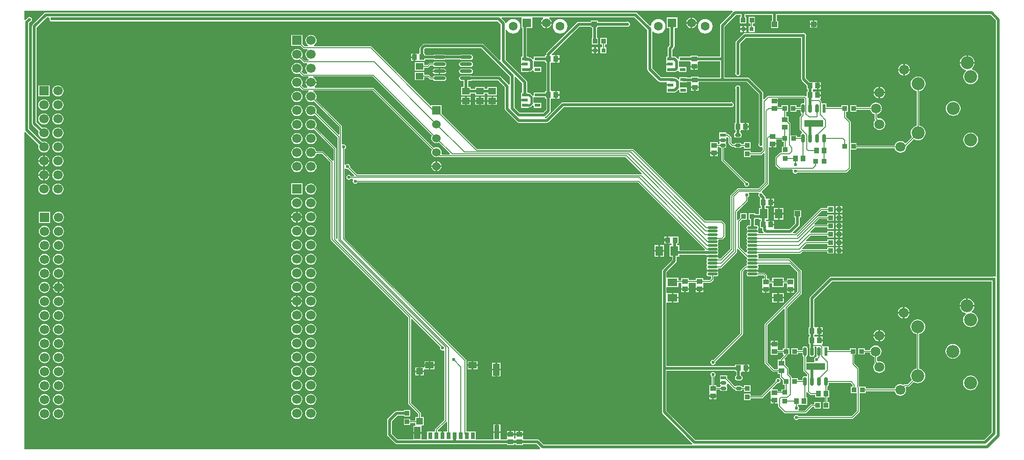
<source format=gtl>
G04*
G04 #@! TF.GenerationSoftware,Altium Limited,Altium Designer,19.0.15 (446)*
G04*
G04 Layer_Physical_Order=1*
G04 Layer_Color=255*
%FSLAX25Y25*%
%MOIN*%
G70*
G01*
G75*
%ADD15C,0.00591*%
%ADD18R,0.03937X0.03543*%
%ADD19R,0.03347X0.03347*%
G04:AMPARAMS|DCode=20|XSize=23.62mil|YSize=39.37mil|CornerRadius=5.91mil|HoleSize=0mil|Usage=FLASHONLY|Rotation=90.000|XOffset=0mil|YOffset=0mil|HoleType=Round|Shape=RoundedRectangle|*
%AMROUNDEDRECTD20*
21,1,0.02362,0.02756,0,0,90.0*
21,1,0.01181,0.03937,0,0,90.0*
1,1,0.01181,0.01378,0.00591*
1,1,0.01181,0.01378,-0.00591*
1,1,0.01181,-0.01378,-0.00591*
1,1,0.01181,-0.01378,0.00591*
%
%ADD20ROUNDEDRECTD20*%
%ADD21R,0.03937X0.02362*%
%ADD22R,0.03543X0.03937*%
%ADD23R,0.07087X0.05512*%
%ADD24R,0.03347X0.03347*%
%ADD25R,0.05512X0.07087*%
%ADD26R,0.04134X0.02362*%
%ADD27R,0.05512X0.04528*%
%ADD28R,0.13386X0.05118*%
G04:AMPARAMS|DCode=29|XSize=23.62mil|YSize=61.02mil|CornerRadius=5.91mil|HoleSize=0mil|Usage=FLASHONLY|Rotation=0.000|XOffset=0mil|YOffset=0mil|HoleType=Round|Shape=RoundedRectangle|*
%AMROUNDEDRECTD29*
21,1,0.02362,0.04921,0,0,0.0*
21,1,0.01181,0.06102,0,0,0.0*
1,1,0.01181,0.00591,-0.02461*
1,1,0.01181,-0.00591,-0.02461*
1,1,0.01181,-0.00591,0.02461*
1,1,0.01181,0.00591,0.02461*
%
%ADD29ROUNDEDRECTD29*%
%ADD30R,0.02362X0.06102*%
%ADD31O,0.08661X0.02362*%
%ADD32R,0.03150X0.03150*%
%ADD33O,0.07284X0.01772*%
%ADD34R,0.05906X0.04528*%
%ADD35R,0.04528X0.08661*%
%ADD36R,0.04567X0.04724*%
%ADD37R,0.04567X0.04921*%
%ADD38R,0.03740X0.09843*%
%ADD39R,0.03150X0.04882*%
%ADD72R,0.03937X0.03937*%
%ADD73C,0.01968*%
%ADD74C,0.02165*%
%ADD75C,0.01500*%
%ADD76C,0.09252*%
%ADD77C,0.07087*%
%ADD78R,0.06299X0.06299*%
%ADD79C,0.06299*%
%ADD80R,0.06693X0.06693*%
%ADD81C,0.06693*%
%ADD82C,0.06000*%
%ADD83R,0.06000X0.06000*%
%ADD84C,0.02362*%
G36*
X692873Y306811D02*
Y124505D01*
X692086Y124084D01*
X692033Y124119D01*
X691339Y124257D01*
X690644Y124119D01*
X690550Y124056D01*
X575551D01*
X574933Y123933D01*
X574409Y123583D01*
X560767Y109941D01*
X560417Y109417D01*
X560294Y108799D01*
Y88002D01*
X559538D01*
Y82865D01*
X560294D01*
Y81210D01*
X559538D01*
Y76073D01*
X560284D01*
Y73754D01*
X560178Y73594D01*
X560085Y73130D01*
Y68209D01*
X560178Y67744D01*
X560441Y67350D01*
X560835Y67087D01*
X561299Y66995D01*
X562480D01*
X562945Y67087D01*
X563339Y67350D01*
X563602Y67744D01*
X563694Y68209D01*
Y73130D01*
X563621Y73497D01*
X563712Y73793D01*
X563958Y74232D01*
X564715Y74250D01*
X565090Y73719D01*
X565158Y73497D01*
X565085Y73130D01*
Y68209D01*
X565178Y67744D01*
X565264Y67614D01*
X565249Y67482D01*
X564952Y66830D01*
X564930Y66806D01*
X564482Y66717D01*
X563893Y66324D01*
X563499Y65734D01*
X563361Y65039D01*
X563499Y64344D01*
X563739Y63986D01*
X563439Y63253D01*
X563390Y63198D01*
X557714D01*
Y67041D01*
X557945Y67087D01*
X558339Y67350D01*
X558602Y67744D01*
X558694Y68209D01*
Y73130D01*
X558602Y73594D01*
X558339Y73988D01*
X557945Y74251D01*
X557480Y74344D01*
X556299D01*
X555835Y74251D01*
X555441Y73988D01*
X555178Y73594D01*
X555085Y73130D01*
Y71582D01*
X551781D01*
Y73139D01*
X547235D01*
Y68593D01*
X551781D01*
Y69757D01*
X555085D01*
Y68209D01*
X555178Y67744D01*
X555441Y67350D01*
X555835Y67087D01*
X555889Y67076D01*
Y57109D01*
X555958Y56760D01*
X556156Y56464D01*
X558364Y54256D01*
X558355Y53501D01*
X557702Y53040D01*
X557480Y53084D01*
X556299D01*
X555835Y52991D01*
X555441Y52728D01*
X555178Y52335D01*
X555085Y51870D01*
Y50322D01*
X551781D01*
Y51683D01*
X547369D01*
Y52353D01*
X547300Y52702D01*
X547102Y52998D01*
X545298Y54803D01*
Y58469D01*
X545228Y58819D01*
X545030Y59115D01*
X542726Y61419D01*
Y64872D01*
X542537D01*
X542236Y65599D01*
X544051Y67414D01*
X544249Y67710D01*
X544318Y68060D01*
Y68593D01*
X545679D01*
Y73139D01*
X544318D01*
Y101539D01*
X554189Y111409D01*
X554387Y111705D01*
X554456Y112054D01*
Y128199D01*
X554387Y128548D01*
X554189Y128844D01*
X546266Y136767D01*
X545969Y136965D01*
X545620Y137035D01*
X523904D01*
X523827Y137125D01*
X523556Y137822D01*
X523742Y138101D01*
X523857Y138681D01*
X523742Y139261D01*
X523659Y139386D01*
X523586Y139618D01*
X523827Y140237D01*
X523904Y140327D01*
X553316D01*
X553666Y140397D01*
X553962Y140595D01*
X555269Y141902D01*
X572844D01*
Y140542D01*
X577390D01*
Y145088D01*
X572844D01*
Y143728D01*
X555239D01*
X554912Y144515D01*
X557910Y147512D01*
X572844D01*
Y146152D01*
X577390D01*
Y150698D01*
X572844D01*
Y149338D01*
X557879D01*
X557553Y150125D01*
X560845Y153418D01*
X572844D01*
Y152058D01*
X577390D01*
Y156604D01*
X572844D01*
Y155244D01*
X560815D01*
X560489Y156031D01*
X563781Y159323D01*
X572844D01*
Y157963D01*
X577390D01*
Y162510D01*
X572844D01*
Y161149D01*
X563750D01*
X563424Y161936D01*
X566717Y165229D01*
X572844D01*
Y163868D01*
X577390D01*
Y168415D01*
X572844D01*
Y167054D01*
X566339D01*
X565989Y166985D01*
X565693Y166787D01*
X551529Y152622D01*
X551320Y152674D01*
X551159Y153133D01*
X551139Y153529D01*
X568744Y171134D01*
X572844D01*
Y169774D01*
X577390D01*
Y174320D01*
X572844D01*
Y172960D01*
X568366D01*
X568017Y172891D01*
X567721Y172693D01*
X550028Y155000D01*
X548556D01*
X548229Y155788D01*
X552717Y160275D01*
X553067Y160799D01*
X553190Y161417D01*
Y166394D01*
X554143D01*
Y171531D01*
X549006D01*
Y166394D01*
X549960D01*
Y162086D01*
X545788Y157914D01*
X535071D01*
X534950Y158652D01*
X534950Y158702D01*
Y160630D01*
X532579D01*
Y161221D01*
X531988D01*
Y163789D01*
X530423D01*
X530207Y163789D01*
X529635D01*
X529309Y164032D01*
X529570Y164820D01*
X530817D01*
Y173106D01*
X529001D01*
X528930Y173894D01*
X529436Y174400D01*
X530207Y174400D01*
X530423Y174400D01*
X531988D01*
Y176969D01*
Y179537D01*
X530423D01*
X530207Y179537D01*
X529635D01*
X528879Y180101D01*
Y180504D01*
X528756Y181122D01*
X528406Y181646D01*
X527350Y182702D01*
X527301Y182945D01*
X526908Y183535D01*
X526319Y183928D01*
X526289Y183934D01*
X526030Y184788D01*
X530970Y189728D01*
X531168Y190025D01*
X531237Y190374D01*
Y215662D01*
X531290Y216428D01*
X532025Y216428D01*
X533268D01*
Y218799D01*
X533858D01*
Y219390D01*
X536427D01*
Y220955D01*
X536427Y221171D01*
X536515Y221922D01*
X540345D01*
Y220265D01*
X541853D01*
Y216840D01*
X540640D01*
Y212576D01*
X539616D01*
X539267Y212507D01*
X538971Y212309D01*
X535969Y209307D01*
X535771Y209011D01*
X535701Y208661D01*
Y203937D01*
X535771Y203588D01*
X535969Y203292D01*
X538429Y200831D01*
X538726Y200633D01*
X539075Y200564D01*
X547814D01*
X548044Y200266D01*
X548296Y199776D01*
X548184Y199213D01*
X548322Y198518D01*
X548716Y197929D01*
X549305Y197535D01*
X550000Y197397D01*
X550695Y197535D01*
X551284Y197929D01*
X551532Y198300D01*
X586221D01*
X586570Y198369D01*
X586866Y198567D01*
X589130Y200831D01*
X589328Y201127D01*
X589397Y201476D01*
Y214853D01*
X593612D01*
Y215682D01*
X620843D01*
X620865Y215513D01*
X621282Y214505D01*
X621946Y213639D01*
X622812Y212975D01*
X623820Y212558D01*
X624902Y212415D01*
X625983Y212558D01*
X626991Y212975D01*
X627857Y213639D01*
X628521Y214505D01*
X628938Y215513D01*
X629081Y216595D01*
X629036Y216937D01*
X634405Y222307D01*
X634766Y222030D01*
X636037Y221503D01*
X637402Y221323D01*
X638766Y221503D01*
X640037Y222030D01*
X641129Y222867D01*
X641966Y223959D01*
X642493Y225230D01*
X642673Y226594D01*
X642493Y227959D01*
X641966Y229230D01*
X641129Y230322D01*
X640037Y231159D01*
X638766Y231686D01*
X638314Y231745D01*
Y256444D01*
X638766Y256503D01*
X640037Y257030D01*
X641129Y257867D01*
X641966Y258959D01*
X642493Y260230D01*
X642673Y261595D01*
X642493Y262959D01*
X641966Y264230D01*
X641129Y265322D01*
X640037Y266159D01*
X638766Y266686D01*
X637402Y266866D01*
X636037Y266686D01*
X634766Y266159D01*
X633674Y265322D01*
X632837Y264230D01*
X632310Y262959D01*
X632130Y261595D01*
X632310Y260230D01*
X632837Y258959D01*
X633674Y257867D01*
X634766Y257030D01*
X636037Y256503D01*
X636489Y256444D01*
Y231745D01*
X636037Y231686D01*
X634766Y231159D01*
X633674Y230322D01*
X632837Y229230D01*
X632310Y227959D01*
X632130Y226594D01*
X632310Y225230D01*
X632837Y223959D01*
X633114Y223598D01*
X628804Y219288D01*
X628018Y219339D01*
X627857Y219549D01*
X626991Y220214D01*
X625983Y220631D01*
X624902Y220774D01*
X623820Y220631D01*
X622812Y220214D01*
X621946Y219549D01*
X621282Y218684D01*
X620865Y217676D01*
X620843Y217507D01*
X593612D01*
Y219399D01*
X589397D01*
Y234350D01*
X589328Y234700D01*
X589130Y234996D01*
X586149Y237977D01*
Y241821D01*
X587509D01*
Y246368D01*
X582963D01*
Y245007D01*
X572273D01*
Y247746D01*
X568711D01*
X568629Y248499D01*
Y248819D01*
X568560Y249168D01*
X568362Y249464D01*
X567639Y250187D01*
X567670Y250458D01*
X567910Y250975D01*
X568179D01*
Y252953D01*
X565807D01*
Y253543D01*
X565216D01*
Y256112D01*
X563651D01*
X563435Y256112D01*
X562864D01*
X562474Y256447D01*
X562446Y257381D01*
X562733Y257668D01*
X563573Y257668D01*
X563789Y257668D01*
X565354D01*
Y260236D01*
Y262805D01*
X563789D01*
X563573Y262805D01*
X563002D01*
X562786Y262805D01*
X560346D01*
X557521Y265630D01*
Y295274D01*
X557583Y295368D01*
X557722Y296063D01*
X557583Y296758D01*
X557190Y297347D01*
X556601Y297741D01*
X555905Y297879D01*
X555211Y297741D01*
X555117Y297678D01*
X514173D01*
X513555Y297555D01*
X513031Y297205D01*
X507913Y292087D01*
X507563Y291563D01*
X507440Y290945D01*
Y269686D01*
X507377Y269593D01*
X507239Y268898D01*
X507377Y268203D01*
X507771Y267614D01*
X508360Y267220D01*
X509055Y267082D01*
X509750Y267220D01*
X510339Y267614D01*
X510733Y268203D01*
X510871Y268898D01*
X510733Y269593D01*
X510670Y269686D01*
Y290276D01*
X514842Y294448D01*
X554290D01*
Y264961D01*
X554413Y264342D01*
X554763Y263818D01*
X558258Y260324D01*
Y257668D01*
X558946D01*
Y256112D01*
X558120D01*
Y252908D01*
X557393Y252607D01*
X557180Y252820D01*
X556884Y253018D01*
X556534Y253088D01*
X530867D01*
X530518Y253018D01*
X530222Y252820D01*
X527966Y250565D01*
X527239Y250866D01*
Y254977D01*
X527116Y255595D01*
X526766Y256119D01*
X517225Y265660D01*
X516701Y266010D01*
X516083Y266133D01*
X499647D01*
Y279252D01*
Y302481D01*
X507756Y310589D01*
X511278D01*
Y309360D01*
X510620D01*
Y304813D01*
X515167D01*
Y309360D01*
X514509D01*
Y310589D01*
X533621D01*
Y306505D01*
X532668D01*
Y301368D01*
X537805D01*
Y306505D01*
X536852D01*
Y310589D01*
X689095D01*
X692873Y306811D01*
D02*
G37*
G36*
X355187Y308868D02*
Y301368D01*
X355747D01*
Y281112D01*
X354695D01*
Y278159D01*
X354695Y277550D01*
X354695D01*
Y277372D01*
X354695D01*
Y276181D01*
X357362D01*
Y275000D01*
X354695D01*
Y273810D01*
X354695D01*
Y273632D01*
X354695D01*
Y270069D01*
X360029D01*
Y270235D01*
X361221D01*
X361839Y270358D01*
X362363Y270708D01*
X362963Y271309D01*
X363750Y270982D01*
Y270069D01*
X369084D01*
Y273632D01*
X363820D01*
Y277150D01*
X363820Y277550D01*
X364421Y277550D01*
X369084D01*
Y277754D01*
X371939D01*
Y276839D01*
X372696D01*
Y256309D01*
X371939D01*
Y255356D01*
X369084D01*
Y255521D01*
X363750D01*
Y253461D01*
X362963Y253157D01*
X361406Y254714D01*
X360960Y255012D01*
X360433Y255117D01*
X360029D01*
Y255521D01*
X359078D01*
Y262717D01*
X358947Y263373D01*
X358575Y263930D01*
X343743Y278762D01*
Y300100D01*
X344531Y300257D01*
X344616Y300052D01*
X345438Y298981D01*
X346509Y298159D01*
X347756Y297642D01*
X349095Y297466D01*
X350433Y297642D01*
X351680Y298159D01*
X352751Y298981D01*
X353573Y300052D01*
X354090Y301299D01*
X354266Y302638D01*
X354090Y303976D01*
X353573Y305224D01*
X352751Y306295D01*
X351680Y307117D01*
X350433Y307633D01*
X349095Y307810D01*
X347756Y307633D01*
X346509Y307117D01*
X345438Y306295D01*
X344616Y305224D01*
X344478Y304892D01*
X343659Y304973D01*
X343613Y305208D01*
X343241Y305765D01*
X340711Y308295D01*
X341012Y309022D01*
X354464D01*
X355187Y308868D01*
D02*
G37*
G36*
X505587Y312989D02*
X496889Y304292D01*
X496539Y303768D01*
X496416Y303150D01*
Y280867D01*
X480600D01*
Y281624D01*
X475463D01*
Y280907D01*
X472431D01*
Y281112D01*
X467097D01*
Y279750D01*
X466309Y279424D01*
X465190Y280544D01*
X464633Y280916D01*
X463976Y281046D01*
X463376D01*
Y281112D01*
X462424D01*
Y286081D01*
X463497Y287153D01*
X463869Y287710D01*
X463999Y288366D01*
Y301368D01*
X466033D01*
Y308868D01*
X458534D01*
Y301368D01*
X460568D01*
Y289077D01*
X459495Y288004D01*
X459124Y287448D01*
X458993Y286791D01*
Y281112D01*
X458042D01*
Y278159D01*
X458042Y277550D01*
X458042Y276762D01*
Y276181D01*
X460709D01*
Y275000D01*
X458042D01*
Y273810D01*
X458042Y273022D01*
Y270069D01*
X463376D01*
Y270135D01*
X464567D01*
X465224Y270265D01*
X465780Y270637D01*
X466309Y271167D01*
X467097Y270841D01*
Y270069D01*
X472431D01*
Y273632D01*
X467286D01*
Y277550D01*
X472431D01*
Y277676D01*
X474906D01*
X475463Y277119D01*
X475463Y276309D01*
X475463Y276093D01*
Y274528D01*
X480600D01*
Y276093D01*
X480600Y276309D01*
Y276880D01*
X481164Y277637D01*
X496416D01*
Y266133D01*
X481092D01*
Y266840D01*
X475955D01*
Y266133D01*
X472746D01*
Y266348D01*
X467412D01*
Y265190D01*
X466624Y264864D01*
X465806Y265682D01*
X465250Y266054D01*
X464593Y266184D01*
X463691D01*
Y266348D01*
X458357D01*
Y266283D01*
X454439D01*
X448074Y272648D01*
Y298740D01*
X448197Y298782D01*
X448861Y298921D01*
X449855Y298159D01*
X451102Y297642D01*
X452441Y297466D01*
X453780Y297642D01*
X455027Y298159D01*
X456098Y298981D01*
X456920Y300052D01*
X457437Y301299D01*
X457613Y302638D01*
X457437Y303976D01*
X456920Y305224D01*
X456098Y306295D01*
X455027Y307117D01*
X453780Y307633D01*
X452441Y307810D01*
X451102Y307633D01*
X449855Y307117D01*
X448784Y306295D01*
X447962Y305224D01*
X447445Y303976D01*
X447348Y303239D01*
X446517Y302957D01*
X437523Y311951D01*
X436966Y312323D01*
X436309Y312453D01*
X16471D01*
X15815Y312323D01*
X15258Y311951D01*
X7055Y303747D01*
X6683Y303191D01*
X6552Y302534D01*
Y233350D01*
X6683Y232693D01*
X7055Y232137D01*
X11348Y227843D01*
X11235Y227568D01*
X11099Y226538D01*
X11235Y225508D01*
X11632Y224548D01*
X12265Y223723D01*
X13089Y223091D01*
X14049Y222693D01*
X15079Y222557D01*
X16110Y222693D01*
X17070Y223091D01*
X17894Y223723D01*
X18527Y224548D01*
X18924Y225508D01*
X19060Y226538D01*
X18924Y227568D01*
X18527Y228528D01*
X17894Y229352D01*
X17070Y229985D01*
X16110Y230383D01*
X15079Y230518D01*
X14049Y230383D01*
X13775Y230269D01*
X9983Y234060D01*
Y301824D01*
X17182Y309022D01*
X18616D01*
X19122Y308235D01*
X19050Y307874D01*
X19188Y307179D01*
X19582Y306590D01*
X20171Y306196D01*
X20866Y306058D01*
X21371Y306158D01*
X337995D01*
X340312Y303841D01*
Y278736D01*
X339525Y278410D01*
X328209Y289725D01*
X327685Y290075D01*
X327067Y290198D01*
X285827D01*
X285209Y290075D01*
X284685Y289725D01*
X283011Y288052D01*
X282661Y287528D01*
X282538Y286909D01*
Y283665D01*
X281981Y283108D01*
X281210Y283108D01*
X280995Y283108D01*
X279429D01*
Y280539D01*
Y277971D01*
X280995D01*
X281210Y277971D01*
X281782D01*
X281998Y277971D01*
X286525D01*
Y278924D01*
X292739D01*
X292833Y278862D01*
X293528Y278723D01*
X299827D01*
X300522Y278862D01*
X300615Y278924D01*
X311637D01*
X311730Y278862D01*
X312425Y278723D01*
X318724D01*
X319419Y278862D01*
X320008Y279255D01*
X320402Y279844D01*
X320540Y280539D01*
X320402Y281234D01*
X320008Y281823D01*
X319419Y282217D01*
X318724Y282355D01*
X312425D01*
X311730Y282217D01*
X311637Y282155D01*
X300615D01*
X300522Y282217D01*
X299827Y282355D01*
X293528D01*
X292833Y282217D01*
X292739Y282155D01*
X286525D01*
Y283108D01*
X285769D01*
Y286240D01*
X286496Y286967D01*
X326398D01*
X346810Y266555D01*
Y261226D01*
X346029Y260986D01*
X346023Y260986D01*
X340327Y266682D01*
X339803Y267032D01*
X339185Y267155D01*
X319513D01*
X319419Y267217D01*
X318724Y267355D01*
X312425D01*
X311730Y267217D01*
X311141Y266824D01*
X310747Y266234D01*
X310609Y265539D01*
X310747Y264844D01*
X311141Y264255D01*
X311730Y263862D01*
X312425Y263723D01*
X313960D01*
Y259202D01*
X312219D01*
Y253475D01*
X318931D01*
Y254723D01*
X322061D01*
Y253475D01*
X328773D01*
Y254723D01*
X330920D01*
Y253475D01*
X337632D01*
Y259202D01*
X330920D01*
Y257954D01*
X328773D01*
Y259202D01*
X322061D01*
Y257954D01*
X318931D01*
Y259202D01*
X317190D01*
Y263723D01*
X318724D01*
X319419Y263862D01*
X319513Y263924D01*
X338516D01*
X343267Y259173D01*
Y243701D01*
X343390Y243083D01*
X343740Y242559D01*
X352007Y234291D01*
X352532Y233941D01*
X353150Y233818D01*
X373228D01*
X373847Y233941D01*
X374371Y234291D01*
X385207Y245127D01*
X503542D01*
X503636Y245065D01*
X504331Y244927D01*
X505026Y245065D01*
X505615Y245458D01*
X506008Y246048D01*
X506147Y246743D01*
X506008Y247438D01*
X505615Y248027D01*
X505026Y248420D01*
X504331Y248558D01*
X503636Y248420D01*
X503542Y248358D01*
X384538D01*
X383920Y248235D01*
X383396Y247885D01*
X372559Y237048D01*
X371744D01*
X371667Y237836D01*
X371878Y237878D01*
X372402Y238228D01*
X375453Y241279D01*
X375803Y241803D01*
X375926Y242421D01*
Y250615D01*
X376483Y251172D01*
X377254Y251172D01*
X377470Y251172D01*
X379035D01*
Y253740D01*
Y256309D01*
X377470D01*
X377254Y256309D01*
X376683D01*
X375926Y256872D01*
Y276282D01*
X376483Y276839D01*
X377254Y276839D01*
X377470Y276839D01*
X379035D01*
Y279408D01*
Y281976D01*
X377470D01*
X377254Y281976D01*
X376683D01*
X376583Y282763D01*
X396338Y302519D01*
X404420D01*
Y301565D01*
X405570D01*
Y294301D01*
X405109D01*
Y289754D01*
X409655D01*
Y294301D01*
X408800D01*
Y301565D01*
X409557D01*
Y302519D01*
X429723D01*
X429817Y302456D01*
X430512Y302318D01*
X431207Y302456D01*
X431796Y302850D01*
X432190Y303439D01*
X432328Y304134D01*
X432190Y304829D01*
X431796Y305418D01*
X431207Y305812D01*
X430512Y305950D01*
X429817Y305812D01*
X429723Y305749D01*
X409557D01*
Y306702D01*
X404420D01*
Y305749D01*
X395669D01*
X395051Y305626D01*
X394527Y305276D01*
X373169Y283918D01*
X372819Y283394D01*
X372696Y282776D01*
Y281976D01*
X371939D01*
Y280984D01*
X369084D01*
Y281112D01*
X363750D01*
Y279411D01*
X362963Y279085D01*
X362006Y280042D01*
X361482Y280392D01*
X360864Y280515D01*
X360029D01*
Y281112D01*
X358978D01*
Y301368D01*
X362687D01*
Y308868D01*
X363410Y309022D01*
X370361D01*
X370619Y308235D01*
X370042Y307792D01*
X369441Y307009D01*
X369063Y306097D01*
X369012Y305709D01*
X376421D01*
X376370Y306097D01*
X375992Y307009D01*
X375391Y307792D01*
X374814Y308235D01*
X375072Y309022D01*
X435599D01*
X444643Y299978D01*
Y271937D01*
X444773Y271281D01*
X445145Y270724D01*
X452515Y263354D01*
X453072Y262982D01*
X453728Y262851D01*
X457670D01*
X458357Y262608D01*
Y261417D01*
X461024D01*
Y260236D01*
X458357D01*
Y259046D01*
X458357Y259046D01*
Y258868D01*
X458357D01*
X458357Y258258D01*
Y255306D01*
X463691D01*
Y255469D01*
X464063D01*
X464719Y255600D01*
X465276Y255972D01*
X466624Y257320D01*
X467412Y256994D01*
Y255306D01*
X472746D01*
Y258868D01*
X468051D01*
X467785Y259192D01*
Y262786D01*
X472746D01*
Y262902D01*
X475398D01*
X475955Y262346D01*
X475955Y261525D01*
X475955Y261309D01*
Y259744D01*
X481092D01*
Y261309D01*
X481092Y261525D01*
Y262115D01*
X481569Y262902D01*
X515414D01*
X524008Y254308D01*
Y219079D01*
X523946Y218986D01*
X523808Y218291D01*
X523946Y217596D01*
X524339Y217007D01*
X524929Y216613D01*
X525624Y216475D01*
X526000Y216550D01*
X526787Y216051D01*
Y214299D01*
X525065Y212576D01*
X518021D01*
Y213937D01*
X513475D01*
Y209390D01*
X518021D01*
Y210751D01*
X525443D01*
X525792Y210820D01*
X526088Y211018D01*
X527494Y212423D01*
X528221Y212122D01*
Y191323D01*
X523923Y187025D01*
X509232D01*
X508883Y186956D01*
X508587Y186758D01*
X504030Y182201D01*
X503832Y181905D01*
X503762Y181556D01*
Y143931D01*
X496866Y137035D01*
X495361D01*
X495284Y137125D01*
X495012Y137822D01*
X495192Y138091D01*
X491043D01*
X486895D01*
X487216Y137610D01*
Y137193D01*
X486888Y136702D01*
X486772Y136122D01*
X486888Y135542D01*
X486971Y135417D01*
X487151Y134843D01*
X486971Y134267D01*
X486888Y134143D01*
X486772Y133563D01*
X486888Y132983D01*
X487216Y132492D01*
Y132075D01*
X486888Y131584D01*
X486772Y131004D01*
X486888Y130424D01*
X486971Y130299D01*
X487151Y129724D01*
X486971Y129149D01*
X486895Y129035D01*
X491043D01*
X495192D01*
X495115Y129149D01*
X495043Y129382D01*
X495284Y130001D01*
X495361Y130091D01*
X496779D01*
X497128Y130161D01*
X497425Y130359D01*
X508135Y141069D01*
X508333Y141365D01*
X508403Y141715D01*
Y143760D01*
X509190Y144086D01*
X515188Y138088D01*
X515485Y137890D01*
X515522Y137794D01*
X515736Y137158D01*
X515431Y136702D01*
X515316Y136122D01*
X515431Y135542D01*
X515515Y135417D01*
X515694Y134843D01*
X515515Y134267D01*
X515431Y134143D01*
X515316Y133563D01*
X515431Y132983D01*
X515618Y132704D01*
X515346Y132007D01*
X515269Y131917D01*
X514764D01*
X514415Y131847D01*
X514118Y131649D01*
X511166Y128697D01*
X510968Y128401D01*
X510898Y128051D01*
Y83843D01*
X491777Y64721D01*
X491339Y64808D01*
X490644Y64670D01*
X490055Y64276D01*
X489661Y63687D01*
X489523Y62992D01*
X489661Y62297D01*
X490055Y61708D01*
X490644Y61314D01*
X491339Y61176D01*
X492033Y61314D01*
X492623Y61708D01*
X493016Y62297D01*
X493155Y62992D01*
X493068Y63430D01*
X512457Y82819D01*
X512654Y83115D01*
X512724Y83465D01*
Y127673D01*
X514586Y129535D01*
X514941Y129488D01*
X514981Y129450D01*
X515220Y129035D01*
X519587D01*
X523735D01*
X523659Y129149D01*
X523479Y129724D01*
X523659Y130299D01*
X523742Y130424D01*
X523857Y131004D01*
X523742Y131584D01*
X523556Y131863D01*
X523827Y132560D01*
X523904Y132650D01*
X546117D01*
X551440Y127328D01*
Y113604D01*
X528488Y90653D01*
X528291Y90356D01*
X528221Y90007D01*
Y62598D01*
X528291Y62249D01*
X528488Y61953D01*
X533902Y56540D01*
X534198Y56342D01*
X534547Y56272D01*
X537589D01*
Y54813D01*
X539245D01*
Y52658D01*
X539314Y52308D01*
X539512Y52012D01*
X541132Y50392D01*
Y47136D01*
X542493D01*
Y43809D01*
X540246D01*
Y42448D01*
X537608D01*
Y43710D01*
X533825D01*
X533524Y44438D01*
X537357Y48271D01*
X537795Y48184D01*
X538490Y48322D01*
X539079Y48716D01*
X539473Y49305D01*
X539611Y50000D01*
X539473Y50695D01*
X539079Y51284D01*
X538490Y51678D01*
X537795Y51816D01*
X537100Y51678D01*
X536511Y51284D01*
X536118Y50695D01*
X535979Y50000D01*
X536066Y49562D01*
X525705Y39200D01*
X518021D01*
Y40561D01*
X513475D01*
Y36014D01*
X518021D01*
Y37375D01*
X526083D01*
X526432Y37444D01*
X526728Y37642D01*
X531743Y42657D01*
X532471Y42356D01*
Y39183D01*
X532471Y38967D01*
Y38395D01*
X532471Y38179D01*
Y36614D01*
X535039D01*
Y36024D01*
X535630D01*
Y33652D01*
X537608D01*
X537867Y32972D01*
Y31693D01*
X537936Y31344D01*
X538134Y31047D01*
X542268Y26914D01*
X542564Y26716D01*
X542913Y26646D01*
X557087D01*
X557436Y26716D01*
X557732Y26914D01*
X562189Y31371D01*
X563573D01*
Y30010D01*
X568120D01*
Y34557D01*
X563573D01*
Y33196D01*
X561811D01*
X561462Y33127D01*
X561166Y32929D01*
X556708Y28472D01*
X552671D01*
X552619Y28530D01*
X552322Y29259D01*
X552564Y29620D01*
X552702Y30315D01*
X552564Y31010D01*
X552170Y31599D01*
X551799Y31847D01*
Y32865D01*
X553258D01*
Y32865D01*
X553829D01*
Y32865D01*
X558572D01*
Y38002D01*
X557803D01*
Y41777D01*
X558590Y41855D01*
X558605Y41777D01*
X558803Y41480D01*
X560378Y39906D01*
X560674Y39708D01*
X561024Y39638D01*
X564262D01*
Y37983D01*
X569005D01*
Y37983D01*
X569577D01*
Y37983D01*
X571036D01*
Y34557D01*
X569676D01*
Y30010D01*
X574222D01*
Y34557D01*
X572862D01*
Y37983D01*
X574321D01*
Y43120D01*
X572803D01*
Y45799D01*
X572945Y45827D01*
X573339Y46090D01*
X573602Y46484D01*
X573694Y46949D01*
Y48300D01*
X589386D01*
X590918Y46768D01*
Y45639D01*
X589558D01*
Y41093D01*
X593969D01*
Y28331D01*
X590173Y24535D01*
X552320D01*
X552072Y24906D01*
X551482Y25300D01*
X550787Y25438D01*
X550093Y25300D01*
X549503Y24906D01*
X549110Y24317D01*
X548971Y23622D01*
X549110Y22927D01*
X549503Y22338D01*
X550093Y21944D01*
X550787Y21806D01*
X551482Y21944D01*
X552072Y22338D01*
X552320Y22709D01*
X590551D01*
X590901Y22779D01*
X591197Y22977D01*
X595527Y27307D01*
X595725Y27603D01*
X595795Y27953D01*
Y41093D01*
X600206D01*
Y42453D01*
X620685D01*
X620707Y42285D01*
X621125Y41277D01*
X621789Y40411D01*
X622655Y39747D01*
X623663Y39329D01*
X624744Y39187D01*
X625826Y39329D01*
X626834Y39747D01*
X627699Y40411D01*
X628363Y41277D01*
X628781Y42285D01*
X628923Y43366D01*
X628781Y44448D01*
X628636Y44798D01*
X629162Y45585D01*
X630376D01*
X630725Y45655D01*
X631021Y45853D01*
X634247Y49078D01*
X634609Y48801D01*
X635880Y48275D01*
X637244Y48095D01*
X638608Y48275D01*
X639880Y48801D01*
X640971Y49639D01*
X641809Y50731D01*
X642336Y52002D01*
X642515Y53366D01*
X642336Y54730D01*
X641809Y56002D01*
X640971Y57093D01*
X639880Y57931D01*
X638608Y58458D01*
X638157Y58517D01*
Y83215D01*
X638608Y83275D01*
X639880Y83801D01*
X640971Y84639D01*
X641809Y85731D01*
X642336Y87002D01*
X642515Y88366D01*
X642336Y89730D01*
X641809Y91002D01*
X640971Y92093D01*
X639880Y92931D01*
X638608Y93458D01*
X637244Y93637D01*
X635880Y93458D01*
X634609Y92931D01*
X633517Y92093D01*
X632679Y91002D01*
X632153Y89730D01*
X631973Y88366D01*
X632153Y87002D01*
X632679Y85731D01*
X633517Y84639D01*
X634609Y83801D01*
X635880Y83275D01*
X636331Y83215D01*
Y58517D01*
X635880Y58458D01*
X634609Y57931D01*
X633517Y57093D01*
X632679Y56002D01*
X632153Y54730D01*
X631973Y53366D01*
X632153Y52002D01*
X632679Y50731D01*
X632956Y50369D01*
X629998Y47411D01*
X627876D01*
X627527Y47341D01*
X627231Y47144D01*
X626969Y46882D01*
X626834Y46985D01*
X625826Y47403D01*
X624744Y47545D01*
X623663Y47403D01*
X622655Y46985D01*
X621789Y46321D01*
X621125Y45456D01*
X620707Y44448D01*
X620685Y44279D01*
X600206D01*
Y45639D01*
X595660D01*
X595312Y46283D01*
Y58416D01*
X595243Y58765D01*
X595045Y59061D01*
X591956Y62150D01*
Y68593D01*
X593317D01*
Y73139D01*
X588770D01*
Y71779D01*
X573671D01*
Y74321D01*
X570109D01*
X569486Y74718D01*
X568919Y75286D01*
X569245Y76073D01*
X569596D01*
Y78051D01*
X567224D01*
Y78642D01*
X566634D01*
Y81210D01*
X564853D01*
Y81210D01*
X564312D01*
X563525Y81285D01*
Y82308D01*
X564081Y82865D01*
X564853Y82865D01*
X565068Y82865D01*
X566634D01*
Y85433D01*
Y88002D01*
X565068D01*
X564853Y88002D01*
X564281D01*
X563525Y88565D01*
Y108130D01*
X576220Y120826D01*
X689723D01*
Y12874D01*
X684503Y7654D01*
X478883D01*
X458308Y28228D01*
Y57046D01*
X507176D01*
Y56388D01*
X508030D01*
Y53706D01*
X507902Y53680D01*
X507508Y53417D01*
X507245Y53024D01*
X507152Y52559D01*
Y51378D01*
X507245Y50913D01*
X507508Y50520D01*
X507902Y50257D01*
X508366Y50164D01*
X511122D01*
X511587Y50257D01*
X511980Y50520D01*
X512244Y50913D01*
X512336Y51378D01*
Y52559D01*
X512244Y53024D01*
X511980Y53417D01*
X511587Y53680D01*
X511261Y53745D01*
Y55831D01*
X511818Y56388D01*
X512491Y56388D01*
X512706Y56388D01*
X514272D01*
Y58957D01*
Y61525D01*
X512706D01*
X512491Y61525D01*
X511919D01*
X511703Y61525D01*
X507176D01*
Y60277D01*
X458308D01*
Y105071D01*
X458455Y105798D01*
X459096Y105798D01*
X462008D01*
Y109153D01*
Y112509D01*
X459096D01*
X458455Y112510D01*
X458308Y113236D01*
Y115898D01*
X458455Y116624D01*
X466742D01*
Y119658D01*
X468967D01*
Y118415D01*
X468967Y118199D01*
Y117628D01*
X468967Y117412D01*
Y115847D01*
X474104D01*
Y117412D01*
X474104Y117628D01*
Y118199D01*
X474104Y118415D01*
Y119855D01*
X479321D01*
Y118612D01*
X479321Y118396D01*
Y117824D01*
X479321Y117609D01*
Y116043D01*
X484458D01*
Y117609D01*
X484458Y117824D01*
Y118396D01*
X484458Y118612D01*
Y119855D01*
X489370D01*
X489719Y119924D01*
X490016Y120122D01*
X491689Y121795D01*
X491887Y122092D01*
X491956Y122441D01*
Y124371D01*
X493799D01*
X494379Y124486D01*
X494870Y124815D01*
X495199Y125306D01*
X495314Y125886D01*
X495199Y126466D01*
X494870Y126957D01*
Y127374D01*
X495192Y127854D01*
X491043D01*
X486895D01*
X487216Y127374D01*
Y126957D01*
X486888Y126466D01*
X486772Y125886D01*
X486888Y125306D01*
X487216Y124815D01*
X487708Y124486D01*
X488287Y124371D01*
X490131D01*
Y122819D01*
X488992Y121680D01*
X484458D01*
Y123139D01*
X479321D01*
Y121680D01*
X474104D01*
Y122942D01*
X468967D01*
Y121484D01*
X466742D01*
Y123336D01*
X458455D01*
X458308Y124063D01*
Y127284D01*
X465119Y134094D01*
X465469Y134618D01*
X465592Y135236D01*
Y138376D01*
X467332D01*
Y139625D01*
X486256D01*
X486502Y139272D01*
X491043D01*
X495192D01*
X495115Y139386D01*
X494936Y139961D01*
X495115Y140536D01*
X495199Y140660D01*
X495314Y141240D01*
X495199Y141820D01*
X494870Y142311D01*
Y142728D01*
X495199Y143219D01*
X495314Y143799D01*
X495199Y144379D01*
X495115Y144504D01*
X494936Y145079D01*
X495115Y145654D01*
X495199Y145779D01*
X495314Y146358D01*
X495199Y146938D01*
X494870Y147430D01*
Y147846D01*
X495199Y148338D01*
X495314Y148917D01*
X495199Y149497D01*
X495115Y149622D01*
X495010Y149959D01*
X495413Y150616D01*
X497887D01*
X498236Y150685D01*
X498532Y150883D01*
X499885Y152236D01*
X500083Y152532D01*
X500152Y152881D01*
Y161221D01*
X500083Y161570D01*
X499885Y161866D01*
X498113Y163638D01*
X497817Y163836D01*
X497468Y163905D01*
X485890D01*
X434976Y214819D01*
X434680Y215017D01*
X434331Y215086D01*
X323528D01*
X298088Y240526D01*
Y246435D01*
X290888D01*
Y246435D01*
X290270Y246179D01*
X248402Y288047D01*
X248106Y288245D01*
X247756Y288314D01*
X207353D01*
X207178Y289054D01*
X207184Y289102D01*
X207994Y289723D01*
X208627Y290547D01*
X209024Y291508D01*
X209160Y292538D01*
X209024Y293568D01*
X208627Y294528D01*
X207994Y295352D01*
X207170Y295985D01*
X206210Y296383D01*
X205180Y296518D01*
X204149Y296383D01*
X203189Y295985D01*
X202365Y295352D01*
X201732Y294528D01*
X201335Y293568D01*
X201199Y292538D01*
X201335Y291508D01*
X201732Y290547D01*
X202365Y289723D01*
X203175Y289102D01*
X203181Y289054D01*
X203006Y288314D01*
X200694D01*
X199126Y289882D01*
Y296484D01*
X191233D01*
Y288591D01*
X197835D01*
X199670Y286756D01*
X199966Y286558D01*
X200316Y286489D01*
X202552D01*
X202820Y285701D01*
X202365Y285352D01*
X201732Y284528D01*
X201335Y283568D01*
X201199Y282538D01*
X201335Y281508D01*
X201732Y280547D01*
X202365Y279723D01*
X203189Y279091D01*
X203566Y278935D01*
X203410Y278147D01*
X200861D01*
X198555Y280454D01*
X198627Y280547D01*
X199024Y281508D01*
X199160Y282538D01*
X199024Y283568D01*
X198627Y284528D01*
X197994Y285352D01*
X197170Y285985D01*
X196210Y286383D01*
X195179Y286518D01*
X194149Y286383D01*
X193189Y285985D01*
X192365Y285352D01*
X191732Y284528D01*
X191335Y283568D01*
X191199Y282538D01*
X191335Y281508D01*
X191732Y280547D01*
X192365Y279723D01*
X193189Y279091D01*
X194149Y278693D01*
X195179Y278557D01*
X196210Y278693D01*
X197170Y279091D01*
X197264Y279163D01*
X199838Y276589D01*
X200134Y276391D01*
X200483Y276321D01*
X202334D01*
X202602Y275534D01*
X202365Y275352D01*
X201732Y274528D01*
X201335Y273568D01*
X201199Y272538D01*
X201335Y271508D01*
X201732Y270548D01*
X202365Y269723D01*
X202602Y269542D01*
X202334Y268754D01*
X200254D01*
X198555Y270454D01*
X198627Y270548D01*
X199024Y271508D01*
X199160Y272538D01*
X199024Y273568D01*
X198627Y274528D01*
X197994Y275352D01*
X197170Y275985D01*
X196210Y276383D01*
X195179Y276518D01*
X194149Y276383D01*
X193189Y275985D01*
X192365Y275352D01*
X191732Y274528D01*
X191335Y273568D01*
X191199Y272538D01*
X191335Y271508D01*
X191732Y270548D01*
X192365Y269723D01*
X193189Y269091D01*
X194149Y268693D01*
X195179Y268557D01*
X196210Y268693D01*
X197170Y269091D01*
X197264Y269163D01*
X199231Y267196D01*
X199527Y266998D01*
X199876Y266929D01*
X203410D01*
X203566Y266141D01*
X203189Y265985D01*
X202365Y265352D01*
X201732Y264528D01*
X201335Y263568D01*
X201277Y263128D01*
X205180D01*
X209082D01*
X209024Y263568D01*
X208627Y264528D01*
X207994Y265352D01*
X207170Y265985D01*
X206793Y266141D01*
X206949Y266929D01*
X249103D01*
X291360Y224672D01*
X291344Y224650D01*
X290981Y223774D01*
X290857Y222835D01*
X290981Y221895D01*
X291344Y221019D01*
X291921Y220267D01*
X292673Y219690D01*
X293548Y219327D01*
X294488Y219204D01*
X295428Y219327D01*
X296304Y219690D01*
X296325Y219707D01*
X304155Y211877D01*
X303854Y211149D01*
X298395D01*
X298007Y211731D01*
X298001Y211936D01*
X298119Y212835D01*
X297995Y213774D01*
X297633Y214650D01*
X297056Y215402D01*
X296304Y215979D01*
X295428Y216342D01*
X294488Y216466D01*
X293548Y216342D01*
X292673Y215979D01*
X292651Y215963D01*
X250127Y258487D01*
X249831Y258685D01*
X249482Y258754D01*
X208025D01*
X207757Y259542D01*
X207994Y259723D01*
X208627Y260547D01*
X209024Y261508D01*
X209082Y261947D01*
X205180D01*
X201277D01*
X201335Y261508D01*
X201732Y260547D01*
X202365Y259723D01*
X202602Y259542D01*
X202334Y258754D01*
X200254D01*
X198555Y260454D01*
X198627Y260547D01*
X199024Y261508D01*
X199160Y262538D01*
X199024Y263568D01*
X198627Y264528D01*
X197994Y265352D01*
X197170Y265985D01*
X196210Y266383D01*
X195179Y266518D01*
X194149Y266383D01*
X193189Y265985D01*
X192365Y265352D01*
X191732Y264528D01*
X191335Y263568D01*
X191199Y262538D01*
X191335Y261508D01*
X191732Y260547D01*
X192365Y259723D01*
X193189Y259091D01*
X194149Y258693D01*
X195179Y258557D01*
X196210Y258693D01*
X197170Y259091D01*
X197264Y259163D01*
X199231Y257196D01*
X199527Y256998D01*
X199876Y256928D01*
X203410D01*
X203566Y256141D01*
X203189Y255985D01*
X202365Y255352D01*
X201732Y254528D01*
X201335Y253568D01*
X201199Y252538D01*
X201335Y251508D01*
X201732Y250548D01*
X202365Y249723D01*
X203189Y249091D01*
X204149Y248693D01*
X205180Y248557D01*
X206210Y248693D01*
X207170Y249091D01*
X207264Y249163D01*
X225357Y231069D01*
Y225781D01*
X224630Y225480D01*
X208901Y241209D01*
X209024Y241508D01*
X209160Y242538D01*
X209024Y243568D01*
X208627Y244528D01*
X207994Y245352D01*
X207170Y245985D01*
X206210Y246383D01*
X205180Y246518D01*
X204149Y246383D01*
X203189Y245985D01*
X202365Y245352D01*
X201732Y244528D01*
X201335Y243568D01*
X201199Y242538D01*
X201335Y241508D01*
X201732Y240547D01*
X202365Y239723D01*
X203189Y239091D01*
X204149Y238693D01*
X205180Y238557D01*
X206210Y238693D01*
X207170Y239091D01*
X207887Y239641D01*
X224167Y223361D01*
Y151527D01*
X223379Y151107D01*
X223222Y151211D01*
Y215408D01*
X223153Y215757D01*
X222955Y216053D01*
X208555Y230454D01*
X208627Y230547D01*
X209024Y231508D01*
X209160Y232538D01*
X209024Y233568D01*
X208627Y234528D01*
X207994Y235352D01*
X207170Y235985D01*
X206210Y236383D01*
X205180Y236518D01*
X204149Y236383D01*
X203189Y235985D01*
X202365Y235352D01*
X201732Y234528D01*
X201335Y233568D01*
X201199Y232538D01*
X201335Y231508D01*
X201732Y230547D01*
X202365Y229723D01*
X203189Y229091D01*
X204149Y228693D01*
X205180Y228557D01*
X206210Y228693D01*
X207170Y229091D01*
X207264Y229163D01*
X221397Y215030D01*
Y206926D01*
X220609Y206600D01*
X214026Y213183D01*
X213730Y213381D01*
X213380Y213451D01*
X209040D01*
X209024Y213568D01*
X208627Y214528D01*
X207994Y215352D01*
X207170Y215985D01*
X206210Y216383D01*
X205180Y216518D01*
X204149Y216383D01*
X203189Y215985D01*
X202365Y215352D01*
X201732Y214528D01*
X201335Y213568D01*
X201199Y212538D01*
X201335Y211508D01*
X201732Y210547D01*
X202365Y209723D01*
X203189Y209091D01*
X204149Y208693D01*
X205180Y208557D01*
X206210Y208693D01*
X207170Y209091D01*
X207994Y209723D01*
X208627Y210547D01*
X209024Y211508D01*
X209040Y211625D01*
X213002D01*
X219297Y205331D01*
Y150619D01*
X219366Y150270D01*
X219564Y149974D01*
X274546Y94992D01*
Y33596D01*
X274616Y33247D01*
X274814Y32951D01*
X281607Y26157D01*
Y24183D01*
X279636D01*
Y21484D01*
X275895D01*
Y22844D01*
X271349D01*
Y18298D01*
X275895D01*
Y19658D01*
X279636D01*
Y18061D01*
X279045Y17588D01*
X278061D01*
Y13248D01*
X280925D01*
X283789D01*
Y17588D01*
X284380Y18061D01*
X285403D01*
Y24183D01*
X283433D01*
Y26535D01*
X283363Y26885D01*
X283165Y27181D01*
X276372Y33974D01*
Y93821D01*
X277099Y94122D01*
X297204Y74018D01*
X297141Y73923D01*
X297003Y73228D01*
X297141Y72533D01*
X297535Y71944D01*
X298124Y71551D01*
X298819Y71412D01*
X299349Y71518D01*
X299905Y71217D01*
X300137Y71020D01*
Y21900D01*
X293843Y15606D01*
X293645Y15310D01*
X293575Y14961D01*
Y13809D01*
X287983D01*
Y8013D01*
X283789D01*
Y12067D01*
X280925D01*
X278061D01*
Y8013D01*
X266811D01*
X262737Y12086D01*
Y21083D01*
X266712Y25058D01*
X271349D01*
Y24400D01*
X275895D01*
Y28947D01*
X271349D01*
Y28288D01*
X266043D01*
X265425Y28166D01*
X264901Y27815D01*
X259980Y22894D01*
X259630Y22370D01*
X259507Y21752D01*
Y11417D01*
X259630Y10799D01*
X259980Y10275D01*
X265000Y5255D01*
X265524Y4905D01*
X266142Y4782D01*
X344676D01*
Y4026D01*
X349813D01*
Y4782D01*
X350975D01*
Y4026D01*
X356112D01*
Y4782D01*
X365768D01*
X368579Y1971D01*
X368253Y1184D01*
X1184D01*
Y226893D01*
X1971Y227220D01*
X11348Y217843D01*
X11235Y217568D01*
X11099Y216538D01*
X11235Y215508D01*
X11632Y214547D01*
X12265Y213723D01*
X13089Y213091D01*
X14049Y212693D01*
X15079Y212557D01*
X16110Y212693D01*
X17070Y213091D01*
X17894Y213723D01*
X18527Y214547D01*
X18924Y215508D01*
X19060Y216538D01*
X18924Y217568D01*
X18527Y218528D01*
X17894Y219352D01*
X17070Y219985D01*
X16110Y220383D01*
X15079Y220518D01*
X14049Y220383D01*
X13775Y220269D01*
X4561Y229483D01*
Y304890D01*
X5581Y305910D01*
X6008Y306196D01*
X6402Y306785D01*
X6540Y307480D01*
X6402Y308175D01*
X6008Y308764D01*
X5419Y309158D01*
X4724Y309296D01*
X4030Y309158D01*
X3440Y308764D01*
X3154Y308337D01*
X1971Y307154D01*
X1184Y307480D01*
Y313776D01*
X505261D01*
X505587Y312989D01*
D02*
G37*
G36*
X556656Y250763D02*
Y248458D01*
X556083Y247769D01*
X554902D01*
X554437Y247677D01*
X554043Y247413D01*
X553780Y247020D01*
X553688Y246555D01*
Y245007D01*
X550895D01*
Y246368D01*
X546349D01*
Y241821D01*
X550895D01*
Y243182D01*
X553688D01*
Y241634D01*
X553780Y241169D01*
X554043Y240775D01*
X554437Y240512D01*
X554599Y240480D01*
Y239354D01*
X553488Y238244D01*
X553291Y237948D01*
X553221Y237598D01*
Y229331D01*
X553291Y228981D01*
X553488Y228685D01*
X554928Y227246D01*
X554609Y226451D01*
X554437Y226417D01*
X554043Y226154D01*
X553780Y225760D01*
X553688Y225295D01*
Y223747D01*
X550994D01*
Y224811D01*
X546582D01*
Y233071D01*
X546513Y233420D01*
X546315Y233716D01*
X545088Y234943D01*
Y238395D01*
X543433D01*
Y241821D01*
X544793D01*
Y246368D01*
X540246D01*
Y245106D01*
X537608D01*
Y246565D01*
X537608D01*
Y247136D01*
X537608D01*
Y248917D01*
X535039D01*
Y250098D01*
X537608D01*
Y251262D01*
X556156D01*
X556656Y250763D01*
D02*
G37*
G36*
X355647Y262006D02*
Y255521D01*
X354695D01*
Y252569D01*
X354695Y251959D01*
X354695Y251172D01*
Y250591D01*
X357362D01*
Y249410D01*
X354695D01*
Y248219D01*
X354695Y247431D01*
Y244479D01*
X360029D01*
Y244883D01*
X360827D01*
X361353Y244988D01*
X361800Y245286D01*
X362963Y246449D01*
X363750Y246145D01*
Y244479D01*
X369084D01*
Y248041D01*
X364369D01*
X363750Y248041D01*
X363581Y248758D01*
Y251242D01*
X363750Y251959D01*
X363993Y251959D01*
X369084D01*
Y252125D01*
X371939D01*
Y251172D01*
X372696D01*
Y243090D01*
X370591Y240985D01*
X353917D01*
X350041Y244862D01*
Y266498D01*
X350828Y266825D01*
X355647Y262006D01*
D02*
G37*
G36*
X291360Y214672D02*
X291344Y214650D01*
X290981Y213774D01*
X290857Y212835D01*
X290981Y211895D01*
X291344Y211019D01*
X291921Y210267D01*
X292673Y209690D01*
X293548Y209327D01*
X294488Y209204D01*
X295428Y209327D01*
X296304Y209690D01*
X296325Y209707D01*
X296441Y209591D01*
X296737Y209393D01*
X297087Y209323D01*
X429284D01*
X440891Y197716D01*
X440553Y197032D01*
X440508Y196985D01*
X238143D01*
X233028Y202100D01*
X233115Y202538D01*
X232977Y203233D01*
X232583Y203822D01*
X231994Y204216D01*
X231299Y204354D01*
X230604Y204216D01*
X230047Y203843D01*
X229862Y203880D01*
X229259Y204108D01*
Y215062D01*
X229631Y215310D01*
X230024Y215899D01*
X230162Y216595D01*
X230024Y217289D01*
X229631Y217879D01*
X229041Y218272D01*
X228346Y218410D01*
X227970Y218336D01*
X227183Y218834D01*
Y231447D01*
X227113Y231797D01*
X226916Y232093D01*
X208555Y250454D01*
X208627Y250548D01*
X209024Y251508D01*
X209160Y252538D01*
X209024Y253568D01*
X208627Y254528D01*
X207994Y255352D01*
X207170Y255985D01*
X206793Y256141D01*
X206949Y256928D01*
X249103D01*
X291360Y214672D01*
D02*
G37*
G36*
X230604Y200860D02*
X231299Y200722D01*
X231737Y200809D01*
X236024Y196522D01*
X235723Y195795D01*
X233816D01*
X233568Y196166D01*
X232978Y196560D01*
X232283Y196698D01*
X231589Y196560D01*
X230999Y196166D01*
X230606Y195577D01*
X230468Y194882D01*
X230606Y194187D01*
X230999Y193598D01*
X231589Y193204D01*
X232283Y193066D01*
X232978Y193204D01*
X233568Y193598D01*
X233816Y193969D01*
X234904D01*
X234957Y193911D01*
X235253Y193182D01*
X235012Y192821D01*
X234874Y192126D01*
X235012Y191431D01*
X235406Y190842D01*
X235995Y190448D01*
X236690Y190310D01*
X237385Y190448D01*
X237974Y190842D01*
X238222Y191213D01*
X438158D01*
X485728Y143643D01*
X485402Y142855D01*
X467332D01*
Y146663D01*
X465783D01*
Y147628D01*
X466730D01*
Y152765D01*
X462202D01*
X461987Y152765D01*
X461415D01*
X461199Y152765D01*
X459634D01*
Y150197D01*
Y147628D01*
X461199D01*
X461415Y147628D01*
X461987D01*
X462143Y147450D01*
X461787Y146663D01*
X460620D01*
Y138376D01*
X462361D01*
Y135905D01*
X455551Y129095D01*
X455201Y128571D01*
X455078Y127953D01*
Y58661D01*
Y27559D01*
X455201Y26941D01*
X455551Y26417D01*
X476809Y5159D01*
X476483Y4371D01*
X370748Y4371D01*
X367579Y7540D01*
X367055Y7890D01*
X366437Y8013D01*
X356669D01*
X356112Y8570D01*
X356112Y9341D01*
X356112Y9557D01*
Y11122D01*
X353543D01*
X350975D01*
Y9557D01*
X350975Y9341D01*
Y8769D01*
X350869Y8627D01*
X349831Y8552D01*
X349813Y8570D01*
X349813Y9341D01*
X349813Y9557D01*
Y11122D01*
X344676D01*
Y9557D01*
X344676Y9341D01*
Y8769D01*
X344112Y8013D01*
X340049D01*
Y12657D01*
X337579D01*
X335109D01*
Y8013D01*
X322647D01*
Y13809D01*
X315775D01*
Y64479D01*
X315705Y64828D01*
X315508Y65124D01*
X229259Y151373D01*
Y200968D01*
X229862Y201196D01*
X230047Y201233D01*
X230604Y200860D01*
D02*
G37*
G36*
X524131Y183222D02*
X523946Y182945D01*
X523808Y182250D01*
X523946Y181555D01*
X524339Y180966D01*
X524874Y180609D01*
X525159Y180324D01*
X524892Y179537D01*
X524892D01*
Y174400D01*
X525648D01*
Y173106D01*
X524105D01*
Y168741D01*
X521466D01*
Y169399D01*
X516920D01*
Y164853D01*
X517774D01*
Y160669D01*
X516831D01*
X516251Y160553D01*
X515760Y160225D01*
X515431Y159733D01*
X515316Y159153D01*
X515431Y158574D01*
X515760Y158082D01*
Y157666D01*
X515438Y157185D01*
X519587D01*
X523735D01*
X523414Y157666D01*
Y158082D01*
X523742Y158574D01*
X523857Y159153D01*
X523742Y159733D01*
X523414Y160225D01*
X522922Y160553D01*
X522342Y160669D01*
X521005D01*
Y164853D01*
X521466D01*
Y165511D01*
X524105D01*
Y164820D01*
X525648D01*
Y163789D01*
X524892D01*
Y158652D01*
X526436D01*
Y157452D01*
X526559Y156834D01*
X526909Y156310D01*
X527431Y155788D01*
X527105Y155000D01*
X523940D01*
X523612Y155740D01*
X523659Y155890D01*
X523735Y156004D01*
X519587D01*
X515438D01*
X515515Y155890D01*
X515694Y155315D01*
X515515Y154740D01*
X515431Y154615D01*
X515316Y154035D01*
X515431Y153456D01*
X515760Y152964D01*
Y152548D01*
X515431Y152056D01*
X515316Y151476D01*
X515431Y150897D01*
X515515Y150772D01*
X515694Y150197D01*
X515515Y149622D01*
X515431Y149497D01*
X515316Y148917D01*
X515431Y148338D01*
X515760Y147846D01*
Y147430D01*
X515431Y146938D01*
X515316Y146358D01*
X515431Y145779D01*
X515515Y145654D01*
X515760Y144870D01*
X515431Y144379D01*
X515316Y143799D01*
X515431Y143219D01*
X515760Y142728D01*
Y142311D01*
X515431Y141820D01*
X515385Y141587D01*
X514563Y141295D01*
X510362Y145496D01*
Y163106D01*
X512108Y164853D01*
X515364D01*
Y169399D01*
X510817D01*
Y166144D01*
X509190Y164516D01*
X508403Y164842D01*
Y170227D01*
X516000Y177824D01*
X516198Y178120D01*
X516267Y178469D01*
Y180751D01*
X516638Y180999D01*
X517032Y181588D01*
X517170Y182283D01*
X517032Y182978D01*
X516869Y183222D01*
X517287Y184009D01*
X523741D01*
X524131Y183222D01*
D02*
G37*
G36*
X542493Y100961D02*
Y73139D01*
X541132D01*
Y71779D01*
X537608D01*
Y72825D01*
X537608Y73041D01*
Y73613D01*
X537608Y73828D01*
Y75394D01*
X535039D01*
X532471D01*
Y73828D01*
X532471Y73613D01*
Y73041D01*
X532471Y72825D01*
Y68298D01*
X537608D01*
Y69953D01*
X541132D01*
Y68593D01*
X541534D01*
X541860Y67805D01*
X539512Y65457D01*
X539314Y65161D01*
X539257Y64872D01*
X537589D01*
Y60344D01*
X537589Y60128D01*
X537589D01*
Y59557D01*
X537589D01*
Y58098D01*
X534925D01*
X530047Y62976D01*
Y89629D01*
X541705Y101288D01*
X542493Y100961D01*
D02*
G37*
G36*
X302237Y20305D02*
Y13809D01*
X299410D01*
Y10768D01*
X298228D01*
Y13809D01*
X295434D01*
X295414Y14596D01*
X301449Y20631D01*
X302237Y20305D01*
D02*
G37*
%LPC*%
G36*
X565561Y306702D02*
X563583D01*
Y304724D01*
X565561D01*
Y306702D01*
D02*
G37*
G36*
X562402D02*
X560424D01*
Y304724D01*
X562402D01*
Y306702D01*
D02*
G37*
G36*
X565561Y303543D02*
X563583D01*
Y301565D01*
X565561D01*
Y303543D01*
D02*
G37*
G36*
X562402D02*
X560424D01*
Y301565D01*
X562402D01*
Y303543D01*
D02*
G37*
G36*
X515167Y302846D02*
X513583D01*
Y301262D01*
X515167D01*
Y302846D01*
D02*
G37*
G36*
X512402D02*
X510817D01*
Y301262D01*
X512402D01*
Y302846D01*
D02*
G37*
G36*
X521269Y309360D02*
X516723D01*
Y304813D01*
X518034D01*
Y302846D01*
X516723D01*
Y298497D01*
X521072D01*
Y302846D01*
X519860D01*
Y304813D01*
X521269D01*
Y309360D01*
D02*
G37*
G36*
X515167Y300081D02*
X513583D01*
Y298497D01*
X515167D01*
Y300081D01*
D02*
G37*
G36*
X512402D02*
X510817D01*
Y298497D01*
X512402D01*
Y300081D01*
D02*
G37*
G36*
X672992Y281788D02*
Y277185D01*
X677595D01*
X677493Y277959D01*
X676966Y279230D01*
X676129Y280322D01*
X675037Y281159D01*
X673766Y281686D01*
X672992Y281788D01*
D02*
G37*
G36*
X671811Y281788D02*
X671037Y281686D01*
X669766Y281159D01*
X668674Y280322D01*
X667837Y279230D01*
X667310Y277959D01*
X667208Y277185D01*
X671811D01*
Y281788D01*
D02*
G37*
G36*
X627992Y275696D02*
Y272185D01*
X631503D01*
X631438Y272676D01*
X631021Y273684D01*
X630357Y274550D01*
X629491Y275214D01*
X628483Y275631D01*
X627992Y275696D01*
D02*
G37*
G36*
X626811D02*
X626320Y275631D01*
X625312Y275214D01*
X624446Y274550D01*
X623782Y273684D01*
X623365Y272676D01*
X623300Y272185D01*
X626811D01*
Y275696D01*
D02*
G37*
G36*
X631503Y271004D02*
X627992D01*
Y267493D01*
X628483Y267558D01*
X629491Y267975D01*
X630357Y268639D01*
X631021Y269505D01*
X631438Y270513D01*
X631503Y271004D01*
D02*
G37*
G36*
X626811D02*
X623300D01*
X623365Y270513D01*
X623782Y269505D01*
X624446Y268639D01*
X625312Y267975D01*
X626320Y267558D01*
X626811Y267493D01*
Y271004D01*
D02*
G37*
G36*
X677595Y276004D02*
X672402D01*
X667208D01*
X667310Y275230D01*
X667837Y273959D01*
X668674Y272867D01*
X669766Y272030D01*
X671037Y271503D01*
X671364Y271460D01*
X671585Y270637D01*
X671174Y270322D01*
X670337Y269230D01*
X669810Y267959D01*
X669630Y266595D01*
X669810Y265230D01*
X670337Y263959D01*
X671174Y262867D01*
X672266Y262030D01*
X673537Y261503D01*
X674902Y261323D01*
X676266Y261503D01*
X677537Y262030D01*
X678629Y262867D01*
X679466Y263959D01*
X679993Y265230D01*
X680173Y266595D01*
X679993Y267959D01*
X679466Y269230D01*
X678629Y270322D01*
X677537Y271159D01*
X676266Y271686D01*
X675939Y271729D01*
X675718Y272552D01*
X676129Y272867D01*
X676966Y273959D01*
X677493Y275230D01*
X677595Y276004D01*
D02*
G37*
G36*
X566535Y262805D02*
Y260827D01*
X568317D01*
Y262805D01*
X566535D01*
D02*
G37*
G36*
X568317Y259646D02*
X566535D01*
Y257668D01*
X568317D01*
Y259646D01*
D02*
G37*
G36*
X610492Y259446D02*
Y255935D01*
X614003D01*
X613938Y256426D01*
X613521Y257434D01*
X612857Y258299D01*
X611991Y258964D01*
X610983Y259381D01*
X610492Y259446D01*
D02*
G37*
G36*
X609311D02*
X608820Y259381D01*
X607812Y258964D01*
X606947Y258299D01*
X606282Y257434D01*
X605865Y256426D01*
X605800Y255935D01*
X609311D01*
Y259446D01*
D02*
G37*
G36*
X566398Y256112D02*
Y254134D01*
X568179D01*
Y256112D01*
X566398D01*
D02*
G37*
G36*
X614003Y254754D02*
X610492D01*
Y251243D01*
X610983Y251308D01*
X611991Y251725D01*
X612857Y252390D01*
X613521Y253255D01*
X613938Y254263D01*
X614003Y254754D01*
D02*
G37*
G36*
X609311D02*
X605800D01*
X605865Y254263D01*
X606282Y253255D01*
X606947Y252390D01*
X607812Y251725D01*
X608820Y251308D01*
X609311Y251243D01*
Y254754D01*
D02*
G37*
G36*
X607402Y248273D02*
X606320Y248131D01*
X605312Y247714D01*
X604447Y247049D01*
X603782Y246184D01*
X603365Y245176D01*
X603343Y245007D01*
X593612D01*
Y246368D01*
X589065D01*
Y241821D01*
X593612D01*
Y243182D01*
X603343D01*
X603365Y243013D01*
X603782Y242005D01*
X604447Y241140D01*
X605312Y240475D01*
X606320Y240058D01*
X606489Y240036D01*
Y236608D01*
X606558Y236259D01*
X606756Y235963D01*
X606935Y235784D01*
X606282Y234934D01*
X605865Y233926D01*
X605723Y232844D01*
X605865Y231763D01*
X606282Y230755D01*
X606947Y229889D01*
X607812Y229225D01*
X608820Y228808D01*
X609902Y228665D01*
X610983Y228808D01*
X611991Y229225D01*
X612857Y229889D01*
X613521Y230755D01*
X613938Y231763D01*
X614081Y232844D01*
X613938Y233926D01*
X613521Y234934D01*
X612857Y235800D01*
X611991Y236464D01*
X610983Y236881D01*
X609902Y237023D01*
X609072Y236914D01*
X608474Y237320D01*
X608314Y237524D01*
Y240036D01*
X608483Y240058D01*
X609491Y240475D01*
X610357Y241140D01*
X611021Y242005D01*
X611438Y243013D01*
X611581Y244094D01*
X611438Y245176D01*
X611021Y246184D01*
X610357Y247049D01*
X609491Y247714D01*
X608483Y248131D01*
X607402Y248273D01*
D02*
G37*
G36*
X662402Y249366D02*
X661037Y249186D01*
X659766Y248659D01*
X658674Y247822D01*
X657837Y246730D01*
X657310Y245459D01*
X657130Y244094D01*
X657310Y242730D01*
X657837Y241459D01*
X658674Y240367D01*
X659766Y239530D01*
X661037Y239003D01*
X662402Y238823D01*
X663766Y239003D01*
X665037Y239530D01*
X666129Y240367D01*
X666966Y241459D01*
X667493Y242730D01*
X667673Y244094D01*
X667493Y245459D01*
X666966Y246730D01*
X666129Y247822D01*
X665037Y248659D01*
X663766Y249186D01*
X662402Y249366D01*
D02*
G37*
G36*
X536427Y218209D02*
X534449D01*
Y216428D01*
X536427D01*
Y218209D01*
D02*
G37*
G36*
X674902Y226866D02*
X673537Y226686D01*
X672266Y226159D01*
X671174Y225322D01*
X670337Y224230D01*
X669810Y222959D01*
X669630Y221595D01*
X669810Y220230D01*
X670337Y218959D01*
X671174Y217867D01*
X672266Y217030D01*
X673537Y216503D01*
X674902Y216323D01*
X676266Y216503D01*
X677537Y217030D01*
X678629Y217867D01*
X679466Y218959D01*
X679993Y220230D01*
X680173Y221595D01*
X679993Y222959D01*
X679466Y224230D01*
X678629Y225322D01*
X677537Y226159D01*
X676266Y226686D01*
X674902Y226866D01*
D02*
G37*
G36*
X533169Y179537D02*
Y177559D01*
X534950D01*
Y179537D01*
X533169D01*
D02*
G37*
G36*
X534950Y176378D02*
X533169D01*
Y174400D01*
X534950D01*
Y176378D01*
D02*
G37*
G36*
X583493Y174320D02*
X581810D01*
Y172638D01*
X583493D01*
Y174320D01*
D02*
G37*
G36*
X580629D02*
X578946D01*
Y172638D01*
X580629D01*
Y174320D01*
D02*
G37*
G36*
X583493Y171457D02*
X581810D01*
Y169774D01*
X583493D01*
Y171457D01*
D02*
G37*
G36*
X580629D02*
X578946D01*
Y169774D01*
X580629D01*
Y171457D01*
D02*
G37*
G36*
X541643Y173106D02*
X538878D01*
Y169553D01*
X541643D01*
Y173106D01*
D02*
G37*
G36*
X537697D02*
X534932D01*
Y169553D01*
X537697D01*
Y173106D01*
D02*
G37*
G36*
X583493Y168415D02*
X581810D01*
Y166732D01*
X583493D01*
Y168415D01*
D02*
G37*
G36*
X580629D02*
X578946D01*
Y166732D01*
X580629D01*
Y168415D01*
D02*
G37*
G36*
X541643Y168372D02*
X538878D01*
Y164820D01*
X541643D01*
Y168372D01*
D02*
G37*
G36*
X537697D02*
X534932D01*
Y164820D01*
X537697D01*
Y168372D01*
D02*
G37*
G36*
X583493Y165551D02*
X581810D01*
Y163868D01*
X583493D01*
Y165551D01*
D02*
G37*
G36*
X580629D02*
X578946D01*
Y163868D01*
X580629D01*
Y165551D01*
D02*
G37*
G36*
X533169Y163789D02*
Y161811D01*
X534950D01*
Y163789D01*
X533169D01*
D02*
G37*
G36*
X583493Y162510D02*
X581810D01*
Y160827D01*
X583493D01*
Y162510D01*
D02*
G37*
G36*
X580629D02*
X578946D01*
Y160827D01*
X580629D01*
Y162510D01*
D02*
G37*
G36*
X583493Y159646D02*
X581810D01*
Y157963D01*
X583493D01*
Y159646D01*
D02*
G37*
G36*
X580629D02*
X578946D01*
Y157963D01*
X580629D01*
Y159646D01*
D02*
G37*
G36*
X583493Y156604D02*
X581810D01*
Y154921D01*
X583493D01*
Y156604D01*
D02*
G37*
G36*
X580629D02*
X578946D01*
Y154921D01*
X580629D01*
Y156604D01*
D02*
G37*
G36*
X583493Y153740D02*
X581810D01*
Y152058D01*
X583493D01*
Y153740D01*
D02*
G37*
G36*
X580629D02*
X578946D01*
Y152058D01*
X580629D01*
Y153740D01*
D02*
G37*
G36*
X583493Y150698D02*
X581810D01*
Y149016D01*
X583493D01*
Y150698D01*
D02*
G37*
G36*
X580629D02*
X578946D01*
Y149016D01*
X580629D01*
Y150698D01*
D02*
G37*
G36*
X583493Y147835D02*
X581810D01*
Y146152D01*
X583493D01*
Y147835D01*
D02*
G37*
G36*
X580629D02*
X578946D01*
Y146152D01*
X580629D01*
Y147835D01*
D02*
G37*
G36*
X583493Y145088D02*
X581810D01*
Y143405D01*
X583493D01*
Y145088D01*
D02*
G37*
G36*
X580629D02*
X578946D01*
Y143405D01*
X580629D01*
Y145088D01*
D02*
G37*
G36*
X583493Y142224D02*
X581810D01*
Y140542D01*
X583493D01*
Y142224D01*
D02*
G37*
G36*
X580629D02*
X578946D01*
Y140542D01*
X580629D01*
Y142224D01*
D02*
G37*
G36*
X476653Y308822D02*
Y305709D01*
X479767D01*
X479716Y306097D01*
X479338Y307009D01*
X478737Y307792D01*
X477954Y308393D01*
X477042Y308771D01*
X476653Y308822D01*
D02*
G37*
G36*
X475472D02*
X475084Y308771D01*
X474172Y308393D01*
X473389Y307792D01*
X472788Y307009D01*
X472410Y306097D01*
X472359Y305709D01*
X475472D01*
Y308822D01*
D02*
G37*
G36*
X479767Y304528D02*
X476653D01*
Y301414D01*
X477042Y301465D01*
X477954Y301843D01*
X478737Y302444D01*
X479338Y303227D01*
X479716Y304139D01*
X479767Y304528D01*
D02*
G37*
G36*
X475472D02*
X472359D01*
X472410Y304139D01*
X472788Y303227D01*
X473389Y302444D01*
X474172Y301843D01*
X475084Y301465D01*
X475472Y301414D01*
Y304528D01*
D02*
G37*
G36*
X376421D02*
X373307D01*
Y301414D01*
X373695Y301465D01*
X374607Y301843D01*
X375391Y302444D01*
X375992Y303227D01*
X376370Y304139D01*
X376421Y304528D01*
D02*
G37*
G36*
X372126D02*
X369012D01*
X369063Y304139D01*
X369441Y303227D01*
X370042Y302444D01*
X370826Y301843D01*
X371738Y301465D01*
X372126Y301414D01*
Y304528D01*
D02*
G37*
G36*
X485906Y307810D02*
X484567Y307633D01*
X483320Y307117D01*
X482248Y306295D01*
X481427Y305224D01*
X480910Y303976D01*
X480734Y302638D01*
X480910Y301299D01*
X481427Y300052D01*
X482248Y298981D01*
X483320Y298159D01*
X484567Y297642D01*
X485906Y297466D01*
X487244Y297642D01*
X488491Y298159D01*
X489563Y298981D01*
X490384Y300052D01*
X490901Y301299D01*
X491077Y302638D01*
X490901Y303976D01*
X490384Y305224D01*
X489563Y306295D01*
X488491Y307117D01*
X487244Y307633D01*
X485906Y307810D01*
D02*
G37*
G36*
X382559D02*
X381221Y307633D01*
X379973Y307117D01*
X378902Y306295D01*
X378080Y305224D01*
X377564Y303976D01*
X377387Y302638D01*
X377564Y301299D01*
X378080Y300052D01*
X378902Y298981D01*
X379973Y298159D01*
X381221Y297642D01*
X382559Y297466D01*
X383898Y297642D01*
X385145Y298159D01*
X386216Y298981D01*
X387038Y300052D01*
X387555Y301299D01*
X387731Y302638D01*
X387555Y303976D01*
X387038Y305224D01*
X386216Y306295D01*
X385145Y307117D01*
X383898Y307633D01*
X382559Y307810D01*
D02*
G37*
G36*
X409655Y287608D02*
X408071D01*
Y286024D01*
X409655D01*
Y287608D01*
D02*
G37*
G36*
X406890D02*
X405305D01*
Y286024D01*
X406890D01*
Y287608D01*
D02*
G37*
G36*
X415758Y294301D02*
X411211D01*
Y289754D01*
X412522D01*
Y287608D01*
X411211D01*
Y283258D01*
X415561D01*
Y287608D01*
X414348D01*
Y289754D01*
X415758D01*
Y294301D01*
D02*
G37*
G36*
X409655Y284842D02*
X408071D01*
Y283258D01*
X409655D01*
Y284842D01*
D02*
G37*
G36*
X406890D02*
X405305D01*
Y283258D01*
X406890D01*
Y284842D01*
D02*
G37*
G36*
X278248Y283108D02*
X276467D01*
Y281130D01*
X278248D01*
Y283108D01*
D02*
G37*
G36*
X380217Y281976D02*
Y279998D01*
X381998D01*
Y281976D01*
X380217D01*
D02*
G37*
G36*
X278248Y279949D02*
X276467D01*
Y277971D01*
X278248D01*
Y279949D01*
D02*
G37*
G36*
X381998Y278817D02*
X380217D01*
Y276839D01*
X381998D01*
Y278817D01*
D02*
G37*
G36*
X299827Y277355D02*
X293528D01*
X292833Y277217D01*
X292243Y276823D01*
X291995Y276452D01*
X289870D01*
X289521Y276383D01*
X289225Y276185D01*
X288008Y274968D01*
X285836D01*
Y276919D01*
X279124D01*
Y271191D01*
X285836D01*
Y273142D01*
X288386D01*
X288735Y273212D01*
X289031Y273410D01*
X290248Y274627D01*
X291995D01*
X292243Y274255D01*
X292833Y273862D01*
X293528Y273723D01*
X299827D01*
X300522Y273862D01*
X301111Y274255D01*
X301504Y274844D01*
X301643Y275539D01*
X301504Y276234D01*
X301111Y276823D01*
X300522Y277217D01*
X299827Y277355D01*
D02*
G37*
G36*
X318724D02*
X312425D01*
X311730Y277217D01*
X311141Y276823D01*
X310747Y276234D01*
X310609Y275539D01*
X310747Y274844D01*
X311141Y274255D01*
X311730Y273862D01*
X312425Y273723D01*
X318724D01*
X319419Y273862D01*
X320008Y274255D01*
X320402Y274844D01*
X320540Y275539D01*
X320402Y276234D01*
X320008Y276823D01*
X319419Y277217D01*
X318724Y277355D01*
D02*
G37*
G36*
X480600Y273346D02*
X478622D01*
Y271565D01*
X480600D01*
Y273346D01*
D02*
G37*
G36*
X477441D02*
X475463D01*
Y271565D01*
X477441D01*
Y273346D01*
D02*
G37*
G36*
X299827Y272355D02*
X297268D01*
Y271130D01*
X301525D01*
X301504Y271234D01*
X301111Y271824D01*
X300522Y272217D01*
X299827Y272355D01*
D02*
G37*
G36*
X296087D02*
X293528D01*
X292833Y272217D01*
X292243Y271824D01*
X291850Y271234D01*
X291829Y271130D01*
X296087D01*
Y272355D01*
D02*
G37*
G36*
X318724D02*
X312425D01*
X311730Y272217D01*
X311141Y271824D01*
X310747Y271234D01*
X310609Y270539D01*
X310747Y269844D01*
X311141Y269255D01*
X311730Y268862D01*
X312425Y268723D01*
X318724D01*
X319419Y268862D01*
X320008Y269255D01*
X320402Y269844D01*
X320540Y270539D01*
X320402Y271234D01*
X320008Y271824D01*
X319419Y272217D01*
X318724Y272355D01*
D02*
G37*
G36*
X301525Y269949D02*
X297268D01*
Y268723D01*
X299827D01*
X300522Y268862D01*
X301111Y269255D01*
X301504Y269844D01*
X301525Y269949D01*
D02*
G37*
G36*
X296087D02*
X291829D01*
X291850Y269844D01*
X292243Y269255D01*
X292833Y268862D01*
X293528Y268723D01*
X296087D01*
Y269949D01*
D02*
G37*
G36*
X285836Y270029D02*
X279124D01*
Y264302D01*
X285836D01*
Y266253D01*
X288350D01*
X289709Y264894D01*
X290005Y264696D01*
X290354Y264627D01*
X291995D01*
X292243Y264255D01*
X292833Y263862D01*
X293528Y263723D01*
X299827D01*
X300522Y263862D01*
X301111Y264255D01*
X301504Y264844D01*
X301643Y265539D01*
X301504Y266234D01*
X301111Y266824D01*
X300522Y267217D01*
X299827Y267355D01*
X293528D01*
X292833Y267217D01*
X292243Y266824D01*
X291995Y266452D01*
X290732D01*
X289374Y267811D01*
X289078Y268009D01*
X288728Y268078D01*
X285836D01*
Y270029D01*
D02*
G37*
G36*
X481092Y258563D02*
X479114D01*
Y256782D01*
X481092D01*
Y258563D01*
D02*
G37*
G36*
X477933D02*
X475955D01*
Y256782D01*
X477933D01*
Y258563D01*
D02*
G37*
G36*
X380217Y256309D02*
Y254331D01*
X381998D01*
Y256309D01*
X380217D01*
D02*
G37*
G36*
X19026Y260484D02*
X11133D01*
Y252591D01*
X19026D01*
Y260484D01*
D02*
G37*
G36*
X25080Y260518D02*
X24049Y260383D01*
X23089Y259985D01*
X22265Y259352D01*
X21632Y258528D01*
X21235Y257568D01*
X21099Y256538D01*
X21235Y255508D01*
X21632Y254548D01*
X22265Y253723D01*
X23089Y253091D01*
X24049Y252693D01*
X25080Y252557D01*
X26110Y252693D01*
X27070Y253091D01*
X27894Y253723D01*
X28527Y254548D01*
X28924Y255508D01*
X29060Y256538D01*
X28924Y257568D01*
X28527Y258528D01*
X27894Y259352D01*
X27070Y259985D01*
X26110Y260383D01*
X25080Y260518D01*
D02*
G37*
G36*
X381998Y253150D02*
X380217D01*
Y251172D01*
X381998D01*
Y253150D01*
D02*
G37*
G36*
X337632Y252313D02*
X334866D01*
Y250039D01*
X337632D01*
Y252313D01*
D02*
G37*
G36*
X333685D02*
X330920D01*
Y250039D01*
X333685D01*
Y252313D01*
D02*
G37*
G36*
X328773D02*
X326008D01*
Y250039D01*
X328773D01*
Y252313D01*
D02*
G37*
G36*
X324827D02*
X322061D01*
Y250039D01*
X324827D01*
Y252313D01*
D02*
G37*
G36*
X318931D02*
X316165D01*
Y250039D01*
X318931D01*
Y252313D01*
D02*
G37*
G36*
X314984D02*
X312219D01*
Y250039D01*
X314984D01*
Y252313D01*
D02*
G37*
G36*
X195179Y256518D02*
X194149Y256383D01*
X193189Y255985D01*
X192365Y255352D01*
X191732Y254528D01*
X191335Y253568D01*
X191199Y252538D01*
X191335Y251508D01*
X191732Y250548D01*
X192365Y249723D01*
X193189Y249091D01*
X194149Y248693D01*
X195179Y248557D01*
X196210Y248693D01*
X197170Y249091D01*
X197994Y249723D01*
X198627Y250548D01*
X199024Y251508D01*
X199160Y252538D01*
X199024Y253568D01*
X198627Y254528D01*
X197994Y255352D01*
X197170Y255985D01*
X196210Y256383D01*
X195179Y256518D01*
D02*
G37*
G36*
X337632Y248858D02*
X334866D01*
Y246585D01*
X337632D01*
Y248858D01*
D02*
G37*
G36*
X333685D02*
X330920D01*
Y246585D01*
X333685D01*
Y248858D01*
D02*
G37*
G36*
X328773D02*
X326008D01*
Y246585D01*
X328773D01*
Y248858D01*
D02*
G37*
G36*
X324827D02*
X322061D01*
Y246585D01*
X324827D01*
Y248858D01*
D02*
G37*
G36*
X318931D02*
X316165D01*
Y246585D01*
X318931D01*
Y248858D01*
D02*
G37*
G36*
X314984D02*
X312219D01*
Y246585D01*
X314984D01*
Y248858D01*
D02*
G37*
G36*
X25080Y250518D02*
X24049Y250383D01*
X23089Y249985D01*
X22265Y249352D01*
X21632Y248528D01*
X21235Y247568D01*
X21099Y246538D01*
X21235Y245508D01*
X21632Y244548D01*
X22265Y243723D01*
X23089Y243091D01*
X24049Y242693D01*
X25080Y242557D01*
X26110Y242693D01*
X27070Y243091D01*
X27894Y243723D01*
X28527Y244548D01*
X28924Y245508D01*
X29060Y246538D01*
X28924Y247568D01*
X28527Y248528D01*
X27894Y249352D01*
X27070Y249985D01*
X26110Y250383D01*
X25080Y250518D01*
D02*
G37*
G36*
X15079D02*
X14049Y250383D01*
X13089Y249985D01*
X12265Y249352D01*
X11632Y248528D01*
X11235Y247568D01*
X11099Y246538D01*
X11235Y245508D01*
X11632Y244548D01*
X12265Y243723D01*
X13089Y243091D01*
X14049Y242693D01*
X15079Y242557D01*
X16110Y242693D01*
X17070Y243091D01*
X17894Y243723D01*
X18527Y244548D01*
X18924Y245508D01*
X19060Y246538D01*
X18924Y247568D01*
X18527Y248528D01*
X17894Y249352D01*
X17070Y249985D01*
X16110Y250383D01*
X15079Y250518D01*
D02*
G37*
G36*
X195179Y246518D02*
X194149Y246383D01*
X193189Y245985D01*
X192365Y245352D01*
X191732Y244528D01*
X191335Y243568D01*
X191199Y242538D01*
X191335Y241508D01*
X191732Y240547D01*
X192365Y239723D01*
X193189Y239091D01*
X194149Y238693D01*
X195179Y238557D01*
X196210Y238693D01*
X197170Y239091D01*
X197994Y239723D01*
X198627Y240547D01*
X199024Y241508D01*
X199160Y242538D01*
X199024Y243568D01*
X198627Y244528D01*
X197994Y245352D01*
X197170Y245985D01*
X196210Y246383D01*
X195179Y246518D01*
D02*
G37*
G36*
X25080Y240518D02*
X24049Y240383D01*
X23089Y239985D01*
X22265Y239352D01*
X21632Y238528D01*
X21235Y237568D01*
X21099Y236538D01*
X21235Y235508D01*
X21632Y234547D01*
X22265Y233723D01*
X23089Y233091D01*
X24049Y232693D01*
X25080Y232557D01*
X26110Y232693D01*
X27070Y233091D01*
X27894Y233723D01*
X28527Y234547D01*
X28924Y235508D01*
X29060Y236538D01*
X28924Y237568D01*
X28527Y238528D01*
X27894Y239352D01*
X27070Y239985D01*
X26110Y240383D01*
X25080Y240518D01*
D02*
G37*
G36*
X15079D02*
X14049Y240383D01*
X13089Y239985D01*
X12265Y239352D01*
X11632Y238528D01*
X11235Y237568D01*
X11099Y236538D01*
X11235Y235508D01*
X11632Y234547D01*
X12265Y233723D01*
X13089Y233091D01*
X14049Y232693D01*
X15079Y232557D01*
X16110Y232693D01*
X17070Y233091D01*
X17894Y233723D01*
X18527Y234547D01*
X18924Y235508D01*
X19060Y236538D01*
X18924Y237568D01*
X18527Y238528D01*
X17894Y239352D01*
X17070Y239985D01*
X16110Y240383D01*
X15079Y240518D01*
D02*
G37*
G36*
X515059Y233671D02*
Y231693D01*
X516840D01*
Y233671D01*
X515059D01*
D02*
G37*
G36*
X195179Y236518D02*
X194149Y236383D01*
X193189Y235985D01*
X192365Y235352D01*
X191732Y234528D01*
X191335Y233568D01*
X191199Y232538D01*
X191335Y231508D01*
X191732Y230547D01*
X192365Y229723D01*
X193189Y229091D01*
X194149Y228693D01*
X195179Y228557D01*
X196210Y228693D01*
X197170Y229091D01*
X197994Y229723D01*
X198627Y230547D01*
X199024Y231508D01*
X199160Y232538D01*
X199024Y233568D01*
X198627Y234528D01*
X197994Y235352D01*
X197170Y235985D01*
X196210Y236383D01*
X195179Y236518D01*
D02*
G37*
G36*
X516840Y230512D02*
X515059D01*
Y228534D01*
X516840D01*
Y230512D01*
D02*
G37*
G36*
X509055Y260477D02*
X508360Y260339D01*
X507771Y259946D01*
X507377Y259356D01*
X507239Y258661D01*
X507377Y257966D01*
X507489Y257799D01*
Y233671D01*
X506782D01*
Y228534D01*
X507538D01*
Y226954D01*
X507311Y226909D01*
X506917Y226646D01*
X506654Y226252D01*
X506562Y225787D01*
Y224606D01*
X506654Y224142D01*
X506917Y223748D01*
X507311Y223485D01*
X507776Y223392D01*
X510532D01*
X510996Y223485D01*
X511390Y223748D01*
X511653Y224142D01*
X511745Y224606D01*
Y225787D01*
X511653Y226252D01*
X511390Y226646D01*
X510996Y226909D01*
X510769Y226954D01*
Y227977D01*
X511326Y228534D01*
X512097Y228534D01*
X512313Y228534D01*
X513878D01*
Y231102D01*
Y233671D01*
X512313D01*
X512097Y233671D01*
X511507D01*
X510720Y234148D01*
Y257947D01*
X510733Y257966D01*
X510871Y258661D01*
X510733Y259356D01*
X510339Y259946D01*
X509750Y260339D01*
X509055Y260477D01*
D02*
G37*
G36*
X25080Y230518D02*
X24049Y230383D01*
X23089Y229985D01*
X22265Y229352D01*
X21632Y228528D01*
X21235Y227568D01*
X21099Y226538D01*
X21235Y225508D01*
X21632Y224548D01*
X22265Y223723D01*
X23089Y223091D01*
X24049Y222693D01*
X25080Y222557D01*
X26110Y222693D01*
X27070Y223091D01*
X27894Y223723D01*
X28527Y224548D01*
X28924Y225508D01*
X29060Y226538D01*
X28924Y227568D01*
X28527Y228528D01*
X27894Y229352D01*
X27070Y229985D01*
X26110Y230383D01*
X25080Y230518D01*
D02*
G37*
G36*
X500919Y220866D02*
X498327D01*
X495735D01*
X495827Y220402D01*
X496042Y220080D01*
X496091Y220008D01*
Y219296D01*
X495525Y218629D01*
X494695D01*
Y219990D01*
X489558D01*
Y215462D01*
X489558Y215247D01*
Y214675D01*
X489558Y214459D01*
Y212894D01*
X494695D01*
Y214459D01*
X494695Y214675D01*
Y215247D01*
X494695Y215462D01*
Y216804D01*
X495799D01*
X495827Y216662D01*
X496091Y216268D01*
X496484Y216004D01*
X496949Y215912D01*
X497414D01*
Y207185D01*
X497483Y206836D01*
X497681Y206540D01*
X513625Y190595D01*
X513538Y190157D01*
X513677Y189462D01*
X514070Y188873D01*
X514659Y188480D01*
X515354Y188341D01*
X516049Y188480D01*
X516638Y188873D01*
X517032Y189462D01*
X517170Y190157D01*
X517032Y190852D01*
X516638Y191442D01*
X516049Y191835D01*
X515354Y191973D01*
X514916Y191886D01*
X499240Y207563D01*
Y215912D01*
X499705D01*
X500169Y216004D01*
X500563Y216268D01*
X500826Y216662D01*
X500919Y217126D01*
Y218307D01*
X500826Y218772D01*
X500611Y219093D01*
X500563Y219165D01*
X500563Y220008D01*
X500611Y220080D01*
X500826Y220402D01*
X500919Y220866D01*
D01*
D02*
G37*
G36*
X205180Y226518D02*
X204149Y226383D01*
X203189Y225985D01*
X202365Y225352D01*
X201732Y224528D01*
X201335Y223568D01*
X201199Y222538D01*
X201335Y221508D01*
X201732Y220548D01*
X202365Y219723D01*
X203189Y219091D01*
X204149Y218693D01*
X205180Y218557D01*
X206210Y218693D01*
X207170Y219091D01*
X207994Y219723D01*
X208627Y220548D01*
X209024Y221508D01*
X209160Y222538D01*
X209024Y223568D01*
X208627Y224528D01*
X207994Y225352D01*
X207170Y225985D01*
X206210Y226383D01*
X205180Y226518D01*
D02*
G37*
G36*
X195179D02*
X194149Y226383D01*
X193189Y225985D01*
X192365Y225352D01*
X191732Y224528D01*
X191335Y223568D01*
X191199Y222538D01*
X191335Y221508D01*
X191732Y220548D01*
X192365Y219723D01*
X193189Y219091D01*
X194149Y218693D01*
X195179Y218557D01*
X196210Y218693D01*
X197170Y219091D01*
X197994Y219723D01*
X198627Y220548D01*
X199024Y221508D01*
X199160Y222538D01*
X199024Y223568D01*
X198627Y224528D01*
X197994Y225352D01*
X197170Y225985D01*
X196210Y226383D01*
X195179Y226518D01*
D02*
G37*
G36*
X500895Y226978D02*
X495758D01*
X495758Y223416D01*
X495905Y222628D01*
X495827Y222512D01*
X495735Y222047D01*
D01*
X498327D01*
X500919D01*
X500826Y222512D01*
X500748Y222628D01*
X500895Y223416D01*
Y223472D01*
X501683Y223798D01*
X502623Y222858D01*
Y219299D01*
X502693Y218949D01*
X502891Y218653D01*
X504473Y217071D01*
X504769Y216873D01*
X505118Y216804D01*
X506626D01*
X506654Y216662D01*
X506917Y216268D01*
X507311Y216004D01*
X507776Y215912D01*
X510532D01*
X510996Y216004D01*
X511390Y216268D01*
X511653Y216662D01*
X511681Y216804D01*
X513475D01*
Y215493D01*
X518021D01*
Y220039D01*
X513475D01*
Y218629D01*
X511681D01*
X511653Y218772D01*
X511390Y219165D01*
X510996Y219429D01*
X510532Y219521D01*
X507776D01*
X507311Y219429D01*
X506917Y219165D01*
X506654Y218772D01*
X506626Y218629D01*
X505496D01*
X504449Y219677D01*
Y223236D01*
X504379Y223585D01*
X504181Y223881D01*
X502220Y225842D01*
X501924Y226040D01*
X501575Y226110D01*
X500895D01*
Y226978D01*
D02*
G37*
G36*
X25080Y220518D02*
X24049Y220383D01*
X23089Y219985D01*
X22265Y219352D01*
X21632Y218528D01*
X21235Y217568D01*
X21099Y216538D01*
X21235Y215508D01*
X21632Y214547D01*
X22265Y213723D01*
X23089Y213091D01*
X24049Y212693D01*
X25080Y212557D01*
X26110Y212693D01*
X27070Y213091D01*
X27894Y213723D01*
X28527Y214547D01*
X28924Y215508D01*
X29060Y216538D01*
X28924Y217568D01*
X28527Y218528D01*
X27894Y219352D01*
X27070Y219985D01*
X26110Y220383D01*
X25080Y220518D01*
D02*
G37*
G36*
X494695Y211713D02*
X492717D01*
Y209931D01*
X494695D01*
Y211713D01*
D02*
G37*
G36*
X491535D02*
X489558D01*
Y209931D01*
X491535D01*
Y211713D01*
D02*
G37*
G36*
X195179Y216518D02*
X194149Y216383D01*
X193189Y215985D01*
X192365Y215352D01*
X191732Y214528D01*
X191335Y213568D01*
X191199Y212538D01*
X191335Y211508D01*
X191732Y210547D01*
X192365Y209723D01*
X193189Y209091D01*
X194149Y208693D01*
X195179Y208557D01*
X196210Y208693D01*
X197170Y209091D01*
X197994Y209723D01*
X198627Y210547D01*
X199024Y211508D01*
X199160Y212538D01*
X199024Y213568D01*
X198627Y214528D01*
X197994Y215352D01*
X197170Y215985D01*
X196210Y216383D01*
X195179Y216518D01*
D02*
G37*
G36*
X15670Y210440D02*
Y207128D01*
X18982D01*
X18924Y207568D01*
X18527Y208528D01*
X17894Y209352D01*
X17070Y209985D01*
X16110Y210383D01*
X15670Y210440D01*
D02*
G37*
G36*
X14489Y210440D02*
X14049Y210383D01*
X13089Y209985D01*
X12265Y209352D01*
X11632Y208528D01*
X11235Y207568D01*
X11177Y207128D01*
X14489D01*
Y210440D01*
D02*
G37*
G36*
Y205947D02*
X11177D01*
X11235Y205508D01*
X11632Y204548D01*
X12265Y203723D01*
X13089Y203091D01*
X14049Y202693D01*
X14489Y202635D01*
Y205947D01*
D02*
G37*
G36*
X18982D02*
X15670D01*
Y202635D01*
X16110Y202693D01*
X17070Y203091D01*
X17894Y203723D01*
X18527Y204548D01*
X18924Y205508D01*
X18982Y205947D01*
D02*
G37*
G36*
X25080Y210518D02*
X24049Y210383D01*
X23089Y209985D01*
X22265Y209352D01*
X21632Y208528D01*
X21235Y207568D01*
X21099Y206538D01*
X21235Y205508D01*
X21632Y204548D01*
X22265Y203723D01*
X23089Y203091D01*
X24049Y202693D01*
X25080Y202557D01*
X26110Y202693D01*
X27070Y203091D01*
X27894Y203723D01*
X28527Y204548D01*
X28924Y205508D01*
X29060Y206538D01*
X28924Y207568D01*
X28527Y208528D01*
X27894Y209352D01*
X27070Y209985D01*
X26110Y210383D01*
X25080Y210518D01*
D02*
G37*
G36*
X205180Y206518D02*
X204149Y206383D01*
X203189Y205985D01*
X202365Y205352D01*
X201732Y204528D01*
X201335Y203568D01*
X201199Y202538D01*
X201335Y201508D01*
X201732Y200548D01*
X202365Y199723D01*
X203189Y199091D01*
X204149Y198693D01*
X205180Y198557D01*
X206210Y198693D01*
X207170Y199091D01*
X207994Y199723D01*
X208627Y200548D01*
X209024Y201508D01*
X209160Y202538D01*
X209024Y203568D01*
X208627Y204528D01*
X207994Y205352D01*
X207170Y205985D01*
X206210Y206383D01*
X205180Y206518D01*
D02*
G37*
G36*
X195179D02*
X194149Y206383D01*
X193189Y205985D01*
X192365Y205352D01*
X191732Y204528D01*
X191335Y203568D01*
X191199Y202538D01*
X191335Y201508D01*
X191732Y200548D01*
X192365Y199723D01*
X193189Y199091D01*
X194149Y198693D01*
X195179Y198557D01*
X196210Y198693D01*
X197170Y199091D01*
X197994Y199723D01*
X198627Y200548D01*
X199024Y201508D01*
X199160Y202538D01*
X199024Y203568D01*
X198627Y204528D01*
X197994Y205352D01*
X197170Y205985D01*
X196210Y206383D01*
X195179Y206518D01*
D02*
G37*
G36*
X15670Y200441D02*
Y197128D01*
X18982D01*
X18924Y197568D01*
X18527Y198528D01*
X17894Y199352D01*
X17070Y199985D01*
X16110Y200383D01*
X15670Y200441D01*
D02*
G37*
G36*
X14489Y200441D02*
X14049Y200383D01*
X13089Y199985D01*
X12265Y199352D01*
X11632Y198528D01*
X11235Y197568D01*
X11177Y197128D01*
X14489D01*
Y200441D01*
D02*
G37*
G36*
Y195947D02*
X11177D01*
X11235Y195508D01*
X11632Y194547D01*
X12265Y193723D01*
X13089Y193091D01*
X14049Y192693D01*
X14489Y192635D01*
Y195947D01*
D02*
G37*
G36*
X18982D02*
X15670D01*
Y192635D01*
X16110Y192693D01*
X17070Y193091D01*
X17894Y193723D01*
X18527Y194547D01*
X18924Y195508D01*
X18982Y195947D01*
D02*
G37*
G36*
X25080Y200518D02*
X24049Y200383D01*
X23089Y199985D01*
X22265Y199352D01*
X21632Y198528D01*
X21235Y197568D01*
X21099Y196538D01*
X21235Y195508D01*
X21632Y194547D01*
X22265Y193723D01*
X23089Y193091D01*
X24049Y192693D01*
X25080Y192557D01*
X26110Y192693D01*
X27070Y193091D01*
X27894Y193723D01*
X28527Y194547D01*
X28924Y195508D01*
X29060Y196538D01*
X28924Y197568D01*
X28527Y198528D01*
X27894Y199352D01*
X27070Y199985D01*
X26110Y200383D01*
X25080Y200518D01*
D02*
G37*
G36*
X199026Y190584D02*
X191133D01*
Y182691D01*
X199026D01*
Y190584D01*
D02*
G37*
G36*
X205080Y190618D02*
X204049Y190483D01*
X203089Y190085D01*
X202265Y189452D01*
X201632Y188628D01*
X201235Y187668D01*
X201099Y186638D01*
X201235Y185608D01*
X201632Y184648D01*
X202265Y183823D01*
X203089Y183191D01*
X204049Y182793D01*
X205080Y182657D01*
X206110Y182793D01*
X207070Y183191D01*
X207894Y183823D01*
X208527Y184648D01*
X208924Y185608D01*
X209060Y186638D01*
X208924Y187668D01*
X208527Y188628D01*
X207894Y189452D01*
X207070Y190085D01*
X206110Y190483D01*
X205080Y190618D01*
D02*
G37*
G36*
X25080Y190518D02*
X24049Y190383D01*
X23089Y189985D01*
X22265Y189352D01*
X21632Y188528D01*
X21235Y187568D01*
X21099Y186538D01*
X21235Y185508D01*
X21632Y184547D01*
X22265Y183723D01*
X23089Y183091D01*
X24049Y182693D01*
X25080Y182557D01*
X26110Y182693D01*
X27070Y183091D01*
X27894Y183723D01*
X28527Y184547D01*
X28924Y185508D01*
X29060Y186538D01*
X28924Y187568D01*
X28527Y188528D01*
X27894Y189352D01*
X27070Y189985D01*
X26110Y190383D01*
X25080Y190518D01*
D02*
G37*
G36*
X15079D02*
X14049Y190383D01*
X13089Y189985D01*
X12265Y189352D01*
X11632Y188528D01*
X11235Y187568D01*
X11099Y186538D01*
X11235Y185508D01*
X11632Y184547D01*
X12265Y183723D01*
X13089Y183091D01*
X14049Y182693D01*
X15079Y182557D01*
X16110Y182693D01*
X17070Y183091D01*
X17894Y183723D01*
X18527Y184547D01*
X18924Y185508D01*
X19060Y186538D01*
X18924Y187568D01*
X18527Y188528D01*
X17894Y189352D01*
X17070Y189985D01*
X16110Y190383D01*
X15079Y190518D01*
D02*
G37*
G36*
X205080Y180618D02*
X204049Y180483D01*
X203089Y180085D01*
X202265Y179452D01*
X201632Y178628D01*
X201235Y177668D01*
X201099Y176638D01*
X201235Y175608D01*
X201632Y174647D01*
X202265Y173823D01*
X203089Y173191D01*
X204049Y172793D01*
X205080Y172657D01*
X206110Y172793D01*
X207070Y173191D01*
X207894Y173823D01*
X208527Y174647D01*
X208924Y175608D01*
X209060Y176638D01*
X208924Y177668D01*
X208527Y178628D01*
X207894Y179452D01*
X207070Y180085D01*
X206110Y180483D01*
X205080Y180618D01*
D02*
G37*
G36*
X195080D02*
X194049Y180483D01*
X193089Y180085D01*
X192265Y179452D01*
X191632Y178628D01*
X191235Y177668D01*
X191099Y176638D01*
X191235Y175608D01*
X191632Y174647D01*
X192265Y173823D01*
X193089Y173191D01*
X194049Y172793D01*
X195080Y172657D01*
X196110Y172793D01*
X197070Y173191D01*
X197894Y173823D01*
X198527Y174647D01*
X198924Y175608D01*
X199060Y176638D01*
X198924Y177668D01*
X198527Y178628D01*
X197894Y179452D01*
X197070Y180085D01*
X196110Y180483D01*
X195080Y180618D01*
D02*
G37*
G36*
X195670Y170541D02*
Y167228D01*
X198982D01*
X198924Y167668D01*
X198527Y168628D01*
X197894Y169452D01*
X197070Y170085D01*
X196110Y170483D01*
X195670Y170541D01*
D02*
G37*
G36*
X194489Y170540D02*
X194049Y170483D01*
X193089Y170085D01*
X192265Y169452D01*
X191632Y168628D01*
X191235Y167668D01*
X191177Y167228D01*
X194489D01*
Y170540D01*
D02*
G37*
G36*
Y166047D02*
X191177D01*
X191235Y165608D01*
X191632Y164647D01*
X192265Y163823D01*
X193089Y163191D01*
X194049Y162793D01*
X194489Y162735D01*
Y166047D01*
D02*
G37*
G36*
X198982D02*
X195670D01*
Y162735D01*
X196110Y162793D01*
X197070Y163191D01*
X197894Y163823D01*
X198527Y164647D01*
X198924Y165608D01*
X198982Y166047D01*
D02*
G37*
G36*
X205080Y170618D02*
X204049Y170483D01*
X203089Y170085D01*
X202265Y169452D01*
X201632Y168628D01*
X201235Y167668D01*
X201099Y166638D01*
X201235Y165608D01*
X201632Y164647D01*
X202265Y163823D01*
X203089Y163191D01*
X204049Y162793D01*
X205080Y162657D01*
X206110Y162793D01*
X207070Y163191D01*
X207894Y163823D01*
X208527Y164647D01*
X208924Y165608D01*
X209060Y166638D01*
X208924Y167668D01*
X208527Y168628D01*
X207894Y169452D01*
X207070Y170085D01*
X206110Y170483D01*
X205080Y170618D01*
D02*
G37*
G36*
X19426Y170384D02*
X11533D01*
Y162491D01*
X19426D01*
Y170384D01*
D02*
G37*
G36*
X25480Y170418D02*
X24449Y170283D01*
X23489Y169885D01*
X22665Y169252D01*
X22032Y168428D01*
X21635Y167468D01*
X21499Y166438D01*
X21635Y165408D01*
X22032Y164447D01*
X22665Y163623D01*
X23489Y162991D01*
X24449Y162593D01*
X25480Y162457D01*
X26510Y162593D01*
X27470Y162991D01*
X28294Y163623D01*
X28927Y164447D01*
X29324Y165408D01*
X29460Y166438D01*
X29324Y167468D01*
X28927Y168428D01*
X28294Y169252D01*
X27470Y169885D01*
X26510Y170283D01*
X25480Y170418D01*
D02*
G37*
G36*
X205080Y160618D02*
X204049Y160483D01*
X203089Y160085D01*
X202265Y159452D01*
X201632Y158628D01*
X201235Y157668D01*
X201099Y156638D01*
X201235Y155608D01*
X201632Y154648D01*
X202265Y153823D01*
X203089Y153191D01*
X204049Y152793D01*
X205080Y152657D01*
X206110Y152793D01*
X207070Y153191D01*
X207894Y153823D01*
X208527Y154648D01*
X208924Y155608D01*
X209060Y156638D01*
X208924Y157668D01*
X208527Y158628D01*
X207894Y159452D01*
X207070Y160085D01*
X206110Y160483D01*
X205080Y160618D01*
D02*
G37*
G36*
X195080D02*
X194049Y160483D01*
X193089Y160085D01*
X192265Y159452D01*
X191632Y158628D01*
X191235Y157668D01*
X191099Y156638D01*
X191235Y155608D01*
X191632Y154648D01*
X192265Y153823D01*
X193089Y153191D01*
X194049Y152793D01*
X195080Y152657D01*
X196110Y152793D01*
X197070Y153191D01*
X197894Y153823D01*
X198527Y154648D01*
X198924Y155608D01*
X199060Y156638D01*
X198924Y157668D01*
X198527Y158628D01*
X197894Y159452D01*
X197070Y160085D01*
X196110Y160483D01*
X195080Y160618D01*
D02*
G37*
G36*
X25480Y160418D02*
X24449Y160283D01*
X23489Y159885D01*
X22665Y159252D01*
X22032Y158428D01*
X21635Y157468D01*
X21499Y156438D01*
X21635Y155408D01*
X22032Y154447D01*
X22665Y153623D01*
X23489Y152991D01*
X24449Y152593D01*
X25480Y152457D01*
X26510Y152593D01*
X27470Y152991D01*
X28294Y153623D01*
X28927Y154447D01*
X29324Y155408D01*
X29460Y156438D01*
X29324Y157468D01*
X28927Y158428D01*
X28294Y159252D01*
X27470Y159885D01*
X26510Y160283D01*
X25480Y160418D01*
D02*
G37*
G36*
X15480D02*
X14449Y160283D01*
X13489Y159885D01*
X12665Y159252D01*
X12032Y158428D01*
X11635Y157468D01*
X11499Y156438D01*
X11635Y155408D01*
X12032Y154447D01*
X12665Y153623D01*
X13489Y152991D01*
X14449Y152593D01*
X15480Y152457D01*
X16510Y152593D01*
X17470Y152991D01*
X18294Y153623D01*
X18927Y154447D01*
X19324Y155408D01*
X19460Y156438D01*
X19324Y157468D01*
X18927Y158428D01*
X18294Y159252D01*
X17470Y159885D01*
X16510Y160283D01*
X15480Y160418D01*
D02*
G37*
G36*
X205080Y150618D02*
X204049Y150483D01*
X203089Y150085D01*
X202265Y149452D01*
X201632Y148628D01*
X201235Y147668D01*
X201099Y146638D01*
X201235Y145608D01*
X201632Y144648D01*
X202265Y143823D01*
X203089Y143191D01*
X204049Y142793D01*
X205080Y142657D01*
X206110Y142793D01*
X207070Y143191D01*
X207894Y143823D01*
X208527Y144648D01*
X208924Y145608D01*
X209060Y146638D01*
X208924Y147668D01*
X208527Y148628D01*
X207894Y149452D01*
X207070Y150085D01*
X206110Y150483D01*
X205080Y150618D01*
D02*
G37*
G36*
X195080D02*
X194049Y150483D01*
X193089Y150085D01*
X192265Y149452D01*
X191632Y148628D01*
X191235Y147668D01*
X191099Y146638D01*
X191235Y145608D01*
X191632Y144648D01*
X192265Y143823D01*
X193089Y143191D01*
X194049Y142793D01*
X195080Y142657D01*
X196110Y142793D01*
X197070Y143191D01*
X197894Y143823D01*
X198527Y144648D01*
X198924Y145608D01*
X199060Y146638D01*
X198924Y147668D01*
X198527Y148628D01*
X197894Y149452D01*
X197070Y150085D01*
X196110Y150483D01*
X195080Y150618D01*
D02*
G37*
G36*
X25480Y150418D02*
X24449Y150283D01*
X23489Y149885D01*
X22665Y149252D01*
X22032Y148428D01*
X21635Y147468D01*
X21499Y146438D01*
X21635Y145408D01*
X22032Y144448D01*
X22665Y143623D01*
X23489Y142991D01*
X24449Y142593D01*
X25480Y142457D01*
X26510Y142593D01*
X27470Y142991D01*
X28294Y143623D01*
X28927Y144448D01*
X29324Y145408D01*
X29460Y146438D01*
X29324Y147468D01*
X28927Y148428D01*
X28294Y149252D01*
X27470Y149885D01*
X26510Y150283D01*
X25480Y150418D01*
D02*
G37*
G36*
X15480D02*
X14449Y150283D01*
X13489Y149885D01*
X12665Y149252D01*
X12032Y148428D01*
X11635Y147468D01*
X11499Y146438D01*
X11635Y145408D01*
X12032Y144448D01*
X12665Y143623D01*
X13489Y142991D01*
X14449Y142593D01*
X15480Y142457D01*
X16510Y142593D01*
X17470Y142991D01*
X18294Y143623D01*
X18927Y144448D01*
X19324Y145408D01*
X19460Y146438D01*
X19324Y147468D01*
X18927Y148428D01*
X18294Y149252D01*
X17470Y149885D01*
X16510Y150283D01*
X15480Y150418D01*
D02*
G37*
G36*
X205080Y140618D02*
X204049Y140483D01*
X203089Y140085D01*
X202265Y139452D01*
X201632Y138628D01*
X201235Y137668D01*
X201099Y136638D01*
X201235Y135608D01*
X201632Y134648D01*
X202265Y133823D01*
X203089Y133191D01*
X204049Y132793D01*
X205080Y132657D01*
X206110Y132793D01*
X207070Y133191D01*
X207894Y133823D01*
X208527Y134648D01*
X208924Y135608D01*
X209060Y136638D01*
X208924Y137668D01*
X208527Y138628D01*
X207894Y139452D01*
X207070Y140085D01*
X206110Y140483D01*
X205080Y140618D01*
D02*
G37*
G36*
X195080D02*
X194049Y140483D01*
X193089Y140085D01*
X192265Y139452D01*
X191632Y138628D01*
X191235Y137668D01*
X191099Y136638D01*
X191235Y135608D01*
X191632Y134648D01*
X192265Y133823D01*
X193089Y133191D01*
X194049Y132793D01*
X195080Y132657D01*
X196110Y132793D01*
X197070Y133191D01*
X197894Y133823D01*
X198527Y134648D01*
X198924Y135608D01*
X199060Y136638D01*
X198924Y137668D01*
X198527Y138628D01*
X197894Y139452D01*
X197070Y140085D01*
X196110Y140483D01*
X195080Y140618D01*
D02*
G37*
G36*
X25480Y140418D02*
X24449Y140283D01*
X23489Y139885D01*
X22665Y139252D01*
X22032Y138428D01*
X21635Y137468D01*
X21499Y136438D01*
X21635Y135408D01*
X22032Y134448D01*
X22665Y133623D01*
X23489Y132991D01*
X24449Y132593D01*
X25480Y132457D01*
X26510Y132593D01*
X27470Y132991D01*
X28294Y133623D01*
X28927Y134448D01*
X29324Y135408D01*
X29460Y136438D01*
X29324Y137468D01*
X28927Y138428D01*
X28294Y139252D01*
X27470Y139885D01*
X26510Y140283D01*
X25480Y140418D01*
D02*
G37*
G36*
X15480D02*
X14449Y140283D01*
X13489Y139885D01*
X12665Y139252D01*
X12032Y138428D01*
X11635Y137468D01*
X11499Y136438D01*
X11635Y135408D01*
X12032Y134448D01*
X12665Y133623D01*
X13489Y132991D01*
X14449Y132593D01*
X15480Y132457D01*
X16510Y132593D01*
X17470Y132991D01*
X18294Y133623D01*
X18927Y134448D01*
X19324Y135408D01*
X19460Y136438D01*
X19324Y137468D01*
X18927Y138428D01*
X18294Y139252D01*
X17470Y139885D01*
X16510Y140283D01*
X15480Y140418D01*
D02*
G37*
G36*
X205080Y130618D02*
X204049Y130483D01*
X203089Y130085D01*
X202265Y129452D01*
X201632Y128628D01*
X201235Y127668D01*
X201099Y126638D01*
X201235Y125608D01*
X201632Y124647D01*
X202265Y123823D01*
X203089Y123191D01*
X204049Y122793D01*
X205080Y122657D01*
X206110Y122793D01*
X207070Y123191D01*
X207894Y123823D01*
X208527Y124647D01*
X208924Y125608D01*
X209060Y126638D01*
X208924Y127668D01*
X208527Y128628D01*
X207894Y129452D01*
X207070Y130085D01*
X206110Y130483D01*
X205080Y130618D01*
D02*
G37*
G36*
X195080D02*
X194049Y130483D01*
X193089Y130085D01*
X192265Y129452D01*
X191632Y128628D01*
X191235Y127668D01*
X191099Y126638D01*
X191235Y125608D01*
X191632Y124647D01*
X192265Y123823D01*
X193089Y123191D01*
X194049Y122793D01*
X195080Y122657D01*
X196110Y122793D01*
X197070Y123191D01*
X197894Y123823D01*
X198527Y124647D01*
X198924Y125608D01*
X199060Y126638D01*
X198924Y127668D01*
X198527Y128628D01*
X197894Y129452D01*
X197070Y130085D01*
X196110Y130483D01*
X195080Y130618D01*
D02*
G37*
G36*
X25480Y130418D02*
X24449Y130283D01*
X23489Y129885D01*
X22665Y129252D01*
X22032Y128428D01*
X21635Y127468D01*
X21499Y126438D01*
X21635Y125408D01*
X22032Y124448D01*
X22665Y123623D01*
X23489Y122991D01*
X24449Y122593D01*
X25480Y122457D01*
X26510Y122593D01*
X27470Y122991D01*
X28294Y123623D01*
X28927Y124448D01*
X29324Y125408D01*
X29460Y126438D01*
X29324Y127468D01*
X28927Y128428D01*
X28294Y129252D01*
X27470Y129885D01*
X26510Y130283D01*
X25480Y130418D01*
D02*
G37*
G36*
X15480D02*
X14449Y130283D01*
X13489Y129885D01*
X12665Y129252D01*
X12032Y128428D01*
X11635Y127468D01*
X11499Y126438D01*
X11635Y125408D01*
X12032Y124448D01*
X12665Y123623D01*
X13489Y122991D01*
X14449Y122593D01*
X15480Y122457D01*
X16510Y122593D01*
X17470Y122991D01*
X18294Y123623D01*
X18927Y124448D01*
X19324Y125408D01*
X19460Y126438D01*
X19324Y127468D01*
X18927Y128428D01*
X18294Y129252D01*
X17470Y129885D01*
X16510Y130283D01*
X15480Y130418D01*
D02*
G37*
G36*
X26070Y120341D02*
Y117028D01*
X29382D01*
X29324Y117468D01*
X28927Y118428D01*
X28294Y119252D01*
X27470Y119885D01*
X26510Y120283D01*
X26070Y120341D01*
D02*
G37*
G36*
X24889D02*
X24449Y120283D01*
X23489Y119885D01*
X22665Y119252D01*
X22032Y118428D01*
X21635Y117468D01*
X21577Y117028D01*
X24889D01*
Y120341D01*
D02*
G37*
G36*
X523735Y127854D02*
X519587D01*
X515438D01*
X515760Y127374D01*
Y126957D01*
X515431Y126466D01*
X515316Y125886D01*
X515431Y125306D01*
X515760Y124815D01*
X516251Y124486D01*
X516831Y124371D01*
X522342D01*
X522922Y124486D01*
X523414Y124815D01*
X523520Y124973D01*
X527476D01*
X528024Y124425D01*
Y122746D01*
X526467D01*
Y118218D01*
X526467Y118002D01*
Y117431D01*
X526467Y117215D01*
Y115650D01*
X531604D01*
Y117215D01*
X531604Y117431D01*
Y118002D01*
X531604Y118218D01*
Y119363D01*
X533652D01*
Y116624D01*
X541939D01*
Y119363D01*
X544085D01*
Y118120D01*
X544085Y117904D01*
Y117332D01*
X544085Y117116D01*
Y115551D01*
X549222D01*
Y117116D01*
X549222Y117332D01*
Y117904D01*
X549222Y118120D01*
Y122647D01*
X544085D01*
Y121188D01*
X541939D01*
Y123336D01*
X533652D01*
Y121188D01*
X531604D01*
Y122746D01*
X529850D01*
Y124803D01*
X529780Y125153D01*
X529582Y125449D01*
X528500Y126531D01*
X528204Y126729D01*
X527854Y126799D01*
X523904D01*
X523827Y126889D01*
X523556Y127586D01*
X523735Y127854D01*
D02*
G37*
G36*
X484458Y114862D02*
X482480D01*
Y113081D01*
X484458D01*
Y114862D01*
D02*
G37*
G36*
X481299D02*
X479321D01*
Y113081D01*
X481299D01*
Y114862D01*
D02*
G37*
G36*
X474104Y114665D02*
X472126D01*
Y112884D01*
X474104D01*
Y114665D01*
D02*
G37*
G36*
X470945D02*
X468967D01*
Y112884D01*
X470945D01*
Y114665D01*
D02*
G37*
G36*
X531604Y114469D02*
X529626D01*
Y112687D01*
X531604D01*
Y114469D01*
D02*
G37*
G36*
X528445D02*
X526467D01*
Y112687D01*
X528445D01*
Y114469D01*
D02*
G37*
G36*
X205080Y120618D02*
X204049Y120483D01*
X203089Y120085D01*
X202265Y119452D01*
X201632Y118628D01*
X201235Y117668D01*
X201099Y116638D01*
X201235Y115608D01*
X201632Y114647D01*
X202265Y113823D01*
X203089Y113191D01*
X204049Y112793D01*
X205080Y112657D01*
X206110Y112793D01*
X207070Y113191D01*
X207894Y113823D01*
X208527Y114647D01*
X208924Y115608D01*
X209060Y116638D01*
X208924Y117668D01*
X208527Y118628D01*
X207894Y119452D01*
X207070Y120085D01*
X206110Y120483D01*
X205080Y120618D01*
D02*
G37*
G36*
X195080D02*
X194049Y120483D01*
X193089Y120085D01*
X192265Y119452D01*
X191632Y118628D01*
X191235Y117668D01*
X191099Y116638D01*
X191235Y115608D01*
X191632Y114647D01*
X192265Y113823D01*
X193089Y113191D01*
X194049Y112793D01*
X195080Y112657D01*
X196110Y112793D01*
X197070Y113191D01*
X197894Y113823D01*
X198527Y114647D01*
X198924Y115608D01*
X199060Y116638D01*
X198924Y117668D01*
X198527Y118628D01*
X197894Y119452D01*
X197070Y120085D01*
X196110Y120483D01*
X195080Y120618D01*
D02*
G37*
G36*
X549222Y114370D02*
X547244D01*
Y112589D01*
X549222D01*
Y114370D01*
D02*
G37*
G36*
X546063D02*
X544085D01*
Y112589D01*
X546063D01*
Y114370D01*
D02*
G37*
G36*
X29382Y115847D02*
X26070D01*
Y112535D01*
X26510Y112593D01*
X27470Y112991D01*
X28294Y113623D01*
X28927Y114447D01*
X29324Y115408D01*
X29382Y115847D01*
D02*
G37*
G36*
X24889D02*
X21577D01*
X21635Y115408D01*
X22032Y114447D01*
X22665Y113623D01*
X23489Y112991D01*
X24449Y112593D01*
X24889Y112535D01*
Y115847D01*
D02*
G37*
G36*
X15480Y120418D02*
X14449Y120283D01*
X13489Y119885D01*
X12665Y119252D01*
X12032Y118428D01*
X11635Y117468D01*
X11499Y116438D01*
X11635Y115408D01*
X12032Y114447D01*
X12665Y113623D01*
X13489Y112991D01*
X14449Y112593D01*
X15480Y112457D01*
X16510Y112593D01*
X17470Y112991D01*
X18294Y113623D01*
X18927Y114447D01*
X19324Y115408D01*
X19460Y116438D01*
X19324Y117468D01*
X18927Y118428D01*
X18294Y119252D01*
X17470Y119885D01*
X16510Y120283D01*
X15480Y120418D01*
D02*
G37*
G36*
X541939Y112509D02*
X538386D01*
Y109744D01*
X541939D01*
Y112509D01*
D02*
G37*
G36*
X537205D02*
X533652D01*
Y109744D01*
X537205D01*
Y112509D01*
D02*
G37*
G36*
X463189D02*
Y109744D01*
X466742D01*
Y112509D01*
X463189D01*
D02*
G37*
G36*
X195670Y110541D02*
Y107228D01*
X198982D01*
X198924Y107668D01*
X198527Y108628D01*
X197894Y109452D01*
X197070Y110085D01*
X196110Y110483D01*
X195670Y110541D01*
D02*
G37*
G36*
X194489Y110540D02*
X194049Y110483D01*
X193089Y110085D01*
X192265Y109452D01*
X191632Y108628D01*
X191235Y107668D01*
X191177Y107228D01*
X194489D01*
Y110540D01*
D02*
G37*
G36*
X541939Y108563D02*
X538386D01*
Y105798D01*
X541939D01*
Y108563D01*
D02*
G37*
G36*
X537205D02*
X533652D01*
Y105798D01*
X537205D01*
Y108563D01*
D02*
G37*
G36*
X466742D02*
X463189D01*
Y105798D01*
X466742D01*
Y108563D01*
D02*
G37*
G36*
X672835Y108560D02*
Y103957D01*
X677437D01*
X677336Y104730D01*
X676809Y106002D01*
X675971Y107093D01*
X674880Y107931D01*
X673608Y108458D01*
X672835Y108560D01*
D02*
G37*
G36*
X671654D02*
X670880Y108458D01*
X669609Y107931D01*
X668517Y107093D01*
X667679Y106002D01*
X667153Y104730D01*
X667051Y103957D01*
X671654D01*
Y108560D01*
D02*
G37*
G36*
X194489Y106047D02*
X191177D01*
X191235Y105608D01*
X191632Y104648D01*
X192265Y103823D01*
X193089Y103191D01*
X194049Y102793D01*
X194489Y102735D01*
Y106047D01*
D02*
G37*
G36*
X198982D02*
X195670D01*
Y102735D01*
X196110Y102793D01*
X197070Y103191D01*
X197894Y103823D01*
X198527Y104648D01*
X198924Y105608D01*
X198982Y106047D01*
D02*
G37*
G36*
X205080Y110618D02*
X204049Y110483D01*
X203089Y110085D01*
X202265Y109452D01*
X201632Y108628D01*
X201235Y107668D01*
X201099Y106638D01*
X201235Y105608D01*
X201632Y104648D01*
X202265Y103823D01*
X203089Y103191D01*
X204049Y102793D01*
X205080Y102657D01*
X206110Y102793D01*
X207070Y103191D01*
X207894Y103823D01*
X208527Y104648D01*
X208924Y105608D01*
X209060Y106638D01*
X208924Y107668D01*
X208527Y108628D01*
X207894Y109452D01*
X207070Y110085D01*
X206110Y110483D01*
X205080Y110618D01*
D02*
G37*
G36*
X25480Y110418D02*
X24449Y110283D01*
X23489Y109885D01*
X22665Y109252D01*
X22032Y108428D01*
X21635Y107468D01*
X21499Y106438D01*
X21635Y105408D01*
X22032Y104447D01*
X22665Y103623D01*
X23489Y102991D01*
X24449Y102593D01*
X25480Y102457D01*
X26510Y102593D01*
X27470Y102991D01*
X28294Y103623D01*
X28927Y104447D01*
X29324Y105408D01*
X29460Y106438D01*
X29324Y107468D01*
X28927Y108428D01*
X28294Y109252D01*
X27470Y109885D01*
X26510Y110283D01*
X25480Y110418D01*
D02*
G37*
G36*
X15480D02*
X14449Y110283D01*
X13489Y109885D01*
X12665Y109252D01*
X12032Y108428D01*
X11635Y107468D01*
X11499Y106438D01*
X11635Y105408D01*
X12032Y104447D01*
X12665Y103623D01*
X13489Y102991D01*
X14449Y102593D01*
X15480Y102457D01*
X16510Y102593D01*
X17470Y102991D01*
X18294Y103623D01*
X18927Y104447D01*
X19324Y105408D01*
X19460Y106438D01*
X19324Y107468D01*
X18927Y108428D01*
X18294Y109252D01*
X17470Y109885D01*
X16510Y110283D01*
X15480Y110418D01*
D02*
G37*
G36*
X627835Y102467D02*
Y98957D01*
X631345D01*
X631281Y99448D01*
X630863Y100456D01*
X630199Y101321D01*
X629334Y101985D01*
X628326Y102403D01*
X627835Y102467D01*
D02*
G37*
G36*
X626653D02*
X626162Y102403D01*
X625155Y101985D01*
X624289Y101321D01*
X623625Y100456D01*
X623207Y99448D01*
X623143Y98957D01*
X626653D01*
Y102467D01*
D02*
G37*
G36*
Y97776D02*
X623143D01*
X623207Y97285D01*
X623625Y96277D01*
X624289Y95411D01*
X625155Y94747D01*
X626162Y94330D01*
X626653Y94265D01*
Y97776D01*
D02*
G37*
G36*
X631345D02*
X627835D01*
Y94265D01*
X628326Y94330D01*
X629334Y94747D01*
X630199Y95411D01*
X630863Y96277D01*
X631281Y97285D01*
X631345Y97776D01*
D02*
G37*
G36*
X205080Y100618D02*
X204049Y100483D01*
X203089Y100085D01*
X202265Y99452D01*
X201632Y98628D01*
X201235Y97668D01*
X201099Y96638D01*
X201235Y95608D01*
X201632Y94648D01*
X202265Y93823D01*
X203089Y93191D01*
X204049Y92793D01*
X205080Y92657D01*
X206110Y92793D01*
X207070Y93191D01*
X207894Y93823D01*
X208527Y94648D01*
X208924Y95608D01*
X209060Y96638D01*
X208924Y97668D01*
X208527Y98628D01*
X207894Y99452D01*
X207070Y100085D01*
X206110Y100483D01*
X205080Y100618D01*
D02*
G37*
G36*
X195080D02*
X194049Y100483D01*
X193089Y100085D01*
X192265Y99452D01*
X191632Y98628D01*
X191235Y97668D01*
X191099Y96638D01*
X191235Y95608D01*
X191632Y94648D01*
X192265Y93823D01*
X193089Y93191D01*
X194049Y92793D01*
X195080Y92657D01*
X196110Y92793D01*
X197070Y93191D01*
X197894Y93823D01*
X198527Y94648D01*
X198924Y95608D01*
X199060Y96638D01*
X198924Y97668D01*
X198527Y98628D01*
X197894Y99452D01*
X197070Y100085D01*
X196110Y100483D01*
X195080Y100618D01*
D02*
G37*
G36*
X25480Y100418D02*
X24449Y100283D01*
X23489Y99885D01*
X22665Y99252D01*
X22032Y98428D01*
X21635Y97468D01*
X21499Y96438D01*
X21635Y95408D01*
X22032Y94447D01*
X22665Y93623D01*
X23489Y92991D01*
X24449Y92593D01*
X25480Y92457D01*
X26510Y92593D01*
X27470Y92991D01*
X28294Y93623D01*
X28927Y94447D01*
X29324Y95408D01*
X29460Y96438D01*
X29324Y97468D01*
X28927Y98428D01*
X28294Y99252D01*
X27470Y99885D01*
X26510Y100283D01*
X25480Y100418D01*
D02*
G37*
G36*
X15480D02*
X14449Y100283D01*
X13489Y99885D01*
X12665Y99252D01*
X12032Y98428D01*
X11635Y97468D01*
X11499Y96438D01*
X11635Y95408D01*
X12032Y94447D01*
X12665Y93623D01*
X13489Y92991D01*
X14449Y92593D01*
X15480Y92457D01*
X16510Y92593D01*
X17470Y92991D01*
X18294Y93623D01*
X18927Y94447D01*
X19324Y95408D01*
X19460Y96438D01*
X19324Y97468D01*
X18927Y98428D01*
X18294Y99252D01*
X17470Y99885D01*
X16510Y100283D01*
X15480Y100418D01*
D02*
G37*
G36*
X677437Y102776D02*
X672244D01*
X667051D01*
X667153Y102002D01*
X667679Y100731D01*
X668517Y99639D01*
X669609Y98801D01*
X670880Y98275D01*
X671207Y98232D01*
X671427Y97408D01*
X671017Y97093D01*
X670179Y96002D01*
X669653Y94730D01*
X669473Y93366D01*
X669653Y92002D01*
X670179Y90731D01*
X671017Y89639D01*
X672109Y88801D01*
X673380Y88275D01*
X674744Y88095D01*
X676108Y88275D01*
X677380Y88801D01*
X678471Y89639D01*
X679309Y90731D01*
X679836Y92002D01*
X680015Y93366D01*
X679836Y94730D01*
X679309Y96002D01*
X678471Y97093D01*
X677380Y97931D01*
X676108Y98458D01*
X675781Y98501D01*
X675561Y99324D01*
X675971Y99639D01*
X676809Y100731D01*
X677336Y102002D01*
X677437Y102776D01*
D02*
G37*
G36*
X567815Y88002D02*
Y86024D01*
X569596D01*
Y88002D01*
X567815D01*
D02*
G37*
G36*
X569596Y84842D02*
X567815D01*
Y82865D01*
X569596D01*
Y84842D01*
D02*
G37*
G36*
X610335Y86217D02*
Y82707D01*
X613845D01*
X613781Y83198D01*
X613363Y84206D01*
X612699Y85071D01*
X611834Y85735D01*
X610826Y86153D01*
X610335Y86217D01*
D02*
G37*
G36*
X609154D02*
X608663Y86153D01*
X607655Y85735D01*
X606789Y85071D01*
X606125Y84206D01*
X605707Y83198D01*
X605643Y82707D01*
X609154D01*
Y86217D01*
D02*
G37*
G36*
X205080Y90618D02*
X204049Y90483D01*
X203089Y90085D01*
X202265Y89452D01*
X201632Y88628D01*
X201235Y87668D01*
X201099Y86638D01*
X201235Y85608D01*
X201632Y84648D01*
X202265Y83823D01*
X203089Y83191D01*
X204049Y82793D01*
X205080Y82657D01*
X206110Y82793D01*
X207070Y83191D01*
X207894Y83823D01*
X208527Y84648D01*
X208924Y85608D01*
X209060Y86638D01*
X208924Y87668D01*
X208527Y88628D01*
X207894Y89452D01*
X207070Y90085D01*
X206110Y90483D01*
X205080Y90618D01*
D02*
G37*
G36*
X195080D02*
X194049Y90483D01*
X193089Y90085D01*
X192265Y89452D01*
X191632Y88628D01*
X191235Y87668D01*
X191099Y86638D01*
X191235Y85608D01*
X191632Y84648D01*
X192265Y83823D01*
X193089Y83191D01*
X194049Y82793D01*
X195080Y82657D01*
X196110Y82793D01*
X197070Y83191D01*
X197894Y83823D01*
X198527Y84648D01*
X198924Y85608D01*
X199060Y86638D01*
X198924Y87668D01*
X198527Y88628D01*
X197894Y89452D01*
X197070Y90085D01*
X196110Y90483D01*
X195080Y90618D01*
D02*
G37*
G36*
X25480Y90418D02*
X24449Y90283D01*
X23489Y89885D01*
X22665Y89252D01*
X22032Y88428D01*
X21635Y87468D01*
X21499Y86438D01*
X21635Y85408D01*
X22032Y84447D01*
X22665Y83623D01*
X23489Y82991D01*
X24449Y82593D01*
X25480Y82457D01*
X26510Y82593D01*
X27470Y82991D01*
X28294Y83623D01*
X28927Y84447D01*
X29324Y85408D01*
X29460Y86438D01*
X29324Y87468D01*
X28927Y88428D01*
X28294Y89252D01*
X27470Y89885D01*
X26510Y90283D01*
X25480Y90418D01*
D02*
G37*
G36*
X15480D02*
X14449Y90283D01*
X13489Y89885D01*
X12665Y89252D01*
X12032Y88428D01*
X11635Y87468D01*
X11499Y86438D01*
X11635Y85408D01*
X12032Y84447D01*
X12665Y83623D01*
X13489Y82991D01*
X14449Y82593D01*
X15480Y82457D01*
X16510Y82593D01*
X17470Y82991D01*
X18294Y83623D01*
X18927Y84447D01*
X19324Y85408D01*
X19460Y86438D01*
X19324Y87468D01*
X18927Y88428D01*
X18294Y89252D01*
X17470Y89885D01*
X16510Y90283D01*
X15480Y90418D01*
D02*
G37*
G36*
X569596Y81210D02*
X567815D01*
Y79232D01*
X569596D01*
Y81210D01*
D02*
G37*
G36*
X609154Y81526D02*
X605643D01*
X605707Y81034D01*
X606125Y80027D01*
X606789Y79161D01*
X607655Y78497D01*
X608663Y78079D01*
X609154Y78015D01*
Y81526D01*
D02*
G37*
G36*
X613845D02*
X610335D01*
Y78015D01*
X610826Y78079D01*
X611834Y78497D01*
X612699Y79161D01*
X613363Y80027D01*
X613781Y81034D01*
X613845Y81526D01*
D02*
G37*
G36*
X205080Y80618D02*
X204049Y80483D01*
X203089Y80085D01*
X202265Y79452D01*
X201632Y78628D01*
X201235Y77668D01*
X201099Y76638D01*
X201235Y75608D01*
X201632Y74647D01*
X202265Y73823D01*
X203089Y73191D01*
X204049Y72793D01*
X205080Y72657D01*
X206110Y72793D01*
X207070Y73191D01*
X207894Y73823D01*
X208527Y74647D01*
X208924Y75608D01*
X209060Y76638D01*
X208924Y77668D01*
X208527Y78628D01*
X207894Y79452D01*
X207070Y80085D01*
X206110Y80483D01*
X205080Y80618D01*
D02*
G37*
G36*
X195080D02*
X194049Y80483D01*
X193089Y80085D01*
X192265Y79452D01*
X191632Y78628D01*
X191235Y77668D01*
X191099Y76638D01*
X191235Y75608D01*
X191632Y74647D01*
X192265Y73823D01*
X193089Y73191D01*
X194049Y72793D01*
X195080Y72657D01*
X196110Y72793D01*
X197070Y73191D01*
X197894Y73823D01*
X198527Y74647D01*
X198924Y75608D01*
X199060Y76638D01*
X198924Y77668D01*
X198527Y78628D01*
X197894Y79452D01*
X197070Y80085D01*
X196110Y80483D01*
X195080Y80618D01*
D02*
G37*
G36*
X25480Y80418D02*
X24449Y80283D01*
X23489Y79885D01*
X22665Y79252D01*
X22032Y78428D01*
X21635Y77468D01*
X21499Y76438D01*
X21635Y75408D01*
X22032Y74448D01*
X22665Y73623D01*
X23489Y72991D01*
X24449Y72593D01*
X25480Y72457D01*
X26510Y72593D01*
X27470Y72991D01*
X28294Y73623D01*
X28927Y74448D01*
X29324Y75408D01*
X29460Y76438D01*
X29324Y77468D01*
X28927Y78428D01*
X28294Y79252D01*
X27470Y79885D01*
X26510Y80283D01*
X25480Y80418D01*
D02*
G37*
G36*
X15480D02*
X14449Y80283D01*
X13489Y79885D01*
X12665Y79252D01*
X12032Y78428D01*
X11635Y77468D01*
X11499Y76438D01*
X11635Y75408D01*
X12032Y74448D01*
X12665Y73623D01*
X13489Y72991D01*
X14449Y72593D01*
X15480Y72457D01*
X16510Y72593D01*
X17470Y72991D01*
X18294Y73623D01*
X18927Y74448D01*
X19324Y75408D01*
X19460Y76438D01*
X19324Y77468D01*
X18927Y78428D01*
X18294Y79252D01*
X17470Y79885D01*
X16510Y80283D01*
X15480Y80418D01*
D02*
G37*
G36*
X607244Y75045D02*
X606163Y74903D01*
X605155Y74485D01*
X604289Y73821D01*
X603625Y72956D01*
X603207Y71948D01*
X603185Y71779D01*
X599419D01*
Y73139D01*
X594872D01*
Y68593D01*
X599419D01*
Y69953D01*
X603185D01*
X603207Y69784D01*
X603625Y68777D01*
X604289Y67911D01*
X605155Y67247D01*
X606163Y66830D01*
X606331Y66807D01*
Y63380D01*
X606401Y63031D01*
X606599Y62734D01*
X606777Y62556D01*
X606125Y61706D01*
X605707Y60698D01*
X605565Y59616D01*
X605707Y58534D01*
X606125Y57527D01*
X606789Y56661D01*
X607655Y55997D01*
X608663Y55580D01*
X609744Y55437D01*
X610826Y55580D01*
X611834Y55997D01*
X612699Y56661D01*
X613363Y57527D01*
X613781Y58534D01*
X613923Y59616D01*
X613781Y60698D01*
X613363Y61706D01*
X612699Y62571D01*
X611834Y63235D01*
X610826Y63653D01*
X609744Y63795D01*
X608915Y63686D01*
X608317Y64092D01*
X608157Y64296D01*
Y66807D01*
X608326Y66830D01*
X609334Y67247D01*
X610199Y67911D01*
X610863Y68777D01*
X611281Y69784D01*
X611423Y70866D01*
X611281Y71948D01*
X610863Y72956D01*
X610199Y73821D01*
X609334Y74485D01*
X608326Y74903D01*
X607244Y75045D01*
D02*
G37*
G36*
X662244Y76137D02*
X660880Y75958D01*
X659609Y75431D01*
X658517Y74593D01*
X657679Y73502D01*
X657153Y72230D01*
X656973Y70866D01*
X657153Y69502D01*
X657679Y68231D01*
X658517Y67139D01*
X659609Y66301D01*
X660880Y65775D01*
X662244Y65595D01*
X663608Y65775D01*
X664880Y66301D01*
X665971Y67139D01*
X666809Y68231D01*
X667336Y69502D01*
X667515Y70866D01*
X667336Y72230D01*
X666809Y73502D01*
X665971Y74593D01*
X664880Y75431D01*
X663608Y75958D01*
X662244Y76137D01*
D02*
G37*
G36*
X205080Y70618D02*
X204049Y70483D01*
X203089Y70085D01*
X202265Y69452D01*
X201632Y68628D01*
X201235Y67668D01*
X201099Y66638D01*
X201235Y65608D01*
X201632Y64648D01*
X202265Y63823D01*
X203089Y63191D01*
X204049Y62793D01*
X205080Y62657D01*
X206110Y62793D01*
X207070Y63191D01*
X207894Y63823D01*
X208527Y64648D01*
X208924Y65608D01*
X209060Y66638D01*
X208924Y67668D01*
X208527Y68628D01*
X207894Y69452D01*
X207070Y70085D01*
X206110Y70483D01*
X205080Y70618D01*
D02*
G37*
G36*
X195080D02*
X194049Y70483D01*
X193089Y70085D01*
X192265Y69452D01*
X191632Y68628D01*
X191235Y67668D01*
X191099Y66638D01*
X191235Y65608D01*
X191632Y64648D01*
X192265Y63823D01*
X193089Y63191D01*
X194049Y62793D01*
X195080Y62657D01*
X196110Y62793D01*
X197070Y63191D01*
X197894Y63823D01*
X198527Y64648D01*
X198924Y65608D01*
X199060Y66638D01*
X198924Y67668D01*
X198527Y68628D01*
X197894Y69452D01*
X197070Y70085D01*
X196110Y70483D01*
X195080Y70618D01*
D02*
G37*
G36*
X25480Y70418D02*
X24449Y70283D01*
X23489Y69885D01*
X22665Y69252D01*
X22032Y68428D01*
X21635Y67468D01*
X21499Y66438D01*
X21635Y65408D01*
X22032Y64447D01*
X22665Y63623D01*
X23489Y62991D01*
X24449Y62593D01*
X25480Y62457D01*
X26510Y62593D01*
X27470Y62991D01*
X28294Y63623D01*
X28927Y64447D01*
X29324Y65408D01*
X29460Y66438D01*
X29324Y67468D01*
X28927Y68428D01*
X28294Y69252D01*
X27470Y69885D01*
X26510Y70283D01*
X25480Y70418D01*
D02*
G37*
G36*
X15480D02*
X14449Y70283D01*
X13489Y69885D01*
X12665Y69252D01*
X12032Y68428D01*
X11635Y67468D01*
X11499Y66438D01*
X11635Y65408D01*
X12032Y64447D01*
X12665Y63623D01*
X13489Y62991D01*
X14449Y62593D01*
X15480Y62457D01*
X16510Y62593D01*
X17470Y62991D01*
X18294Y63623D01*
X18927Y64447D01*
X19324Y65408D01*
X19460Y66438D01*
X19324Y67468D01*
X18927Y68428D01*
X18294Y69252D01*
X17470Y69885D01*
X16510Y70283D01*
X15480Y70418D01*
D02*
G37*
G36*
X293159Y63848D02*
X290197D01*
Y61575D01*
X293159D01*
Y63848D01*
D02*
G37*
G36*
X289016D02*
X286053D01*
Y61575D01*
X289016D01*
Y63848D01*
D02*
G37*
G36*
X515453Y61525D02*
Y59547D01*
X517234D01*
Y61525D01*
X515453D01*
D02*
G37*
G36*
X293159Y60394D02*
X290197D01*
Y58121D01*
X293159D01*
Y60394D01*
D02*
G37*
G36*
X289016D02*
X286053D01*
Y59848D01*
X285403Y59517D01*
X285266Y59517D01*
X283110D01*
Y57146D01*
X285403D01*
Y57790D01*
X286053Y58121D01*
X286191Y58121D01*
X289016D01*
Y60394D01*
D02*
G37*
G36*
X281929Y59517D02*
X279636D01*
Y57146D01*
X281929D01*
Y59517D01*
D02*
G37*
G36*
X517234Y58366D02*
X515453D01*
Y56388D01*
X517234D01*
Y58366D01*
D02*
G37*
G36*
X285403Y55965D02*
X283110D01*
Y53593D01*
X285403D01*
Y55965D01*
D02*
G37*
G36*
X281929D02*
X279636D01*
Y53593D01*
X281929D01*
Y55965D01*
D02*
G37*
G36*
X205080Y60618D02*
X204049Y60483D01*
X203089Y60085D01*
X202265Y59452D01*
X201632Y58628D01*
X201235Y57668D01*
X201099Y56638D01*
X201235Y55608D01*
X201632Y54647D01*
X202265Y53823D01*
X203089Y53191D01*
X204049Y52793D01*
X205080Y52657D01*
X206110Y52793D01*
X207070Y53191D01*
X207894Y53823D01*
X208527Y54647D01*
X208924Y55608D01*
X209060Y56638D01*
X208924Y57668D01*
X208527Y58628D01*
X207894Y59452D01*
X207070Y60085D01*
X206110Y60483D01*
X205080Y60618D01*
D02*
G37*
G36*
X195080D02*
X194049Y60483D01*
X193089Y60085D01*
X192265Y59452D01*
X191632Y58628D01*
X191235Y57668D01*
X191099Y56638D01*
X191235Y55608D01*
X191632Y54647D01*
X192265Y53823D01*
X193089Y53191D01*
X194049Y52793D01*
X195080Y52657D01*
X196110Y52793D01*
X197070Y53191D01*
X197894Y53823D01*
X198527Y54647D01*
X198924Y55608D01*
X199060Y56638D01*
X198924Y57668D01*
X198527Y58628D01*
X197894Y59452D01*
X197070Y60085D01*
X196110Y60483D01*
X195080Y60618D01*
D02*
G37*
G36*
X25480Y60418D02*
X24449Y60283D01*
X23489Y59885D01*
X22665Y59252D01*
X22032Y58428D01*
X21635Y57468D01*
X21499Y56438D01*
X21635Y55408D01*
X22032Y54448D01*
X22665Y53623D01*
X23489Y52991D01*
X24449Y52593D01*
X25480Y52457D01*
X26510Y52593D01*
X27470Y52991D01*
X28294Y53623D01*
X28927Y54448D01*
X29324Y55408D01*
X29460Y56438D01*
X29324Y57468D01*
X28927Y58428D01*
X28294Y59252D01*
X27470Y59885D01*
X26510Y60283D01*
X25480Y60418D01*
D02*
G37*
G36*
X15480D02*
X14449Y60283D01*
X13489Y59885D01*
X12665Y59252D01*
X12032Y58428D01*
X11635Y57468D01*
X11499Y56438D01*
X11635Y55408D01*
X12032Y54448D01*
X12665Y53623D01*
X13489Y52991D01*
X14449Y52593D01*
X15480Y52457D01*
X16510Y52593D01*
X17470Y52991D01*
X18294Y53623D01*
X18927Y54448D01*
X19324Y55408D01*
X19460Y56438D01*
X19324Y57468D01*
X18927Y58428D01*
X18294Y59252D01*
X17470Y59885D01*
X16510Y60283D01*
X15480Y60418D01*
D02*
G37*
G36*
X674744Y53637D02*
X673380Y53458D01*
X672109Y52931D01*
X671017Y52093D01*
X670179Y51002D01*
X669653Y49730D01*
X669473Y48366D01*
X669653Y47002D01*
X670179Y45731D01*
X671017Y44639D01*
X672109Y43801D01*
X673380Y43275D01*
X674744Y43095D01*
X676108Y43275D01*
X677380Y43801D01*
X678471Y44639D01*
X679309Y45731D01*
X679836Y47002D01*
X680015Y48366D01*
X679836Y49730D01*
X679309Y51002D01*
X678471Y52093D01*
X677380Y52931D01*
X676108Y53458D01*
X674744Y53637D01*
D02*
G37*
G36*
X205080Y50618D02*
X204049Y50483D01*
X203089Y50085D01*
X202265Y49452D01*
X201632Y48628D01*
X201235Y47668D01*
X201099Y46638D01*
X201235Y45608D01*
X201632Y44647D01*
X202265Y43823D01*
X203089Y43191D01*
X204049Y42793D01*
X205080Y42657D01*
X206110Y42793D01*
X207070Y43191D01*
X207894Y43823D01*
X208527Y44647D01*
X208924Y45608D01*
X209060Y46638D01*
X208924Y47668D01*
X208527Y48628D01*
X207894Y49452D01*
X207070Y50085D01*
X206110Y50483D01*
X205080Y50618D01*
D02*
G37*
G36*
X195080D02*
X194049Y50483D01*
X193089Y50085D01*
X192265Y49452D01*
X191632Y48628D01*
X191235Y47668D01*
X191099Y46638D01*
X191235Y45608D01*
X191632Y44647D01*
X192265Y43823D01*
X193089Y43191D01*
X194049Y42793D01*
X195080Y42657D01*
X196110Y42793D01*
X197070Y43191D01*
X197894Y43823D01*
X198527Y44647D01*
X198924Y45608D01*
X199060Y46638D01*
X198924Y47668D01*
X198527Y48628D01*
X197894Y49452D01*
X197070Y50085D01*
X196110Y50483D01*
X195080Y50618D01*
D02*
G37*
G36*
X25480Y50418D02*
X24449Y50283D01*
X23489Y49885D01*
X22665Y49252D01*
X22032Y48428D01*
X21635Y47468D01*
X21499Y46438D01*
X21635Y45408D01*
X22032Y44447D01*
X22665Y43623D01*
X23489Y42991D01*
X24449Y42593D01*
X25480Y42457D01*
X26510Y42593D01*
X27470Y42991D01*
X28294Y43623D01*
X28927Y44447D01*
X29324Y45408D01*
X29460Y46438D01*
X29324Y47468D01*
X28927Y48428D01*
X28294Y49252D01*
X27470Y49885D01*
X26510Y50283D01*
X25480Y50418D01*
D02*
G37*
G36*
X15480D02*
X14449Y50283D01*
X13489Y49885D01*
X12665Y49252D01*
X12032Y48428D01*
X11635Y47468D01*
X11499Y46438D01*
X11635Y45408D01*
X12032Y44447D01*
X12665Y43623D01*
X13489Y42991D01*
X14449Y42593D01*
X15480Y42457D01*
X16510Y42593D01*
X17470Y42991D01*
X18294Y43623D01*
X18927Y44447D01*
X19324Y45408D01*
X19460Y46438D01*
X19324Y47468D01*
X18927Y48428D01*
X18294Y49252D01*
X17470Y49885D01*
X16510Y50283D01*
X15480Y50418D01*
D02*
G37*
G36*
X491339Y56147D02*
X490644Y56008D01*
X490055Y55615D01*
X489661Y55026D01*
X489523Y54331D01*
X489661Y53636D01*
X490055Y53047D01*
X490426Y52798D01*
Y46761D01*
X488770D01*
Y42234D01*
X488770Y42018D01*
Y41446D01*
X488770Y41231D01*
Y39665D01*
X493907D01*
Y41231D01*
X493907Y41446D01*
Y42018D01*
X493907Y42234D01*
Y43575D01*
X496390D01*
X496418Y43433D01*
X496681Y43039D01*
X497075Y42776D01*
X497539Y42684D01*
X500295D01*
X500760Y42776D01*
X501154Y43039D01*
X501417Y43433D01*
X501509Y43898D01*
Y45079D01*
X501417Y45543D01*
X501202Y45865D01*
X501154Y45937D01*
X501154Y46779D01*
X501202Y46852D01*
X501417Y47173D01*
X501509Y47638D01*
Y47760D01*
X502296Y48086D01*
X502897Y47486D01*
X502897Y47485D01*
X503095Y47189D01*
X506244Y44040D01*
X506540Y43842D01*
X506890Y43772D01*
X507177D01*
X507245Y43433D01*
X507508Y43039D01*
X507902Y42776D01*
X508366Y42684D01*
X511122D01*
X511587Y42776D01*
X511980Y43039D01*
X512244Y43433D01*
X512272Y43575D01*
X513475D01*
Y42116D01*
X518021D01*
Y46663D01*
X513475D01*
Y45401D01*
X512272D01*
X512244Y45543D01*
X511980Y45937D01*
X511587Y46200D01*
X511122Y46293D01*
X508366D01*
X507902Y46200D01*
X507508Y45937D01*
X506708Y46158D01*
X504584Y48282D01*
X504584Y48282D01*
X504386Y48579D01*
X501486Y51478D01*
Y53750D01*
X496349D01*
Y50187D01*
X496349Y50187D01*
X496496Y49400D01*
X496418Y49283D01*
X496325Y48819D01*
D01*
X498917D01*
Y47638D01*
X496325D01*
X496418Y47173D01*
X496633Y46852D01*
X496681Y46780D01*
Y46068D01*
X496116Y45401D01*
X493907D01*
Y46761D01*
X492251D01*
Y52798D01*
X492623Y53047D01*
X493016Y53636D01*
X493155Y54331D01*
X493016Y55026D01*
X492623Y55615D01*
X492033Y56008D01*
X491339Y56147D01*
D02*
G37*
G36*
X493907Y38484D02*
X491929D01*
Y36703D01*
X493907D01*
Y38484D01*
D02*
G37*
G36*
X490748D02*
X488770D01*
Y36703D01*
X490748D01*
Y38484D01*
D02*
G37*
G36*
X534449Y35433D02*
X532471D01*
Y33652D01*
X534449D01*
Y35433D01*
D02*
G37*
G36*
X205080Y40618D02*
X204049Y40483D01*
X203089Y40085D01*
X202265Y39452D01*
X201632Y38628D01*
X201235Y37668D01*
X201099Y36638D01*
X201235Y35608D01*
X201632Y34648D01*
X202265Y33823D01*
X203089Y33191D01*
X204049Y32793D01*
X205080Y32657D01*
X206110Y32793D01*
X207070Y33191D01*
X207894Y33823D01*
X208527Y34648D01*
X208924Y35608D01*
X209060Y36638D01*
X208924Y37668D01*
X208527Y38628D01*
X207894Y39452D01*
X207070Y40085D01*
X206110Y40483D01*
X205080Y40618D01*
D02*
G37*
G36*
X195080D02*
X194049Y40483D01*
X193089Y40085D01*
X192265Y39452D01*
X191632Y38628D01*
X191235Y37668D01*
X191099Y36638D01*
X191235Y35608D01*
X191632Y34648D01*
X192265Y33823D01*
X193089Y33191D01*
X194049Y32793D01*
X195080Y32657D01*
X196110Y32793D01*
X197070Y33191D01*
X197894Y33823D01*
X198527Y34648D01*
X198924Y35608D01*
X199060Y36638D01*
X198924Y37668D01*
X198527Y38628D01*
X197894Y39452D01*
X197070Y40085D01*
X196110Y40483D01*
X195080Y40618D01*
D02*
G37*
G36*
X25480Y40418D02*
X24449Y40283D01*
X23489Y39885D01*
X22665Y39252D01*
X22032Y38428D01*
X21635Y37468D01*
X21499Y36438D01*
X21635Y35408D01*
X22032Y34448D01*
X22665Y33623D01*
X23489Y32991D01*
X24449Y32593D01*
X25480Y32457D01*
X26510Y32593D01*
X27470Y32991D01*
X28294Y33623D01*
X28927Y34448D01*
X29324Y35408D01*
X29460Y36438D01*
X29324Y37468D01*
X28927Y38428D01*
X28294Y39252D01*
X27470Y39885D01*
X26510Y40283D01*
X25480Y40418D01*
D02*
G37*
G36*
X15480D02*
X14449Y40283D01*
X13489Y39885D01*
X12665Y39252D01*
X12032Y38428D01*
X11635Y37468D01*
X11499Y36438D01*
X11635Y35408D01*
X12032Y34448D01*
X12665Y33623D01*
X13489Y32991D01*
X14449Y32593D01*
X15480Y32457D01*
X16510Y32593D01*
X17470Y32991D01*
X18294Y33623D01*
X18927Y34448D01*
X19324Y35408D01*
X19460Y36438D01*
X19324Y37468D01*
X18927Y38428D01*
X18294Y39252D01*
X17470Y39885D01*
X16510Y40283D01*
X15480Y40418D01*
D02*
G37*
G36*
X205080Y30618D02*
X204049Y30483D01*
X203089Y30085D01*
X202265Y29452D01*
X201632Y28628D01*
X201235Y27668D01*
X201099Y26638D01*
X201235Y25608D01*
X201632Y24647D01*
X202265Y23823D01*
X203089Y23191D01*
X204049Y22793D01*
X205080Y22657D01*
X206110Y22793D01*
X207070Y23191D01*
X207894Y23823D01*
X208527Y24647D01*
X208924Y25608D01*
X209060Y26638D01*
X208924Y27668D01*
X208527Y28628D01*
X207894Y29452D01*
X207070Y30085D01*
X206110Y30483D01*
X205080Y30618D01*
D02*
G37*
G36*
X195080D02*
X194049Y30483D01*
X193089Y30085D01*
X192265Y29452D01*
X191632Y28628D01*
X191235Y27668D01*
X191099Y26638D01*
X191235Y25608D01*
X191632Y24647D01*
X192265Y23823D01*
X193089Y23191D01*
X194049Y22793D01*
X195080Y22657D01*
X196110Y22793D01*
X197070Y23191D01*
X197894Y23823D01*
X198527Y24647D01*
X198924Y25608D01*
X199060Y26638D01*
X198924Y27668D01*
X198527Y28628D01*
X197894Y29452D01*
X197070Y30085D01*
X196110Y30483D01*
X195080Y30618D01*
D02*
G37*
G36*
X25480Y30418D02*
X24449Y30283D01*
X23489Y29885D01*
X22665Y29252D01*
X22032Y28428D01*
X21635Y27468D01*
X21499Y26438D01*
X21635Y25408D01*
X22032Y24448D01*
X22665Y23623D01*
X23489Y22991D01*
X24449Y22593D01*
X25480Y22457D01*
X26510Y22593D01*
X27470Y22991D01*
X28294Y23623D01*
X28927Y24448D01*
X29324Y25408D01*
X29460Y26438D01*
X29324Y27468D01*
X28927Y28428D01*
X28294Y29252D01*
X27470Y29885D01*
X26510Y30283D01*
X25480Y30418D01*
D02*
G37*
G36*
X15480D02*
X14449Y30283D01*
X13489Y29885D01*
X12665Y29252D01*
X12032Y28428D01*
X11635Y27468D01*
X11499Y26438D01*
X11635Y25408D01*
X12032Y24448D01*
X12665Y23623D01*
X13489Y22991D01*
X14449Y22593D01*
X15480Y22457D01*
X16510Y22593D01*
X17470Y22991D01*
X18294Y23623D01*
X18927Y24448D01*
X19324Y25408D01*
X19460Y26438D01*
X19324Y27468D01*
X18927Y28428D01*
X18294Y29252D01*
X17470Y29885D01*
X16510Y30283D01*
X15480Y30418D01*
D02*
G37*
G36*
X295079Y206388D02*
Y203425D01*
X298042D01*
X297995Y203774D01*
X297633Y204650D01*
X297056Y205402D01*
X296304Y205979D01*
X295428Y206342D01*
X295079Y206388D01*
D02*
G37*
G36*
X293898D02*
X293548Y206342D01*
X292673Y205979D01*
X291921Y205402D01*
X291344Y204650D01*
X290981Y203774D01*
X290935Y203425D01*
X293898D01*
Y206388D01*
D02*
G37*
G36*
X298042Y202244D02*
X295079D01*
Y199281D01*
X295428Y199327D01*
X296304Y199690D01*
X297056Y200267D01*
X297633Y201019D01*
X297995Y201895D01*
X298042Y202244D01*
D02*
G37*
G36*
X293898D02*
X290935D01*
X290981Y201895D01*
X291344Y201019D01*
X291921Y200267D01*
X292673Y199690D01*
X293548Y199327D01*
X293898Y199281D01*
Y202244D01*
D02*
G37*
G36*
X458453Y152765D02*
X456672D01*
Y150787D01*
X458453D01*
Y152765D01*
D02*
G37*
G36*
Y149606D02*
X456672D01*
Y147628D01*
X458453D01*
Y149606D01*
D02*
G37*
G36*
X456505Y146663D02*
X453740D01*
Y143110D01*
X456505D01*
Y146663D01*
D02*
G37*
G36*
X452559D02*
X449794D01*
Y143110D01*
X452559D01*
Y146663D01*
D02*
G37*
G36*
X456505Y141929D02*
X453740D01*
Y138376D01*
X456505D01*
Y141929D01*
D02*
G37*
G36*
X452559D02*
X449794D01*
Y138376D01*
X452559D01*
Y141929D01*
D02*
G37*
G36*
X323789Y63848D02*
X320827D01*
Y61575D01*
X323789D01*
Y63848D01*
D02*
G37*
G36*
X319646D02*
X316684D01*
Y61575D01*
X319646D01*
Y63848D01*
D02*
G37*
G36*
X340049Y62785D02*
X337776D01*
Y58445D01*
X340049D01*
Y62785D01*
D02*
G37*
G36*
X336595D02*
X334321D01*
Y58445D01*
X336595D01*
Y62785D01*
D02*
G37*
G36*
X323789Y60394D02*
X320827D01*
Y58121D01*
X323789D01*
Y60394D01*
D02*
G37*
G36*
X319646D02*
X316684D01*
Y58121D01*
X319646D01*
Y60394D01*
D02*
G37*
G36*
X340049Y57264D02*
X337776D01*
Y52924D01*
X340049D01*
Y57264D01*
D02*
G37*
G36*
X336595D02*
X334321D01*
Y52924D01*
X336595D01*
Y57264D01*
D02*
G37*
G36*
X340049Y18769D02*
X338169D01*
Y13839D01*
X340049D01*
Y18769D01*
D02*
G37*
G36*
X336988D02*
X335109D01*
Y13839D01*
X336988D01*
Y18769D01*
D02*
G37*
G36*
X356112Y14084D02*
X354134D01*
Y12303D01*
X356112D01*
Y14084D01*
D02*
G37*
G36*
X349813D02*
X347835D01*
Y12303D01*
X349813D01*
Y14084D01*
D02*
G37*
G36*
X346654D02*
X344676D01*
Y12303D01*
X346654D01*
Y14084D01*
D02*
G37*
G36*
X352953D02*
X350975D01*
Y12303D01*
X352953D01*
Y14084D01*
D02*
G37*
G36*
X537608Y78356D02*
X535630D01*
Y76575D01*
X537608D01*
Y78356D01*
D02*
G37*
G36*
X534449D02*
X532471D01*
Y76575D01*
X534449D01*
Y78356D01*
D02*
G37*
%LPD*%
D15*
X497887Y151528D02*
X499240Y152881D01*
X323150Y214173D02*
X434331D01*
X499240Y152881D02*
Y161221D01*
X497468Y162992D02*
X499240Y161221D01*
X485512Y162992D02*
X497468D01*
X434331Y214173D02*
X485512Y162992D01*
X432679Y212983D02*
X486508Y159153D01*
X491043D01*
X314340Y212983D02*
X432679D01*
X431204Y211663D02*
X486221Y156647D01*
X305660Y211663D02*
X431204D01*
X429662Y210236D02*
X485811Y154087D01*
X297087Y210236D02*
X429662D01*
X440529Y196072D02*
X487633Y148969D01*
X237765Y196072D02*
X440529D01*
X438750Y194882D02*
X487222Y146410D01*
X232283Y194882D02*
X438750D01*
X438536Y192126D02*
X486811Y143851D01*
X236690Y192126D02*
X438536D01*
X294488Y232835D02*
X314340Y212983D01*
X294488Y222835D02*
X305660Y211663D01*
X294488Y212835D02*
X297087Y210236D01*
X249482Y257841D02*
X294488Y212835D01*
X199876Y257841D02*
X249482D01*
Y267841D02*
X294488Y222835D01*
X199876Y267841D02*
X249482D01*
X250089Y277234D02*
X294488Y232835D01*
X200483Y277234D02*
X250089D01*
X292323Y242835D02*
X294488D01*
X247756Y287402D02*
X292323Y242835D01*
X200316Y287402D02*
X247756D01*
X566201Y253150D02*
X570866D01*
X565807Y253543D02*
X566201Y253150D01*
X566186Y260477D02*
X570866D01*
X565945Y260236D02*
X566186Y260477D01*
X296677Y270539D02*
X303610D01*
X402411Y285433D02*
X407480D01*
X581220Y142520D02*
X585433D01*
X581220Y148425D02*
X585433D01*
X581220Y154331D02*
X585433D01*
X581220Y160236D02*
X585433D01*
X581220Y166142D02*
X585433D01*
X581220Y172047D02*
X585433D01*
X538287Y168963D02*
Y175295D01*
X513189Y156595D02*
X519587D01*
X509449Y163484D02*
X513091Y167126D01*
X509449Y145118D02*
Y163484D01*
Y145118D02*
X515834Y138733D01*
X491339Y33858D02*
Y39075D01*
X567224Y78642D02*
X571654D01*
X567224Y85433D02*
X571654D01*
X508384Y300672D02*
X512992D01*
X277697Y56555D02*
X282520D01*
X275459Y33596D02*
Y95370D01*
Y33596D02*
X282520Y26535D01*
X220210Y150619D02*
X275459Y95370D01*
X337579Y13248D02*
X341595D01*
X337185Y57854D02*
X341752D01*
X347244Y11713D02*
Y16142D01*
X353543Y11713D02*
Y16142D01*
X535039Y31890D02*
Y36024D01*
X494685Y48228D02*
X498917D01*
X514862Y58957D02*
X519436D01*
X546654Y110945D02*
Y114961D01*
X529134Y90007D02*
X552353Y113226D01*
X543405Y101917D02*
X553543Y112054D01*
X552353Y113226D02*
Y127706D01*
X529134Y62598D02*
Y90007D01*
X543405Y70866D02*
Y101917D01*
X553543Y112054D02*
Y128199D01*
X537795Y103543D02*
Y109153D01*
X529035Y111043D02*
Y115059D01*
X481890Y111024D02*
Y115453D01*
X471535Y110748D02*
Y115256D01*
X462598Y103366D02*
Y109153D01*
X453150Y136221D02*
Y142520D01*
X532579Y161221D02*
X537205D01*
X532579Y176969D02*
Y181398D01*
X493110Y221457D02*
X498327D01*
X491732Y222835D02*
X493110Y221457D01*
X492126Y208071D02*
Y212303D01*
X514468Y231102D02*
X518504D01*
X478524Y254508D02*
Y259154D01*
X478031Y270000D02*
Y273937D01*
X379626Y253740D02*
X384341D01*
X379626Y279408D02*
X384132D01*
X334276Y244488D02*
Y249449D01*
X325417Y244268D02*
Y249449D01*
X315575Y244268D02*
Y249449D01*
X565177Y65039D02*
X566890Y66752D01*
Y70669D01*
X462598Y119980D02*
X463189Y120571D01*
X471535D01*
X471732Y120768D01*
X481890D01*
X489370D01*
X491043Y122441D01*
X205180Y252538D02*
X226270Y231447D01*
X206693Y242126D02*
X225079Y223739D01*
Y149904D02*
X301050Y73934D01*
X225079Y149904D02*
Y223739D01*
X226270Y150397D02*
X303150Y73518D01*
X226270Y150397D02*
Y231447D01*
X491043Y122441D02*
Y125886D01*
X301050Y21522D02*
Y73934D01*
X303150Y10768D02*
Y73518D01*
X222309Y150203D02*
X298819Y73694D01*
Y73228D02*
Y73694D01*
X220210Y150619D02*
Y205709D01*
X222309Y150203D02*
Y215408D01*
X228346Y150995D02*
X314862Y64479D01*
X228346Y150995D02*
Y216595D01*
X294488Y242835D02*
X323150Y214173D01*
X231299Y202538D02*
X237765Y196072D01*
X195179Y262538D02*
X199876Y257841D01*
X195179Y272538D02*
X199876Y267841D01*
X352756Y275590D02*
X357362D01*
X320236Y60984D02*
Y65276D01*
X289606Y60984D02*
Y65512D01*
X456102Y260827D02*
X461024D01*
X515748Y38287D02*
X526083D01*
X537795Y50000D01*
X556201Y35433D02*
X556890Y36122D01*
Y49409D01*
X549508D02*
X556890D01*
X544301Y38002D02*
X546457Y40157D01*
X539872Y38002D02*
X544301D01*
X538779Y36909D02*
X539872Y38002D01*
X538779Y31693D02*
Y36909D01*
Y31693D02*
X542913Y27559D01*
X557087D01*
X561811Y32283D01*
X565846D01*
X535039Y75984D02*
Y80315D01*
X353150Y250000D02*
X357362D01*
X298819Y10768D02*
Y15748D01*
X276378Y12598D02*
X276437Y12657D01*
X280925D01*
X533858Y214173D02*
Y218799D01*
X535039Y249508D02*
X539705D01*
X274016Y280539D02*
X278839D01*
X205180Y262538D02*
X205240Y262598D01*
X511811Y128051D02*
X514764Y131004D01*
X519587D01*
X511811Y83465D02*
Y128051D01*
X491339Y62992D02*
X511811Y83465D01*
X491339Y44390D02*
Y54331D01*
X554134Y229331D02*
Y237598D01*
X555512Y238976D01*
X554134Y229331D02*
X556683Y226781D01*
X527700Y213920D02*
Y249008D01*
X529134Y190945D02*
Y242224D01*
X525443Y211663D02*
X527700Y213920D01*
X529134Y242224D02*
X531102Y244193D01*
X503740Y47835D02*
X506890Y44685D01*
X503740Y47835D02*
Y47933D01*
X499705Y51968D02*
X503740Y47933D01*
X498917Y51968D02*
X499705D01*
X506890Y44685D02*
X509547D01*
X509744Y44488D01*
X491437D02*
X498917D01*
X509744D02*
X515650D01*
X311811Y10768D02*
Y59842D01*
X306693Y64961D02*
X311811Y59842D01*
X294488Y10768D02*
Y14961D01*
X301050Y21522D01*
X205180Y232538D02*
X222309Y215408D01*
X314862Y12047D02*
Y64479D01*
Y12047D02*
X316142Y10768D01*
X524872Y184922D02*
X530324Y190374D01*
X509725Y184922D02*
X524872D01*
X524302Y186113D02*
X529134Y190945D01*
X509232Y186113D02*
X524302D01*
X530324Y190374D02*
Y222884D01*
X527700Y249008D02*
X530867Y252175D01*
X498327Y207185D02*
X515354Y190157D01*
X498327Y207185D02*
Y217717D01*
X609902Y232844D02*
Y234108D01*
X607402Y236608D02*
X609902Y234108D01*
X607402Y236608D02*
Y244094D01*
X519587Y133563D02*
X546495D01*
X552353Y127706D01*
X529134Y62598D02*
X534547Y57185D01*
X540158D01*
X543405Y42421D02*
Y49409D01*
X542520Y41535D02*
X543405Y42421D01*
X540158Y52658D02*
X543405Y49409D01*
X540158Y52658D02*
Y57185D01*
X519587Y136122D02*
X545620D01*
X553543Y128199D01*
X543405Y68060D02*
Y70866D01*
X540158Y64811D02*
X543405Y68060D01*
X540158Y62500D02*
Y64811D01*
X544385Y54424D02*
X546457Y52353D01*
Y40157D02*
Y52353D01*
X544385Y54424D02*
Y58469D01*
X540354Y62500D02*
X544385Y58469D01*
X540158Y62500D02*
X540354D01*
X535039Y41339D02*
X535236Y41535D01*
X542520D01*
X550886Y30315D02*
Y35433D01*
X535039Y70669D02*
X535236Y70866D01*
X543405D01*
X568966Y67254D02*
X572835Y63386D01*
Y57224D02*
Y63386D01*
X566890Y51279D02*
X572835Y57224D01*
X568966Y67254D02*
Y73947D01*
X566890Y49409D02*
Y51279D01*
X567717Y75197D02*
X568966Y73947D01*
X561900Y75197D02*
X567717D01*
X504675Y181556D02*
X509232Y186113D01*
X506299Y181496D02*
X509725Y184922D01*
X542766Y214715D02*
Y222687D01*
X504675Y143553D02*
Y181556D01*
X497244Y136122D02*
X504675Y143553D01*
X491043Y136122D02*
X497244D01*
X506299Y142815D02*
Y181496D01*
X497047Y133563D02*
X506299Y142815D01*
X491043Y133563D02*
X497047D01*
X491043Y131004D02*
X496779D01*
X507490Y141715D01*
Y170605D01*
X515354Y178469D01*
Y182283D01*
X491929Y217618D02*
X492126D01*
X531555Y224114D02*
X533858D01*
X530324Y222884D02*
X531555Y224114D01*
X531102Y244193D02*
X535039D01*
X542421D02*
X542520Y244094D01*
X535039Y244193D02*
X542421D01*
X542520Y236024D02*
X542520Y236024D01*
Y244094D01*
X545669Y218110D02*
Y233071D01*
X542717Y236024D02*
X545669Y233071D01*
X542520Y236024D02*
X542717D01*
X545669Y218110D02*
X547638Y216142D01*
Y213386D02*
Y216142D01*
X545915Y211663D02*
X547638Y213386D01*
X539616Y211663D02*
X545915D01*
X536614Y208661D02*
X539616Y211663D01*
X536614Y203937D02*
Y208661D01*
Y203937D02*
X539075Y201476D01*
X562657D01*
X564390Y203209D01*
Y206299D01*
X558268Y214961D02*
Y225197D01*
X515748Y211663D02*
X525443D01*
X530867Y252175D02*
X556534D01*
X557569Y251141D01*
Y240069D02*
Y251141D01*
Y240069D02*
X559705Y237933D01*
X565146D01*
X565492Y238279D01*
Y244094D01*
X571654Y231102D02*
Y235827D01*
X567717Y239764D02*
X571654Y235827D01*
X567717Y239764D02*
Y248819D01*
X566929Y249606D02*
X567717Y248819D01*
X560561Y249606D02*
X566929D01*
X515650Y44488D02*
X515748Y44390D01*
X491339D02*
X491437Y44488D01*
X591043Y61772D02*
Y70866D01*
Y61772D02*
X594399Y58416D01*
Y45365D02*
Y58416D01*
Y45365D02*
X594882Y44882D01*
Y27953D02*
Y44882D01*
X590551Y23622D02*
X594882Y27953D01*
X550787Y23622D02*
X590551D01*
X571890Y40610D02*
Y49409D01*
Y40610D02*
X571949Y40551D01*
X542520Y35433D02*
X550886D01*
X549508Y70866D02*
X549705Y70669D01*
X556890D01*
X556802Y57109D02*
X559449Y54462D01*
Y42126D02*
Y54462D01*
Y42126D02*
X561024Y40551D01*
X566634D01*
X556802Y57109D02*
Y70581D01*
X556890Y70669D01*
X571949Y32283D02*
Y40551D01*
X572087Y49213D02*
X589764D01*
X571890Y49409D02*
X572087Y49213D01*
X589764D02*
X591831Y47146D01*
Y43366D02*
Y47146D01*
X571890Y70669D02*
X572087Y70866D01*
X591043D01*
X597933Y43366D02*
X624744D01*
X627876Y46498D02*
X630376D01*
X637244Y53366D01*
X624744Y43366D02*
X627876Y46498D01*
X637244Y53366D02*
Y88366D01*
X609744Y59616D02*
Y60880D01*
X607244Y63380D02*
X609744Y60880D01*
X607244Y63380D02*
Y70866D01*
X597146D02*
X607244D01*
X627402Y216595D02*
X637402Y226594D01*
X624902Y216595D02*
X627402D01*
X637402Y226594D02*
Y261595D01*
X503536Y219299D02*
Y223236D01*
X501575Y225197D02*
X503536Y223236D01*
X498327Y225197D02*
X501575D01*
X505118Y217717D02*
X509154D01*
X503536Y219299D02*
X505118Y217717D01*
X492224D02*
X498327D01*
X492126Y217618D02*
X492224Y217717D01*
X515699D02*
X515748Y217766D01*
X509154Y217717D02*
X515699D01*
X585236Y237598D02*
Y244094D01*
X588484Y201476D02*
Y234350D01*
X585236Y237598D02*
X588484Y234350D01*
X586221Y199213D02*
X588484Y201476D01*
X550000Y199213D02*
X586221D01*
X550000Y203937D02*
Y208366D01*
X550098Y208465D01*
X555492Y208543D02*
Y222835D01*
X555413Y208465D02*
X555492Y208543D01*
X565492Y224941D02*
X571654Y231102D01*
X565492Y222835D02*
Y224941D01*
X557569Y225896D02*
X558268Y225197D01*
X557569Y225896D02*
Y225911D01*
X556698Y226781D02*
X557569Y225911D01*
X556683Y226781D02*
X556698D01*
X555512Y238976D02*
Y244075D01*
X555492Y244094D02*
X555512Y244075D01*
X558268Y214961D02*
X559055Y214173D01*
X565177D01*
X591339Y216595D02*
X624902D01*
X570492Y222835D02*
X583661D01*
X585236Y221260D01*
Y216595D02*
Y221260D01*
X591339Y244094D02*
X607402D01*
X570492Y244094D02*
X570492Y244094D01*
X585236D01*
X562992Y233465D02*
X566929D01*
X562756D02*
X562992D01*
X560492Y231201D02*
X562756Y233465D01*
X555492Y244094D02*
X555492Y244094D01*
X548622Y244094D02*
X555492D01*
X542618Y222835D02*
X542766Y222687D01*
X535433Y222835D02*
X542618D01*
X548721D02*
X555492D01*
X542569Y222884D02*
X542618Y222835D01*
X542569Y222884D02*
Y230659D01*
X542520Y230709D02*
X542569Y230659D01*
X542766Y214715D02*
X542913Y214567D01*
X542913Y208465D02*
X550098D01*
X542913Y208465D02*
X542913Y208465D01*
X570492Y206299D02*
Y214173D01*
Y222835D01*
X493726Y159153D02*
X493851Y159279D01*
X491043Y159153D02*
X493726D01*
X413386Y285433D02*
X413435Y285482D01*
Y291978D01*
X413484Y292028D01*
X282520Y21122D02*
Y26535D01*
X213380Y212538D02*
X220210Y205709D01*
X205180Y212538D02*
X213380D01*
X486811Y143851D02*
X490991D01*
X491043Y143799D01*
X487222Y146410D02*
X490991D01*
X491043Y146358D01*
X487633Y148969D02*
X490991D01*
X491043Y148917D01*
X205591Y242126D02*
X206693D01*
X485811Y154087D02*
X490991D01*
X491043Y154035D01*
X486221Y156647D02*
X490991D01*
X491043Y156595D01*
X195179Y282538D02*
X200483Y277234D01*
X195179Y292538D02*
X200316Y287402D01*
X491095Y151528D02*
X497887D01*
X289870Y275539D02*
X296677D01*
X288386Y274055D02*
X289870Y275539D01*
X282480Y274055D02*
X288386D01*
X282480Y267165D02*
X288728D01*
X491043Y151476D02*
X491095Y151528D01*
X205180Y242538D02*
X205591Y242126D01*
X273622Y20571D02*
X281968D01*
X282520Y21122D01*
X290354Y265539D02*
X296677D01*
X288728Y267165D02*
X290354Y265539D01*
X518898Y300672D02*
X518947Y300721D01*
Y307037D01*
X518996Y307087D01*
X553316Y141240D02*
X554891Y142815D01*
X519587Y141240D02*
X553316D01*
X554891Y142815D02*
X575117D01*
X552906Y143799D02*
X557532Y148425D01*
X519587Y143799D02*
X552906D01*
X557532Y148425D02*
X575117D01*
X552495Y146358D02*
X560467Y154331D01*
X519587Y146358D02*
X552495D01*
X560467Y154331D02*
X575117D01*
X552084Y148917D02*
X563403Y160236D01*
X519587Y148917D02*
X552084D01*
X563403Y160236D02*
X575117D01*
X566339Y166142D02*
X575117D01*
X551725Y151528D02*
X566339Y166142D01*
X519639Y151528D02*
X551725D01*
X568366Y172047D02*
X575117D01*
X550406Y154087D02*
X568366Y172047D01*
X519639Y154087D02*
X550406D01*
X529035Y120276D02*
X538779D01*
X546654D01*
X519587Y125886D02*
X527854D01*
X515834Y138733D02*
X519535D01*
X527854Y125886D02*
X528937Y124803D01*
Y120374D02*
Y124803D01*
X519535Y138733D02*
X519587Y138681D01*
Y154035D02*
X519639Y154087D01*
X519587Y151476D02*
X519639Y151528D01*
X528937Y120374D02*
X529035Y120276D01*
X509547Y58957D02*
X509646Y58858D01*
D18*
X535039Y36024D02*
D03*
Y41339D02*
D03*
X540158Y57185D02*
D03*
Y62500D02*
D03*
X529035Y115059D02*
D03*
Y120374D02*
D03*
X546654Y114961D02*
D03*
Y120276D02*
D03*
X533858Y218799D02*
D03*
Y224114D02*
D03*
X478031Y273937D02*
D03*
Y279252D02*
D03*
X478524Y259154D02*
D03*
Y264469D02*
D03*
X542520Y230709D02*
D03*
Y236024D02*
D03*
X492126Y212303D02*
D03*
Y217618D02*
D03*
X535039Y249508D02*
D03*
Y244193D02*
D03*
Y75984D02*
D03*
Y70669D02*
D03*
X491339Y39075D02*
D03*
Y44390D02*
D03*
X353543Y11713D02*
D03*
Y6398D02*
D03*
X347244D02*
D03*
Y11713D02*
D03*
X481890Y120768D02*
D03*
Y115453D02*
D03*
X471535Y120571D02*
D03*
Y115256D02*
D03*
D19*
X515748Y38287D02*
D03*
Y44390D02*
D03*
X542913Y208465D02*
D03*
Y214567D02*
D03*
X515748Y211663D02*
D03*
Y217766D02*
D03*
X542520Y35433D02*
D03*
Y41535D02*
D03*
X273622Y26673D02*
D03*
Y20571D02*
D03*
D20*
X509744Y51968D02*
D03*
Y44488D02*
D03*
X498917D02*
D03*
Y48228D02*
D03*
X509154Y225197D02*
D03*
Y217717D02*
D03*
X498327D02*
D03*
Y221457D02*
D03*
D21*
X498917Y51968D02*
D03*
X498327Y225197D02*
D03*
D22*
X459043Y150197D02*
D03*
X464358D02*
D03*
X532579Y161221D02*
D03*
X527264D02*
D03*
X532579Y176969D02*
D03*
X527264D02*
D03*
X560630Y260236D02*
D03*
X565945D02*
D03*
X560492Y253543D02*
D03*
X565807D02*
D03*
X555413Y208465D02*
D03*
X550098D02*
D03*
X561909Y85433D02*
D03*
X567224D02*
D03*
X561909Y78642D02*
D03*
X567224D02*
D03*
X284154Y280539D02*
D03*
X278839D02*
D03*
X514468Y231102D02*
D03*
X509154D02*
D03*
X570492Y214173D02*
D03*
X565177D02*
D03*
X571949Y40551D02*
D03*
X566634D02*
D03*
X556201Y35433D02*
D03*
X550886D02*
D03*
X374311Y279408D02*
D03*
X379626D02*
D03*
X374311Y253740D02*
D03*
X379626D02*
D03*
X509547Y58957D02*
D03*
X514862D02*
D03*
D23*
X537795Y109153D02*
D03*
Y119980D02*
D03*
X462598D02*
D03*
Y109153D02*
D03*
D24*
X513091Y167126D02*
D03*
X519193D02*
D03*
X542618Y222538D02*
D03*
X548721D02*
D03*
X585236Y244094D02*
D03*
X591339D02*
D03*
X542520D02*
D03*
X548622D02*
D03*
X518996Y307087D02*
D03*
X512894D02*
D03*
X413484Y292028D02*
D03*
X407382D02*
D03*
X581220Y172047D02*
D03*
X575117D02*
D03*
X581220Y166142D02*
D03*
X575117D02*
D03*
X581220Y160236D02*
D03*
X575117D02*
D03*
X581220Y154331D02*
D03*
X575117D02*
D03*
X581220Y148425D02*
D03*
X575117D02*
D03*
X581220Y142815D02*
D03*
X575117D02*
D03*
X585236Y217126D02*
D03*
X591339D02*
D03*
X564390Y206299D02*
D03*
X570492D02*
D03*
X543405Y49409D02*
D03*
X549508D02*
D03*
X591043Y70866D02*
D03*
X597146D02*
D03*
X565846Y32283D02*
D03*
X571949D02*
D03*
X591831Y43366D02*
D03*
X597933D02*
D03*
X543405Y70866D02*
D03*
X549508D02*
D03*
D25*
X538287Y168963D02*
D03*
X527461D02*
D03*
X453150Y142520D02*
D03*
X463976D02*
D03*
D26*
X469764Y279331D02*
D03*
Y271850D02*
D03*
X460709D02*
D03*
Y275590D02*
D03*
Y279331D02*
D03*
X470079Y264567D02*
D03*
Y257087D02*
D03*
X461024D02*
D03*
Y260827D02*
D03*
Y264567D02*
D03*
X357362Y279331D02*
D03*
Y275590D02*
D03*
Y271850D02*
D03*
X366417D02*
D03*
Y279331D02*
D03*
X357362Y253740D02*
D03*
Y250000D02*
D03*
Y246260D02*
D03*
X366417D02*
D03*
Y253740D02*
D03*
D27*
X334276Y256339D02*
D03*
Y249449D02*
D03*
X325417Y256339D02*
D03*
Y249449D02*
D03*
X315575Y256339D02*
D03*
Y249449D02*
D03*
X282480Y274055D02*
D03*
Y267165D02*
D03*
D28*
X564390Y60039D02*
D03*
X562992Y233465D02*
D03*
D29*
X556890Y49409D02*
D03*
X561890D02*
D03*
X566890D02*
D03*
X571890D02*
D03*
X556890Y70669D02*
D03*
X561890D02*
D03*
X566890D02*
D03*
X555492Y222835D02*
D03*
X560492D02*
D03*
X565492D02*
D03*
X570492D02*
D03*
X555492Y244094D02*
D03*
X560492D02*
D03*
X565492D02*
D03*
D30*
X571890Y70669D02*
D03*
X570492Y244094D02*
D03*
D31*
X296677Y280539D02*
D03*
Y275539D02*
D03*
Y270539D02*
D03*
Y265539D02*
D03*
X315575Y280539D02*
D03*
Y275539D02*
D03*
Y270539D02*
D03*
Y265539D02*
D03*
D32*
X512992Y300672D02*
D03*
X518898D02*
D03*
X407480Y285433D02*
D03*
X413386D02*
D03*
D33*
X491043Y159153D02*
D03*
Y156595D02*
D03*
Y154035D02*
D03*
Y151476D02*
D03*
Y148917D02*
D03*
Y146358D02*
D03*
Y143799D02*
D03*
Y141240D02*
D03*
Y138681D02*
D03*
Y136122D02*
D03*
Y133563D02*
D03*
Y131004D02*
D03*
Y128445D02*
D03*
Y125886D02*
D03*
X519587Y159153D02*
D03*
Y156595D02*
D03*
Y154035D02*
D03*
Y151476D02*
D03*
Y148917D02*
D03*
Y146358D02*
D03*
Y143799D02*
D03*
Y141240D02*
D03*
Y138681D02*
D03*
Y136122D02*
D03*
Y133563D02*
D03*
Y131004D02*
D03*
Y128445D02*
D03*
Y125886D02*
D03*
D34*
X289606Y60984D02*
D03*
X320236D02*
D03*
D35*
X337185Y57854D02*
D03*
X280925Y12657D02*
D03*
D36*
X282520Y56555D02*
D03*
D37*
Y21122D02*
D03*
D38*
X337579Y13248D02*
D03*
D39*
X290158Y10768D02*
D03*
X294488D02*
D03*
X298819D02*
D03*
X303150D02*
D03*
X307480D02*
D03*
X311811D02*
D03*
X316142D02*
D03*
X320472D02*
D03*
D72*
X562992Y304134D02*
D03*
X535236Y303937D02*
D03*
X551575Y168963D02*
D03*
X406988Y304134D02*
D03*
D73*
X357362Y279331D02*
Y303543D01*
X358937Y305118D01*
X455118Y150394D02*
X455193Y150318D01*
X458922D01*
X459043Y150197D01*
X528051Y157452D02*
Y160433D01*
Y157452D02*
X529204Y156299D01*
X546457D01*
X527264Y161221D02*
Y168766D01*
Y161221D02*
X528051Y160433D01*
X560561Y249606D02*
Y260167D01*
X374251Y279369D02*
X374262Y279358D01*
X555905Y264961D02*
Y296063D01*
Y264961D02*
X560630Y260236D01*
X514173Y296063D02*
X555905D01*
X509055Y290945D02*
X514173Y296063D01*
X509055Y268898D02*
Y290945D01*
X535236Y312008D02*
Y312205D01*
Y303937D02*
Y312008D01*
X527264Y168766D02*
Y176969D01*
X470305Y264518D02*
X498032D01*
X689764Y312205D02*
X694488Y307480D01*
X535236Y312205D02*
X689764D01*
X498032Y303150D02*
X507087Y312205D01*
X512894D01*
X535236D01*
X512894Y307087D02*
Y312205D01*
X315575Y265539D02*
X339185D01*
X344882Y259842D01*
Y243701D02*
Y259842D01*
Y243701D02*
X353150Y235433D01*
X373228D01*
X384538Y246743D01*
X504331D01*
X564390Y60039D02*
X566732D01*
X563465D02*
X564390D01*
X566732D02*
X566929Y60236D01*
X525624Y218291D02*
Y254977D01*
X516083Y264518D02*
X525624Y254977D01*
X456693Y58661D02*
Y127953D01*
Y27559D02*
Y58661D01*
X509252D01*
X509547Y58957D01*
X478214Y6038D02*
X685172D01*
X456693Y27559D02*
X478214Y6038D01*
X456693Y127953D02*
X463976Y135236D01*
Y142520D01*
X685172Y6038D02*
X691339Y12205D01*
Y122441D01*
X575551D02*
X691339D01*
X561909Y108799D02*
X575551Y122441D01*
X509055Y258661D02*
X509104Y258612D01*
Y231152D02*
Y258612D01*
Y231152D02*
X509154Y231102D01*
X498032Y264518D02*
X516083D01*
X561909Y85433D02*
Y108799D01*
X406988Y304134D02*
X430512D01*
X551575Y161417D02*
Y168963D01*
X546457Y156299D02*
X551575Y161417D01*
X464167Y150006D02*
X464358Y150197D01*
X464167Y142711D02*
Y150006D01*
X463976Y142520D02*
X464167Y142711D01*
X465256Y141240D02*
X491043D01*
X463976Y142520D02*
X465256Y141240D01*
X261122Y11417D02*
Y21752D01*
Y11417D02*
X266142Y6398D01*
X307480D01*
X347244D01*
X307480D02*
Y10768D01*
X347244Y6398D02*
X353543D01*
X366437D01*
X370079Y2756D01*
X686614Y2756D01*
X694488Y10630D01*
Y307480D01*
X525624Y182144D02*
X527264Y180504D01*
Y176969D02*
Y180504D01*
X525624Y182144D02*
Y182250D01*
X498032Y264518D02*
Y279252D01*
X284154Y280539D02*
Y286909D01*
X285827Y288583D01*
X327067D01*
X348425Y267224D01*
X261122Y21752D02*
X266043Y26673D01*
X273622D01*
X348425Y244193D02*
Y267224D01*
Y244193D02*
X353248Y239370D01*
X371260D01*
X374311Y242421D01*
Y253740D01*
X509154Y225197D02*
Y231102D01*
X509154Y231102D01*
X519488Y159153D02*
X519587D01*
X519390Y159252D02*
X519488Y159153D01*
X519390Y159252D02*
Y166929D01*
X519193Y167126D02*
X519390Y166929D01*
X561900Y75197D02*
Y78632D01*
Y70679D02*
Y75197D01*
X561909Y78642D02*
Y85433D01*
X561890Y58465D02*
X563465Y60039D01*
X561890Y49409D02*
Y58465D01*
X560561Y244163D02*
Y249606D01*
X560492Y244094D02*
X560561Y244163D01*
Y260167D02*
X560630Y260236D01*
X560492Y222835D02*
Y231201D01*
X498032Y279252D02*
Y303150D01*
X478031Y279252D02*
X498032D01*
X525624Y167126D02*
X527264Y168766D01*
X519193Y167126D02*
X525624D01*
X407185Y292224D02*
X407382Y292028D01*
X407185Y292224D02*
Y303937D01*
X406988Y304134D02*
X407185Y303937D01*
X374311Y282776D02*
X395669Y304134D01*
X374311Y279408D02*
Y282776D01*
X395669Y304134D02*
X406988D01*
X315575Y256339D02*
Y265539D01*
X296677Y280539D02*
X315575D01*
X284154D02*
X296677D01*
X325417Y256339D02*
X334276D01*
X315575D02*
X325417D01*
X477992Y279291D02*
X478031Y279252D01*
X469803Y279291D02*
X477992D01*
X469764Y279331D02*
X469803Y279291D01*
X374311Y253740D02*
Y279408D01*
X366417Y253740D02*
X374311D01*
X366456Y279369D02*
X374251D01*
X366417Y279331D02*
X366456Y279369D01*
X374262Y279358D02*
X374311Y279408D01*
X366417Y279331D02*
X366467Y279281D01*
X357362Y271850D02*
X361221D01*
X362205Y272835D01*
Y277559D01*
X360864Y278900D02*
X362205Y277559D01*
X357793Y278900D02*
X360864D01*
X357362Y279331D02*
X357793Y278900D01*
X509646Y52067D02*
Y58858D01*
D74*
X8268Y302534D02*
X16471Y310738D01*
X8268Y233350D02*
Y302534D01*
Y233350D02*
X15079Y226538D01*
X20866Y307874D02*
X38189D01*
X436309Y310738D02*
X446358Y300689D01*
X16471Y310738D02*
X436309D01*
X2845Y305601D02*
X4724Y307480D01*
X2845Y228772D02*
Y305601D01*
Y228772D02*
X15079Y216538D01*
X464063Y257185D02*
X466070Y259192D01*
X461122Y257185D02*
X464063D01*
X461024Y257087D02*
X461122Y257185D01*
X466070Y259192D02*
Y262992D01*
X464593Y264469D02*
X466070Y262992D01*
X461122Y264469D02*
X464593D01*
X461024Y264567D02*
X461122Y264469D01*
X463976Y279331D02*
X465570Y277737D01*
X460709Y279331D02*
X463976D01*
X465570Y272853D02*
Y277737D01*
X357362Y253740D02*
Y262717D01*
X342028Y278051D02*
X357362Y262717D01*
X342028Y278051D02*
Y304552D01*
X38189Y307874D02*
X338705D01*
X342028Y304552D01*
X460709Y286791D02*
X462284Y288366D01*
X460709Y279331D02*
Y286791D01*
X462284Y288366D02*
Y305118D01*
X446358Y271937D02*
X453728Y264567D01*
X461024D01*
X446358Y271937D02*
Y300689D01*
X460709Y271850D02*
X464567D01*
X465570Y272853D01*
D75*
X360433Y253740D02*
X362205Y251969D01*
X357362Y253740D02*
X360433D01*
X360827Y246260D02*
X362205Y247638D01*
X357362Y246260D02*
X360827D01*
X362205Y247638D02*
Y251969D01*
D76*
X674902Y221595D02*
D03*
X662402Y244094D02*
D03*
X674902Y266595D02*
D03*
X672402Y276594D02*
D03*
X637402Y226594D02*
D03*
Y261595D02*
D03*
X637244Y88366D02*
D03*
Y53366D02*
D03*
X672244Y103366D02*
D03*
X674744Y93366D02*
D03*
X662244Y70866D02*
D03*
X674744Y48366D02*
D03*
D77*
X609902Y232844D02*
D03*
Y255345D02*
D03*
X607402Y244094D02*
D03*
X624902Y216595D02*
D03*
X627402Y271595D02*
D03*
X627244Y98366D02*
D03*
X624744Y43366D02*
D03*
X607244Y70866D02*
D03*
X609744Y82116D02*
D03*
Y59616D02*
D03*
D78*
X358937Y305118D02*
D03*
X462284D02*
D03*
D79*
X372716D02*
D03*
X349095Y302638D02*
D03*
X382559D02*
D03*
X476063Y305118D02*
D03*
X452441Y302638D02*
D03*
X485906D02*
D03*
D80*
X195179Y292538D02*
D03*
X15079Y256538D02*
D03*
X195080Y186638D02*
D03*
X15480Y166438D02*
D03*
D81*
X195179Y282538D02*
D03*
Y272538D02*
D03*
Y262538D02*
D03*
Y252538D02*
D03*
Y242538D02*
D03*
Y232538D02*
D03*
Y222538D02*
D03*
X205180D02*
D03*
Y232538D02*
D03*
Y242538D02*
D03*
Y252538D02*
D03*
Y262538D02*
D03*
Y272538D02*
D03*
Y282538D02*
D03*
Y292538D02*
D03*
Y212538D02*
D03*
Y202538D02*
D03*
X195179D02*
D03*
Y212538D02*
D03*
X25080Y256538D02*
D03*
Y246538D02*
D03*
Y236538D02*
D03*
Y226538D02*
D03*
Y216538D02*
D03*
Y206538D02*
D03*
Y196538D02*
D03*
Y186538D02*
D03*
X15079D02*
D03*
Y196538D02*
D03*
Y206538D02*
D03*
Y216538D02*
D03*
Y226538D02*
D03*
Y236538D02*
D03*
Y246538D02*
D03*
X195080Y36638D02*
D03*
Y26638D02*
D03*
X205080D02*
D03*
Y36638D02*
D03*
X195080Y106638D02*
D03*
Y96638D02*
D03*
X205080D02*
D03*
Y106638D02*
D03*
Y186638D02*
D03*
Y176638D02*
D03*
Y166638D02*
D03*
Y156638D02*
D03*
Y146638D02*
D03*
Y136638D02*
D03*
Y126638D02*
D03*
Y116638D02*
D03*
X195080D02*
D03*
Y126638D02*
D03*
Y136638D02*
D03*
Y146638D02*
D03*
Y156638D02*
D03*
Y166638D02*
D03*
Y176638D02*
D03*
Y86638D02*
D03*
Y76638D02*
D03*
Y66638D02*
D03*
X205080D02*
D03*
Y76638D02*
D03*
Y86638D02*
D03*
Y56638D02*
D03*
Y46638D02*
D03*
X195080D02*
D03*
Y56638D02*
D03*
X15480Y86438D02*
D03*
Y76438D02*
D03*
X25480D02*
D03*
Y86438D02*
D03*
Y166438D02*
D03*
Y156438D02*
D03*
Y146438D02*
D03*
Y136438D02*
D03*
Y126438D02*
D03*
Y116438D02*
D03*
Y106438D02*
D03*
Y96438D02*
D03*
X15480D02*
D03*
Y106438D02*
D03*
Y116438D02*
D03*
Y126438D02*
D03*
Y136438D02*
D03*
Y146438D02*
D03*
Y156438D02*
D03*
Y66438D02*
D03*
Y56438D02*
D03*
Y46438D02*
D03*
X25480D02*
D03*
Y56438D02*
D03*
Y66438D02*
D03*
Y36438D02*
D03*
Y26438D02*
D03*
X15480D02*
D03*
Y36438D02*
D03*
D82*
X294488Y202835D02*
D03*
Y212835D02*
D03*
Y222835D02*
D03*
Y232835D02*
D03*
D83*
Y242835D02*
D03*
D84*
X570866Y253150D02*
D03*
Y260477D02*
D03*
X455118Y150394D02*
D03*
X303610Y270539D02*
D03*
X402411Y285433D02*
D03*
X585433Y142520D02*
D03*
Y148425D02*
D03*
Y154331D02*
D03*
Y160236D02*
D03*
Y166142D02*
D03*
X585433Y172047D02*
D03*
X538287Y175295D02*
D03*
X513189Y156595D02*
D03*
X491339Y33858D02*
D03*
X571654Y78642D02*
D03*
Y85433D02*
D03*
X508384Y300672D02*
D03*
X509055Y268898D02*
D03*
X277697Y56555D02*
D03*
X341595Y13248D02*
D03*
X341752Y57854D02*
D03*
X347244Y16142D02*
D03*
X353543Y16142D02*
D03*
X535039Y31890D02*
D03*
X494685Y48228D02*
D03*
X519436Y58957D02*
D03*
X546654Y110945D02*
D03*
X537795Y103543D02*
D03*
X529035Y111043D02*
D03*
X481890Y111024D02*
D03*
X471535Y110748D02*
D03*
X462598Y103366D02*
D03*
X453150Y136221D02*
D03*
X537205Y161221D02*
D03*
X532579Y181398D02*
D03*
X491732Y222835D02*
D03*
X492126Y208071D02*
D03*
X518504Y231102D02*
D03*
X478524Y254508D02*
D03*
X478031Y270000D02*
D03*
X384341Y253740D02*
D03*
X384132Y279408D02*
D03*
X334276Y244488D02*
D03*
X325417Y244268D02*
D03*
X315575D02*
D03*
X565177Y65039D02*
D03*
X504331Y246743D02*
D03*
X298819Y73228D02*
D03*
X228346Y216595D02*
D03*
X20866Y307874D02*
D03*
X4724Y307480D02*
D03*
X352756Y275590D02*
D03*
X320236Y65276D02*
D03*
X289606Y65512D02*
D03*
X456102Y260827D02*
D03*
X537795Y50000D02*
D03*
X535039Y80315D02*
D03*
X353150Y250000D02*
D03*
X298819Y15748D02*
D03*
X276437Y12657D02*
D03*
X533858Y214173D02*
D03*
X539705Y249508D02*
D03*
X274016Y280539D02*
D03*
X491339Y62992D02*
D03*
Y54331D02*
D03*
X566929Y60236D02*
D03*
X691339Y122441D02*
D03*
X509055Y258661D02*
D03*
X555905Y296063D02*
D03*
X430512Y304134D02*
D03*
X306693Y64961D02*
D03*
X525624Y182250D02*
D03*
Y218291D02*
D03*
X515354Y190157D02*
D03*
X550886Y30315D02*
D03*
X236690Y192126D02*
D03*
X515354Y182283D02*
D03*
X550787Y23622D02*
D03*
X550000Y199213D02*
D03*
Y203937D02*
D03*
X566929Y233465D02*
D03*
X232283Y194882D02*
D03*
X231299Y202538D02*
D03*
M02*

</source>
